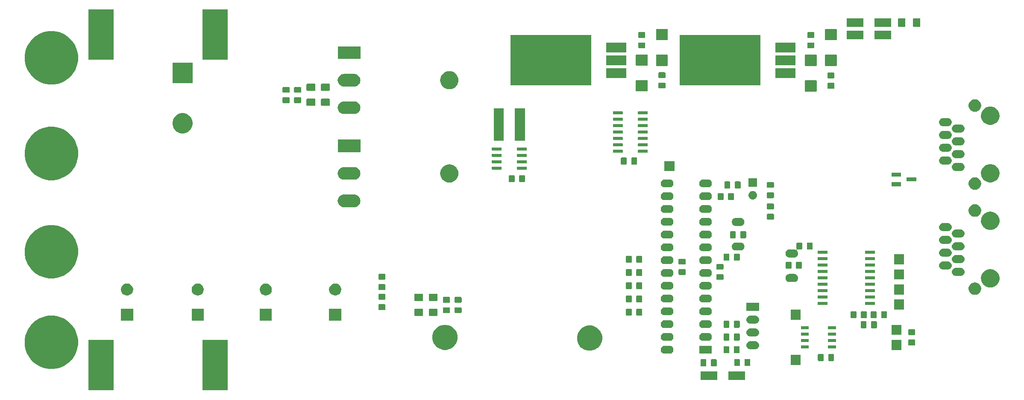
<source format=gbr>
G04 #@! TF.GenerationSoftware,KiCad,Pcbnew,5.1.4*
G04 #@! TF.CreationDate,2019-10-29T22:11:30-03:00*
G04 #@! TF.ProjectId,MCB19,4d434231-392e-46b6-9963-61645f706362,rev?*
G04 #@! TF.SameCoordinates,Original*
G04 #@! TF.FileFunction,Soldermask,Bot*
G04 #@! TF.FilePolarity,Negative*
%FSLAX46Y46*%
G04 Gerber Fmt 4.6, Leading zero omitted, Abs format (unit mm)*
G04 Created by KiCad (PCBNEW 5.1.4) date 2019-10-29 22:11:30*
%MOMM*%
%LPD*%
G04 APERTURE LIST*
%ADD10C,0.100000*%
G04 APERTURE END LIST*
D10*
G36*
X91910000Y-129000000D02*
G01*
X86910000Y-129000000D01*
X86910000Y-119000000D01*
X91910000Y-119000000D01*
X91910000Y-129000000D01*
X91910000Y-129000000D01*
G37*
G36*
X69310000Y-129000000D02*
G01*
X64310000Y-129000000D01*
X64310000Y-119000000D01*
X69310000Y-119000000D01*
X69310000Y-129000000D01*
X69310000Y-129000000D01*
G37*
G36*
X188950000Y-127000000D02*
G01*
X185650000Y-127000000D01*
X185650000Y-125300000D01*
X188950000Y-125300000D01*
X188950000Y-127000000D01*
X188950000Y-127000000D01*
G37*
G36*
X194450000Y-127000000D02*
G01*
X191150000Y-127000000D01*
X191150000Y-125300000D01*
X194450000Y-125300000D01*
X194450000Y-127000000D01*
X194450000Y-127000000D01*
G37*
G36*
X58033979Y-114301839D02*
G01*
X58545953Y-114403677D01*
X59510491Y-114803202D01*
X60378552Y-115383222D01*
X61116778Y-116121448D01*
X61696798Y-116989509D01*
X61696799Y-116989511D01*
X61719567Y-117044478D01*
X62096323Y-117954047D01*
X62155942Y-118253772D01*
X62299999Y-118977994D01*
X62299999Y-120022006D01*
X62253692Y-120254804D01*
X62096323Y-121045953D01*
X61828440Y-121692679D01*
X61717211Y-121961211D01*
X61696798Y-122010491D01*
X61116778Y-122878552D01*
X60378552Y-123616778D01*
X59510491Y-124196798D01*
X58545953Y-124596323D01*
X58033979Y-124698161D01*
X57522006Y-124799999D01*
X56477994Y-124799999D01*
X55966021Y-124698161D01*
X55454047Y-124596323D01*
X54489509Y-124196798D01*
X53621448Y-123616778D01*
X52883222Y-122878552D01*
X52303202Y-122010491D01*
X52282790Y-121961211D01*
X52171560Y-121692679D01*
X51903677Y-121045953D01*
X51746308Y-120254804D01*
X51700001Y-120022006D01*
X51700001Y-118977994D01*
X51844058Y-118253772D01*
X51903677Y-117954047D01*
X52280433Y-117044478D01*
X52303201Y-116989511D01*
X52303202Y-116989509D01*
X52883222Y-116121448D01*
X53621448Y-115383222D01*
X54489509Y-114803202D01*
X55454047Y-114403677D01*
X55966021Y-114301839D01*
X56477994Y-114200001D01*
X57522006Y-114200001D01*
X58033979Y-114301839D01*
X58033979Y-114301839D01*
G37*
G36*
X186655522Y-122854039D02*
G01*
X186689057Y-122864212D01*
X186719956Y-122880728D01*
X186747043Y-122902957D01*
X186769272Y-122930044D01*
X186785788Y-122960943D01*
X186795961Y-122994478D01*
X186800000Y-123035487D01*
X186800000Y-124064513D01*
X186795961Y-124105522D01*
X186785788Y-124139057D01*
X186769272Y-124169956D01*
X186747043Y-124197043D01*
X186719956Y-124219272D01*
X186689057Y-124235788D01*
X186655522Y-124245961D01*
X186614513Y-124250000D01*
X185835487Y-124250000D01*
X185794478Y-124245961D01*
X185760943Y-124235788D01*
X185730044Y-124219272D01*
X185702957Y-124197043D01*
X185680728Y-124169956D01*
X185664212Y-124139057D01*
X185654039Y-124105522D01*
X185650000Y-124064513D01*
X185650000Y-123035487D01*
X185654039Y-122994478D01*
X185664212Y-122960943D01*
X185680728Y-122930044D01*
X185702957Y-122902957D01*
X185730044Y-122880728D01*
X185760943Y-122864212D01*
X185794478Y-122854039D01*
X185835487Y-122850000D01*
X186614513Y-122850000D01*
X186655522Y-122854039D01*
X186655522Y-122854039D01*
G37*
G36*
X188705522Y-122854039D02*
G01*
X188739057Y-122864212D01*
X188769956Y-122880728D01*
X188797043Y-122902957D01*
X188819272Y-122930044D01*
X188835788Y-122960943D01*
X188845961Y-122994478D01*
X188850000Y-123035487D01*
X188850000Y-124064513D01*
X188845961Y-124105522D01*
X188835788Y-124139057D01*
X188819272Y-124169956D01*
X188797043Y-124197043D01*
X188769956Y-124219272D01*
X188739057Y-124235788D01*
X188705522Y-124245961D01*
X188664513Y-124250000D01*
X187885487Y-124250000D01*
X187844478Y-124245961D01*
X187810943Y-124235788D01*
X187780044Y-124219272D01*
X187752957Y-124197043D01*
X187730728Y-124169956D01*
X187714212Y-124139057D01*
X187704039Y-124105522D01*
X187700000Y-124064513D01*
X187700000Y-123035487D01*
X187704039Y-122994478D01*
X187714212Y-122960943D01*
X187730728Y-122930044D01*
X187752957Y-122902957D01*
X187780044Y-122880728D01*
X187810943Y-122864212D01*
X187844478Y-122854039D01*
X187885487Y-122850000D01*
X188664513Y-122850000D01*
X188705522Y-122854039D01*
X188705522Y-122854039D01*
G37*
G36*
X193325522Y-122804039D02*
G01*
X193359057Y-122814212D01*
X193389956Y-122830728D01*
X193417043Y-122852957D01*
X193439272Y-122880044D01*
X193455788Y-122910943D01*
X193465961Y-122944478D01*
X193470000Y-122985487D01*
X193470000Y-124014513D01*
X193465961Y-124055522D01*
X193455788Y-124089057D01*
X193439272Y-124119956D01*
X193417043Y-124147043D01*
X193389956Y-124169272D01*
X193359057Y-124185788D01*
X193325522Y-124195961D01*
X193284513Y-124200000D01*
X192505487Y-124200000D01*
X192464478Y-124195961D01*
X192430943Y-124185788D01*
X192400044Y-124169272D01*
X192372957Y-124147043D01*
X192350728Y-124119956D01*
X192334212Y-124089057D01*
X192324039Y-124055522D01*
X192320000Y-124014513D01*
X192320000Y-122985487D01*
X192324039Y-122944478D01*
X192334212Y-122910943D01*
X192350728Y-122880044D01*
X192372957Y-122852957D01*
X192400044Y-122830728D01*
X192430943Y-122814212D01*
X192464478Y-122804039D01*
X192505487Y-122800000D01*
X193284513Y-122800000D01*
X193325522Y-122804039D01*
X193325522Y-122804039D01*
G37*
G36*
X195375522Y-122804039D02*
G01*
X195409057Y-122814212D01*
X195439956Y-122830728D01*
X195467043Y-122852957D01*
X195489272Y-122880044D01*
X195505788Y-122910943D01*
X195515961Y-122944478D01*
X195520000Y-122985487D01*
X195520000Y-124014513D01*
X195515961Y-124055522D01*
X195505788Y-124089057D01*
X195489272Y-124119956D01*
X195467043Y-124147043D01*
X195439956Y-124169272D01*
X195409057Y-124185788D01*
X195375522Y-124195961D01*
X195334513Y-124200000D01*
X194555487Y-124200000D01*
X194514478Y-124195961D01*
X194480943Y-124185788D01*
X194450044Y-124169272D01*
X194422957Y-124147043D01*
X194400728Y-124119956D01*
X194384212Y-124089057D01*
X194374039Y-124055522D01*
X194370000Y-124014513D01*
X194370000Y-122985487D01*
X194374039Y-122944478D01*
X194384212Y-122910943D01*
X194400728Y-122880044D01*
X194422957Y-122852957D01*
X194450044Y-122830728D01*
X194480943Y-122814212D01*
X194514478Y-122804039D01*
X194555487Y-122800000D01*
X195334513Y-122800000D01*
X195375522Y-122804039D01*
X195375522Y-122804039D01*
G37*
G36*
X205500000Y-124000000D02*
G01*
X203500000Y-124000000D01*
X203500000Y-122000000D01*
X205500000Y-122000000D01*
X205500000Y-124000000D01*
X205500000Y-124000000D01*
G37*
G36*
X211955522Y-121804039D02*
G01*
X211989057Y-121814212D01*
X212019956Y-121830728D01*
X212047043Y-121852957D01*
X212069272Y-121880044D01*
X212085788Y-121910943D01*
X212095961Y-121944478D01*
X212100000Y-121985487D01*
X212100000Y-123014513D01*
X212095961Y-123055522D01*
X212085788Y-123089057D01*
X212069272Y-123119956D01*
X212047043Y-123147043D01*
X212019956Y-123169272D01*
X211989057Y-123185788D01*
X211955522Y-123195961D01*
X211914513Y-123200000D01*
X211135487Y-123200000D01*
X211094478Y-123195961D01*
X211060943Y-123185788D01*
X211030044Y-123169272D01*
X211002957Y-123147043D01*
X210980728Y-123119956D01*
X210964212Y-123089057D01*
X210954039Y-123055522D01*
X210950000Y-123014513D01*
X210950000Y-121985487D01*
X210954039Y-121944478D01*
X210964212Y-121910943D01*
X210980728Y-121880044D01*
X211002957Y-121852957D01*
X211030044Y-121830728D01*
X211060943Y-121814212D01*
X211094478Y-121804039D01*
X211135487Y-121800000D01*
X211914513Y-121800000D01*
X211955522Y-121804039D01*
X211955522Y-121804039D01*
G37*
G36*
X209905522Y-121804039D02*
G01*
X209939057Y-121814212D01*
X209969956Y-121830728D01*
X209997043Y-121852957D01*
X210019272Y-121880044D01*
X210035788Y-121910943D01*
X210045961Y-121944478D01*
X210050000Y-121985487D01*
X210050000Y-123014513D01*
X210045961Y-123055522D01*
X210035788Y-123089057D01*
X210019272Y-123119956D01*
X209997043Y-123147043D01*
X209969956Y-123169272D01*
X209939057Y-123185788D01*
X209905522Y-123195961D01*
X209864513Y-123200000D01*
X209085487Y-123200000D01*
X209044478Y-123195961D01*
X209010943Y-123185788D01*
X208980044Y-123169272D01*
X208952957Y-123147043D01*
X208930728Y-123119956D01*
X208914212Y-123089057D01*
X208904039Y-123055522D01*
X208900000Y-123014513D01*
X208900000Y-121985487D01*
X208904039Y-121944478D01*
X208914212Y-121910943D01*
X208930728Y-121880044D01*
X208952957Y-121852957D01*
X208980044Y-121830728D01*
X209010943Y-121814212D01*
X209044478Y-121804039D01*
X209085487Y-121800000D01*
X209864513Y-121800000D01*
X209905522Y-121804039D01*
X209905522Y-121804039D01*
G37*
G36*
X179558471Y-120153859D02*
G01*
X179636827Y-120161576D01*
X179787628Y-120207321D01*
X179787630Y-120207322D01*
X179926605Y-120281606D01*
X180048422Y-120381578D01*
X180148394Y-120503395D01*
X180198895Y-120597876D01*
X180222679Y-120642372D01*
X180268424Y-120793173D01*
X180283870Y-120950000D01*
X180268424Y-121106827D01*
X180222679Y-121257628D01*
X180222678Y-121257630D01*
X180148394Y-121396605D01*
X180048422Y-121518422D01*
X179926605Y-121618394D01*
X179787630Y-121692678D01*
X179787628Y-121692679D01*
X179636827Y-121738424D01*
X179558471Y-121746141D01*
X179519294Y-121750000D01*
X178540706Y-121750000D01*
X178501529Y-121746141D01*
X178423173Y-121738424D01*
X178272372Y-121692679D01*
X178272370Y-121692678D01*
X178133395Y-121618394D01*
X178011578Y-121518422D01*
X177911606Y-121396605D01*
X177837322Y-121257630D01*
X177837321Y-121257628D01*
X177791576Y-121106827D01*
X177776130Y-120950000D01*
X177791576Y-120793173D01*
X177837321Y-120642372D01*
X177861105Y-120597876D01*
X177911606Y-120503395D01*
X178011578Y-120381578D01*
X178133395Y-120281606D01*
X178272370Y-120207322D01*
X178272372Y-120207321D01*
X178423173Y-120161576D01*
X178501529Y-120153859D01*
X178540706Y-120150000D01*
X179519294Y-120150000D01*
X179558471Y-120153859D01*
X179558471Y-120153859D01*
G37*
G36*
X187900000Y-121750000D02*
G01*
X185400000Y-121750000D01*
X185400000Y-120150000D01*
X187900000Y-120150000D01*
X187900000Y-121750000D01*
X187900000Y-121750000D01*
G37*
G36*
X193255522Y-120254039D02*
G01*
X193289057Y-120264212D01*
X193319956Y-120280728D01*
X193347043Y-120302957D01*
X193369272Y-120330044D01*
X193385788Y-120360943D01*
X193395961Y-120394478D01*
X193400000Y-120435487D01*
X193400000Y-121464513D01*
X193395961Y-121505522D01*
X193385788Y-121539057D01*
X193369272Y-121569956D01*
X193347043Y-121597043D01*
X193319956Y-121619272D01*
X193289057Y-121635788D01*
X193255522Y-121645961D01*
X193214513Y-121650000D01*
X192435487Y-121650000D01*
X192394478Y-121645961D01*
X192360943Y-121635788D01*
X192330044Y-121619272D01*
X192302957Y-121597043D01*
X192280728Y-121569956D01*
X192264212Y-121539057D01*
X192254039Y-121505522D01*
X192250000Y-121464513D01*
X192250000Y-120435487D01*
X192254039Y-120394478D01*
X192264212Y-120360943D01*
X192280728Y-120330044D01*
X192302957Y-120302957D01*
X192330044Y-120280728D01*
X192360943Y-120264212D01*
X192394478Y-120254039D01*
X192435487Y-120250000D01*
X193214513Y-120250000D01*
X193255522Y-120254039D01*
X193255522Y-120254039D01*
G37*
G36*
X191205522Y-120254039D02*
G01*
X191239057Y-120264212D01*
X191269956Y-120280728D01*
X191297043Y-120302957D01*
X191319272Y-120330044D01*
X191335788Y-120360943D01*
X191345961Y-120394478D01*
X191350000Y-120435487D01*
X191350000Y-121464513D01*
X191345961Y-121505522D01*
X191335788Y-121539057D01*
X191319272Y-121569956D01*
X191297043Y-121597043D01*
X191269956Y-121619272D01*
X191239057Y-121635788D01*
X191205522Y-121645961D01*
X191164513Y-121650000D01*
X190385487Y-121650000D01*
X190344478Y-121645961D01*
X190310943Y-121635788D01*
X190280044Y-121619272D01*
X190252957Y-121597043D01*
X190230728Y-121569956D01*
X190214212Y-121539057D01*
X190204039Y-121505522D01*
X190200000Y-121464513D01*
X190200000Y-120435487D01*
X190204039Y-120394478D01*
X190214212Y-120360943D01*
X190230728Y-120330044D01*
X190252957Y-120302957D01*
X190280044Y-120280728D01*
X190310943Y-120264212D01*
X190344478Y-120254039D01*
X190385487Y-120250000D01*
X191164513Y-120250000D01*
X191205522Y-120254039D01*
X191205522Y-120254039D01*
G37*
G36*
X164401222Y-116252073D02*
G01*
X164856192Y-116440528D01*
X164856194Y-116440529D01*
X165028293Y-116555522D01*
X165265656Y-116714123D01*
X165613877Y-117062344D01*
X165672446Y-117149999D01*
X165828250Y-117383175D01*
X165887472Y-117471808D01*
X166075927Y-117926778D01*
X166172000Y-118409770D01*
X166172000Y-118902230D01*
X166075927Y-119385222D01*
X165887472Y-119840192D01*
X165887471Y-119840194D01*
X165832026Y-119923173D01*
X165613877Y-120249656D01*
X165265656Y-120597877D01*
X165190010Y-120648422D01*
X164856194Y-120871471D01*
X164856193Y-120871472D01*
X164856192Y-120871472D01*
X164401222Y-121059927D01*
X163918230Y-121156000D01*
X163425770Y-121156000D01*
X162942778Y-121059927D01*
X162487808Y-120871472D01*
X162487807Y-120871472D01*
X162487806Y-120871471D01*
X162153990Y-120648422D01*
X162078344Y-120597877D01*
X161730123Y-120249656D01*
X161511974Y-119923173D01*
X161456529Y-119840194D01*
X161456528Y-119840192D01*
X161268073Y-119385222D01*
X161172000Y-118902230D01*
X161172000Y-118409770D01*
X161268073Y-117926778D01*
X161456528Y-117471808D01*
X161515751Y-117383175D01*
X161671554Y-117149999D01*
X161730123Y-117062344D01*
X162078344Y-116714123D01*
X162315707Y-116555522D01*
X162487806Y-116440529D01*
X162487808Y-116440528D01*
X162942778Y-116252073D01*
X163425770Y-116156000D01*
X163918230Y-116156000D01*
X164401222Y-116252073D01*
X164401222Y-116252073D01*
G37*
G36*
X225500000Y-121000000D02*
G01*
X223500000Y-121000000D01*
X223500000Y-119000000D01*
X225500000Y-119000000D01*
X225500000Y-121000000D01*
X225500000Y-121000000D01*
G37*
G36*
X135729222Y-116096073D02*
G01*
X136105841Y-116252074D01*
X136184194Y-116284529D01*
X136288166Y-116354001D01*
X136593656Y-116558123D01*
X136941877Y-116906344D01*
X137215472Y-117315808D01*
X137403927Y-117770778D01*
X137500000Y-118253770D01*
X137500000Y-118746230D01*
X137403927Y-119229222D01*
X137237397Y-119631260D01*
X137215471Y-119684194D01*
X137156552Y-119772372D01*
X136941877Y-120093656D01*
X136593656Y-120441877D01*
X136466850Y-120526606D01*
X136184194Y-120715471D01*
X136184193Y-120715472D01*
X136184192Y-120715472D01*
X135729222Y-120903927D01*
X135246230Y-121000000D01*
X134753770Y-121000000D01*
X134270778Y-120903927D01*
X133815808Y-120715472D01*
X133815807Y-120715472D01*
X133815806Y-120715471D01*
X133533150Y-120526606D01*
X133406344Y-120441877D01*
X133058123Y-120093656D01*
X132843448Y-119772372D01*
X132784529Y-119684194D01*
X132762603Y-119631260D01*
X132596073Y-119229222D01*
X132500000Y-118746230D01*
X132500000Y-118253770D01*
X132596073Y-117770778D01*
X132784528Y-117315808D01*
X133058123Y-116906344D01*
X133406344Y-116558123D01*
X133711834Y-116354001D01*
X133815806Y-116284529D01*
X133894159Y-116252074D01*
X134270778Y-116096073D01*
X134753770Y-116000000D01*
X135246230Y-116000000D01*
X135729222Y-116096073D01*
X135729222Y-116096073D01*
G37*
G36*
X196528471Y-119283859D02*
G01*
X196606827Y-119291576D01*
X196757628Y-119337321D01*
X196757630Y-119337322D01*
X196896605Y-119411606D01*
X197018422Y-119511578D01*
X197118394Y-119633395D01*
X197161027Y-119713155D01*
X197192679Y-119772372D01*
X197238424Y-119923173D01*
X197253870Y-120080000D01*
X197238424Y-120236827D01*
X197200724Y-120361107D01*
X197192678Y-120387630D01*
X197118394Y-120526605D01*
X197018422Y-120648422D01*
X196896605Y-120748394D01*
X196812826Y-120793175D01*
X196757628Y-120822679D01*
X196606827Y-120868424D01*
X196528471Y-120876141D01*
X196489294Y-120880000D01*
X195510706Y-120880000D01*
X195471529Y-120876141D01*
X195393173Y-120868424D01*
X195242372Y-120822679D01*
X195187174Y-120793175D01*
X195103395Y-120748394D01*
X194981578Y-120648422D01*
X194881606Y-120526605D01*
X194807322Y-120387630D01*
X194799276Y-120361107D01*
X194761576Y-120236827D01*
X194746130Y-120080000D01*
X194761576Y-119923173D01*
X194807321Y-119772372D01*
X194838973Y-119713155D01*
X194881606Y-119633395D01*
X194981578Y-119511578D01*
X195103395Y-119411606D01*
X195242370Y-119337322D01*
X195242372Y-119337321D01*
X195393173Y-119291576D01*
X195471529Y-119283859D01*
X195510706Y-119280000D01*
X196489294Y-119280000D01*
X196528471Y-119283859D01*
X196528471Y-119283859D01*
G37*
G36*
X207075000Y-120705000D02*
G01*
X205525000Y-120705000D01*
X205525000Y-120105000D01*
X207075000Y-120105000D01*
X207075000Y-120705000D01*
X207075000Y-120705000D01*
G37*
G36*
X212475000Y-120705000D02*
G01*
X210925000Y-120705000D01*
X210925000Y-120105000D01*
X212475000Y-120105000D01*
X212475000Y-120705000D01*
X212475000Y-120705000D01*
G37*
G36*
X228055522Y-118954039D02*
G01*
X228089057Y-118964212D01*
X228119956Y-118980728D01*
X228147043Y-119002957D01*
X228169272Y-119030044D01*
X228185788Y-119060943D01*
X228195961Y-119094478D01*
X228200000Y-119135487D01*
X228200000Y-119914513D01*
X228195961Y-119955522D01*
X228185788Y-119989057D01*
X228169272Y-120019956D01*
X228147043Y-120047043D01*
X228119956Y-120069272D01*
X228089057Y-120085788D01*
X228055522Y-120095961D01*
X228014513Y-120100000D01*
X226985487Y-120100000D01*
X226944478Y-120095961D01*
X226910943Y-120085788D01*
X226880044Y-120069272D01*
X226852957Y-120047043D01*
X226830728Y-120019956D01*
X226814212Y-119989057D01*
X226804039Y-119955522D01*
X226800000Y-119914513D01*
X226800000Y-119135487D01*
X226804039Y-119094478D01*
X226814212Y-119060943D01*
X226830728Y-119030044D01*
X226852957Y-119002957D01*
X226880044Y-118980728D01*
X226910943Y-118964212D01*
X226944478Y-118954039D01*
X226985487Y-118950000D01*
X228014513Y-118950000D01*
X228055522Y-118954039D01*
X228055522Y-118954039D01*
G37*
G36*
X207075000Y-119435000D02*
G01*
X205525000Y-119435000D01*
X205525000Y-118835000D01*
X207075000Y-118835000D01*
X207075000Y-119435000D01*
X207075000Y-119435000D01*
G37*
G36*
X212475000Y-119435000D02*
G01*
X210925000Y-119435000D01*
X210925000Y-118835000D01*
X212475000Y-118835000D01*
X212475000Y-119435000D01*
X212475000Y-119435000D01*
G37*
G36*
X179558471Y-117613859D02*
G01*
X179636827Y-117621576D01*
X179787628Y-117667321D01*
X179787630Y-117667322D01*
X179926605Y-117741606D01*
X180048422Y-117841578D01*
X180148394Y-117963395D01*
X180222678Y-118102370D01*
X180222679Y-118102372D01*
X180268424Y-118253173D01*
X180283870Y-118410000D01*
X180268424Y-118566827D01*
X180222679Y-118717628D01*
X180222678Y-118717630D01*
X180148394Y-118856605D01*
X180048422Y-118978422D01*
X179926605Y-119078394D01*
X179787630Y-119152678D01*
X179787628Y-119152679D01*
X179636827Y-119198424D01*
X179558471Y-119206141D01*
X179519294Y-119210000D01*
X178540706Y-119210000D01*
X178501529Y-119206141D01*
X178423173Y-119198424D01*
X178272372Y-119152679D01*
X178272370Y-119152678D01*
X178133395Y-119078394D01*
X178011578Y-118978422D01*
X177911606Y-118856605D01*
X177837322Y-118717630D01*
X177837321Y-118717628D01*
X177791576Y-118566827D01*
X177776130Y-118410000D01*
X177791576Y-118253173D01*
X177837321Y-118102372D01*
X177837322Y-118102370D01*
X177911606Y-117963395D01*
X178011578Y-117841578D01*
X178133395Y-117741606D01*
X178272370Y-117667322D01*
X178272372Y-117667321D01*
X178423173Y-117621576D01*
X178501529Y-117613859D01*
X178540706Y-117610000D01*
X179519294Y-117610000D01*
X179558471Y-117613859D01*
X179558471Y-117613859D01*
G37*
G36*
X187178471Y-117613859D02*
G01*
X187256827Y-117621576D01*
X187407628Y-117667321D01*
X187407630Y-117667322D01*
X187546605Y-117741606D01*
X187668422Y-117841578D01*
X187768394Y-117963395D01*
X187842678Y-118102370D01*
X187842679Y-118102372D01*
X187888424Y-118253173D01*
X187903870Y-118410000D01*
X187888424Y-118566827D01*
X187842679Y-118717628D01*
X187842678Y-118717630D01*
X187768394Y-118856605D01*
X187668422Y-118978422D01*
X187546605Y-119078394D01*
X187407630Y-119152678D01*
X187407628Y-119152679D01*
X187256827Y-119198424D01*
X187178471Y-119206141D01*
X187139294Y-119210000D01*
X186160706Y-119210000D01*
X186121529Y-119206141D01*
X186043173Y-119198424D01*
X185892372Y-119152679D01*
X185892370Y-119152678D01*
X185753395Y-119078394D01*
X185631578Y-118978422D01*
X185531606Y-118856605D01*
X185457322Y-118717630D01*
X185457321Y-118717628D01*
X185411576Y-118566827D01*
X185396130Y-118410000D01*
X185411576Y-118253173D01*
X185457321Y-118102372D01*
X185457322Y-118102370D01*
X185531606Y-117963395D01*
X185631578Y-117841578D01*
X185753395Y-117741606D01*
X185892370Y-117667322D01*
X185892372Y-117667321D01*
X186043173Y-117621576D01*
X186121529Y-117613859D01*
X186160706Y-117610000D01*
X187139294Y-117610000D01*
X187178471Y-117613859D01*
X187178471Y-117613859D01*
G37*
G36*
X193281522Y-117748039D02*
G01*
X193315057Y-117758212D01*
X193345956Y-117774728D01*
X193373043Y-117796957D01*
X193395272Y-117824044D01*
X193411788Y-117854943D01*
X193421961Y-117888478D01*
X193426000Y-117929487D01*
X193426000Y-118958513D01*
X193421961Y-118999522D01*
X193411788Y-119033057D01*
X193395272Y-119063956D01*
X193373043Y-119091043D01*
X193345956Y-119113272D01*
X193315057Y-119129788D01*
X193281522Y-119139961D01*
X193240513Y-119144000D01*
X192461487Y-119144000D01*
X192420478Y-119139961D01*
X192386943Y-119129788D01*
X192356044Y-119113272D01*
X192328957Y-119091043D01*
X192306728Y-119063956D01*
X192290212Y-119033057D01*
X192280039Y-118999522D01*
X192276000Y-118958513D01*
X192276000Y-117929487D01*
X192280039Y-117888478D01*
X192290212Y-117854943D01*
X192306728Y-117824044D01*
X192328957Y-117796957D01*
X192356044Y-117774728D01*
X192386943Y-117758212D01*
X192420478Y-117748039D01*
X192461487Y-117744000D01*
X193240513Y-117744000D01*
X193281522Y-117748039D01*
X193281522Y-117748039D01*
G37*
G36*
X191231522Y-117748039D02*
G01*
X191265057Y-117758212D01*
X191295956Y-117774728D01*
X191323043Y-117796957D01*
X191345272Y-117824044D01*
X191361788Y-117854943D01*
X191371961Y-117888478D01*
X191376000Y-117929487D01*
X191376000Y-118958513D01*
X191371961Y-118999522D01*
X191361788Y-119033057D01*
X191345272Y-119063956D01*
X191323043Y-119091043D01*
X191295956Y-119113272D01*
X191265057Y-119129788D01*
X191231522Y-119139961D01*
X191190513Y-119144000D01*
X190411487Y-119144000D01*
X190370478Y-119139961D01*
X190336943Y-119129788D01*
X190306044Y-119113272D01*
X190278957Y-119091043D01*
X190256728Y-119063956D01*
X190240212Y-119033057D01*
X190230039Y-118999522D01*
X190226000Y-118958513D01*
X190226000Y-117929487D01*
X190230039Y-117888478D01*
X190240212Y-117854943D01*
X190256728Y-117824044D01*
X190278957Y-117796957D01*
X190306044Y-117774728D01*
X190336943Y-117758212D01*
X190370478Y-117748039D01*
X190411487Y-117744000D01*
X191190513Y-117744000D01*
X191231522Y-117748039D01*
X191231522Y-117748039D01*
G37*
G36*
X196528471Y-116743859D02*
G01*
X196606827Y-116751576D01*
X196757628Y-116797321D01*
X196757630Y-116797322D01*
X196896605Y-116871606D01*
X197018422Y-116971578D01*
X197118394Y-117093395D01*
X197192678Y-117232370D01*
X197192679Y-117232372D01*
X197238424Y-117383173D01*
X197253870Y-117540000D01*
X197238424Y-117696827D01*
X197207126Y-117800001D01*
X197192678Y-117847630D01*
X197118394Y-117986605D01*
X197018422Y-118108422D01*
X196896605Y-118208394D01*
X196811709Y-118253772D01*
X196757628Y-118282679D01*
X196606827Y-118328424D01*
X196528471Y-118336141D01*
X196489294Y-118340000D01*
X195510706Y-118340000D01*
X195471529Y-118336141D01*
X195393173Y-118328424D01*
X195242372Y-118282679D01*
X195188291Y-118253772D01*
X195103395Y-118208394D01*
X194981578Y-118108422D01*
X194881606Y-117986605D01*
X194807322Y-117847630D01*
X194792874Y-117800001D01*
X194761576Y-117696827D01*
X194746130Y-117540000D01*
X194761576Y-117383173D01*
X194807321Y-117232372D01*
X194807322Y-117232370D01*
X194881606Y-117093395D01*
X194981578Y-116971578D01*
X195103395Y-116871606D01*
X195242370Y-116797322D01*
X195242372Y-116797321D01*
X195393173Y-116751576D01*
X195471529Y-116743859D01*
X195510706Y-116740000D01*
X196489294Y-116740000D01*
X196528471Y-116743859D01*
X196528471Y-116743859D01*
G37*
G36*
X207075000Y-118165000D02*
G01*
X205525000Y-118165000D01*
X205525000Y-117565000D01*
X207075000Y-117565000D01*
X207075000Y-118165000D01*
X207075000Y-118165000D01*
G37*
G36*
X212475000Y-118165000D02*
G01*
X210925000Y-118165000D01*
X210925000Y-117565000D01*
X212475000Y-117565000D01*
X212475000Y-118165000D01*
X212475000Y-118165000D01*
G37*
G36*
X228055522Y-116904039D02*
G01*
X228089057Y-116914212D01*
X228119956Y-116930728D01*
X228147043Y-116952957D01*
X228169272Y-116980044D01*
X228185788Y-117010943D01*
X228195961Y-117044478D01*
X228200000Y-117085487D01*
X228200000Y-117864513D01*
X228195961Y-117905522D01*
X228185788Y-117939057D01*
X228169272Y-117969956D01*
X228147043Y-117997043D01*
X228119956Y-118019272D01*
X228089057Y-118035788D01*
X228055522Y-118045961D01*
X228014513Y-118050000D01*
X226985487Y-118050000D01*
X226944478Y-118045961D01*
X226910943Y-118035788D01*
X226880044Y-118019272D01*
X226852957Y-117997043D01*
X226830728Y-117969956D01*
X226814212Y-117939057D01*
X226804039Y-117905522D01*
X226800000Y-117864513D01*
X226800000Y-117085487D01*
X226804039Y-117044478D01*
X226814212Y-117010943D01*
X226830728Y-116980044D01*
X226852957Y-116952957D01*
X226880044Y-116930728D01*
X226910943Y-116914212D01*
X226944478Y-116904039D01*
X226985487Y-116900000D01*
X228014513Y-116900000D01*
X228055522Y-116904039D01*
X228055522Y-116904039D01*
G37*
G36*
X225500000Y-118000000D02*
G01*
X223500000Y-118000000D01*
X223500000Y-116000000D01*
X225500000Y-116000000D01*
X225500000Y-118000000D01*
X225500000Y-118000000D01*
G37*
G36*
X212475000Y-116895000D02*
G01*
X210925000Y-116895000D01*
X210925000Y-116295000D01*
X212475000Y-116295000D01*
X212475000Y-116895000D01*
X212475000Y-116895000D01*
G37*
G36*
X207075000Y-116895000D02*
G01*
X205525000Y-116895000D01*
X205525000Y-116295000D01*
X207075000Y-116295000D01*
X207075000Y-116895000D01*
X207075000Y-116895000D01*
G37*
G36*
X218405522Y-115304039D02*
G01*
X218439057Y-115314212D01*
X218469956Y-115330728D01*
X218497043Y-115352957D01*
X218519272Y-115380044D01*
X218535788Y-115410943D01*
X218545961Y-115444478D01*
X218550000Y-115485487D01*
X218550000Y-116514513D01*
X218545961Y-116555522D01*
X218535788Y-116589057D01*
X218519272Y-116619956D01*
X218497043Y-116647043D01*
X218469956Y-116669272D01*
X218439057Y-116685788D01*
X218405522Y-116695961D01*
X218364513Y-116700000D01*
X217585487Y-116700000D01*
X217544478Y-116695961D01*
X217510943Y-116685788D01*
X217480044Y-116669272D01*
X217452957Y-116647043D01*
X217430728Y-116619956D01*
X217414212Y-116589057D01*
X217404039Y-116555522D01*
X217400000Y-116514513D01*
X217400000Y-115485487D01*
X217404039Y-115444478D01*
X217414212Y-115410943D01*
X217430728Y-115380044D01*
X217452957Y-115352957D01*
X217480044Y-115330728D01*
X217510943Y-115314212D01*
X217544478Y-115304039D01*
X217585487Y-115300000D01*
X218364513Y-115300000D01*
X218405522Y-115304039D01*
X218405522Y-115304039D01*
G37*
G36*
X220455522Y-115304039D02*
G01*
X220489057Y-115314212D01*
X220519956Y-115330728D01*
X220547043Y-115352957D01*
X220569272Y-115380044D01*
X220585788Y-115410943D01*
X220595961Y-115444478D01*
X220600000Y-115485487D01*
X220600000Y-116514513D01*
X220595961Y-116555522D01*
X220585788Y-116589057D01*
X220569272Y-116619956D01*
X220547043Y-116647043D01*
X220519956Y-116669272D01*
X220489057Y-116685788D01*
X220455522Y-116695961D01*
X220414513Y-116700000D01*
X219635487Y-116700000D01*
X219594478Y-116695961D01*
X219560943Y-116685788D01*
X219530044Y-116669272D01*
X219502957Y-116647043D01*
X219480728Y-116619956D01*
X219464212Y-116589057D01*
X219454039Y-116555522D01*
X219450000Y-116514513D01*
X219450000Y-115485487D01*
X219454039Y-115444478D01*
X219464212Y-115410943D01*
X219480728Y-115380044D01*
X219502957Y-115352957D01*
X219530044Y-115330728D01*
X219560943Y-115314212D01*
X219594478Y-115304039D01*
X219635487Y-115300000D01*
X220414513Y-115300000D01*
X220455522Y-115304039D01*
X220455522Y-115304039D01*
G37*
G36*
X187178471Y-115073859D02*
G01*
X187256827Y-115081576D01*
X187407628Y-115127321D01*
X187407630Y-115127322D01*
X187546605Y-115201606D01*
X187668422Y-115301578D01*
X187768394Y-115423395D01*
X187842678Y-115562370D01*
X187842679Y-115562372D01*
X187888424Y-115713173D01*
X187903870Y-115870000D01*
X187888424Y-116026827D01*
X187842679Y-116177628D01*
X187842678Y-116177630D01*
X187768394Y-116316605D01*
X187668422Y-116438422D01*
X187546605Y-116538394D01*
X187423865Y-116604000D01*
X187407628Y-116612679D01*
X187256827Y-116658424D01*
X187178471Y-116666141D01*
X187139294Y-116670000D01*
X186160706Y-116670000D01*
X186121529Y-116666141D01*
X186043173Y-116658424D01*
X185892372Y-116612679D01*
X185876135Y-116604000D01*
X185753395Y-116538394D01*
X185631578Y-116438422D01*
X185531606Y-116316605D01*
X185457322Y-116177630D01*
X185457321Y-116177628D01*
X185411576Y-116026827D01*
X185396130Y-115870000D01*
X185411576Y-115713173D01*
X185457321Y-115562372D01*
X185457322Y-115562370D01*
X185531606Y-115423395D01*
X185631578Y-115301578D01*
X185753395Y-115201606D01*
X185892370Y-115127322D01*
X185892372Y-115127321D01*
X186043173Y-115081576D01*
X186121529Y-115073859D01*
X186160706Y-115070000D01*
X187139294Y-115070000D01*
X187178471Y-115073859D01*
X187178471Y-115073859D01*
G37*
G36*
X179558471Y-115073859D02*
G01*
X179636827Y-115081576D01*
X179787628Y-115127321D01*
X179787630Y-115127322D01*
X179926605Y-115201606D01*
X180048422Y-115301578D01*
X180148394Y-115423395D01*
X180222678Y-115562370D01*
X180222679Y-115562372D01*
X180268424Y-115713173D01*
X180283870Y-115870000D01*
X180268424Y-116026827D01*
X180222679Y-116177628D01*
X180222678Y-116177630D01*
X180148394Y-116316605D01*
X180048422Y-116438422D01*
X179926605Y-116538394D01*
X179803865Y-116604000D01*
X179787628Y-116612679D01*
X179636827Y-116658424D01*
X179558471Y-116666141D01*
X179519294Y-116670000D01*
X178540706Y-116670000D01*
X178501529Y-116666141D01*
X178423173Y-116658424D01*
X178272372Y-116612679D01*
X178256135Y-116604000D01*
X178133395Y-116538394D01*
X178011578Y-116438422D01*
X177911606Y-116316605D01*
X177837322Y-116177630D01*
X177837321Y-116177628D01*
X177791576Y-116026827D01*
X177776130Y-115870000D01*
X177791576Y-115713173D01*
X177837321Y-115562372D01*
X177837322Y-115562370D01*
X177911606Y-115423395D01*
X178011578Y-115301578D01*
X178133395Y-115201606D01*
X178272370Y-115127322D01*
X178272372Y-115127321D01*
X178423173Y-115081576D01*
X178501529Y-115073859D01*
X178540706Y-115070000D01*
X179519294Y-115070000D01*
X179558471Y-115073859D01*
X179558471Y-115073859D01*
G37*
G36*
X191231522Y-115208039D02*
G01*
X191265057Y-115218212D01*
X191295956Y-115234728D01*
X191323043Y-115256957D01*
X191345272Y-115284044D01*
X191361788Y-115314943D01*
X191371961Y-115348478D01*
X191376000Y-115389487D01*
X191376000Y-116418513D01*
X191371961Y-116459522D01*
X191361788Y-116493057D01*
X191345272Y-116523956D01*
X191323043Y-116551043D01*
X191295956Y-116573272D01*
X191265057Y-116589788D01*
X191231522Y-116599961D01*
X191190513Y-116604000D01*
X190411487Y-116604000D01*
X190370478Y-116599961D01*
X190336943Y-116589788D01*
X190306044Y-116573272D01*
X190278957Y-116551043D01*
X190256728Y-116523956D01*
X190240212Y-116493057D01*
X190230039Y-116459522D01*
X190226000Y-116418513D01*
X190226000Y-115389487D01*
X190230039Y-115348478D01*
X190240212Y-115314943D01*
X190256728Y-115284044D01*
X190278957Y-115256957D01*
X190306044Y-115234728D01*
X190336943Y-115218212D01*
X190370478Y-115208039D01*
X190411487Y-115204000D01*
X191190513Y-115204000D01*
X191231522Y-115208039D01*
X191231522Y-115208039D01*
G37*
G36*
X193281522Y-115208039D02*
G01*
X193315057Y-115218212D01*
X193345956Y-115234728D01*
X193373043Y-115256957D01*
X193395272Y-115284044D01*
X193411788Y-115314943D01*
X193421961Y-115348478D01*
X193426000Y-115389487D01*
X193426000Y-116418513D01*
X193421961Y-116459522D01*
X193411788Y-116493057D01*
X193395272Y-116523956D01*
X193373043Y-116551043D01*
X193345956Y-116573272D01*
X193315057Y-116589788D01*
X193281522Y-116599961D01*
X193240513Y-116604000D01*
X192461487Y-116604000D01*
X192420478Y-116599961D01*
X192386943Y-116589788D01*
X192356044Y-116573272D01*
X192328957Y-116551043D01*
X192306728Y-116523956D01*
X192290212Y-116493057D01*
X192280039Y-116459522D01*
X192276000Y-116418513D01*
X192276000Y-115389487D01*
X192280039Y-115348478D01*
X192290212Y-115314943D01*
X192306728Y-115284044D01*
X192328957Y-115256957D01*
X192356044Y-115234728D01*
X192386943Y-115218212D01*
X192420478Y-115208039D01*
X192461487Y-115204000D01*
X193240513Y-115204000D01*
X193281522Y-115208039D01*
X193281522Y-115208039D01*
G37*
G36*
X196528471Y-114203859D02*
G01*
X196606827Y-114211576D01*
X196757628Y-114257321D01*
X196757630Y-114257322D01*
X196896605Y-114331606D01*
X197018422Y-114431578D01*
X197118394Y-114553395D01*
X197189160Y-114685788D01*
X197192679Y-114692372D01*
X197238424Y-114843173D01*
X197253870Y-115000000D01*
X197238424Y-115156827D01*
X197192679Y-115307628D01*
X197192678Y-115307630D01*
X197118394Y-115446605D01*
X197018422Y-115568422D01*
X196896605Y-115668394D01*
X196812826Y-115713175D01*
X196757628Y-115742679D01*
X196606827Y-115788424D01*
X196528471Y-115796141D01*
X196489294Y-115800000D01*
X195510706Y-115800000D01*
X195471529Y-115796141D01*
X195393173Y-115788424D01*
X195242372Y-115742679D01*
X195187174Y-115713175D01*
X195103395Y-115668394D01*
X194981578Y-115568422D01*
X194881606Y-115446605D01*
X194807322Y-115307630D01*
X194807321Y-115307628D01*
X194761576Y-115156827D01*
X194746130Y-115000000D01*
X194761576Y-114843173D01*
X194807321Y-114692372D01*
X194810840Y-114685788D01*
X194881606Y-114553395D01*
X194981578Y-114431578D01*
X195103395Y-114331606D01*
X195242370Y-114257322D01*
X195242372Y-114257321D01*
X195393173Y-114211576D01*
X195471529Y-114203859D01*
X195510706Y-114200000D01*
X196489294Y-114200000D01*
X196528471Y-114203859D01*
X196528471Y-114203859D01*
G37*
G36*
X114450000Y-115200000D02*
G01*
X112050000Y-115200000D01*
X112050000Y-112800000D01*
X114450000Y-112800000D01*
X114450000Y-115200000D01*
X114450000Y-115200000D01*
G37*
G36*
X73200000Y-115200000D02*
G01*
X70800000Y-115200000D01*
X70800000Y-112800000D01*
X73200000Y-112800000D01*
X73200000Y-115200000D01*
X73200000Y-115200000D01*
G37*
G36*
X87200000Y-115200000D02*
G01*
X84800000Y-115200000D01*
X84800000Y-112800000D01*
X87200000Y-112800000D01*
X87200000Y-115200000D01*
X87200000Y-115200000D01*
G37*
G36*
X100700000Y-115200000D02*
G01*
X98300000Y-115200000D01*
X98300000Y-112800000D01*
X100700000Y-112800000D01*
X100700000Y-115200000D01*
X100700000Y-115200000D01*
G37*
G36*
X205500000Y-115000000D02*
G01*
X203500000Y-115000000D01*
X203500000Y-113000000D01*
X205500000Y-113000000D01*
X205500000Y-115000000D01*
X205500000Y-115000000D01*
G37*
G36*
X218455522Y-113304039D02*
G01*
X218489057Y-113314212D01*
X218519956Y-113330728D01*
X218547043Y-113352957D01*
X218569272Y-113380044D01*
X218585788Y-113410943D01*
X218595961Y-113444478D01*
X218600000Y-113485487D01*
X218600000Y-114514513D01*
X218595961Y-114555522D01*
X218585788Y-114589057D01*
X218569272Y-114619956D01*
X218547043Y-114647043D01*
X218519956Y-114669272D01*
X218489057Y-114685788D01*
X218455522Y-114695961D01*
X218414513Y-114700000D01*
X217635487Y-114700000D01*
X217594478Y-114695961D01*
X217560943Y-114685788D01*
X217530044Y-114669272D01*
X217502957Y-114647043D01*
X217480728Y-114619956D01*
X217464212Y-114589057D01*
X217454039Y-114555522D01*
X217450000Y-114514513D01*
X217450000Y-113485487D01*
X217454039Y-113444478D01*
X217464212Y-113410943D01*
X217480728Y-113380044D01*
X217502957Y-113352957D01*
X217530044Y-113330728D01*
X217560943Y-113314212D01*
X217594478Y-113304039D01*
X217635487Y-113300000D01*
X218414513Y-113300000D01*
X218455522Y-113304039D01*
X218455522Y-113304039D01*
G37*
G36*
X222455522Y-113304039D02*
G01*
X222489057Y-113314212D01*
X222519956Y-113330728D01*
X222547043Y-113352957D01*
X222569272Y-113380044D01*
X222585788Y-113410943D01*
X222595961Y-113444478D01*
X222600000Y-113485487D01*
X222600000Y-114514513D01*
X222595961Y-114555522D01*
X222585788Y-114589057D01*
X222569272Y-114619956D01*
X222547043Y-114647043D01*
X222519956Y-114669272D01*
X222489057Y-114685788D01*
X222455522Y-114695961D01*
X222414513Y-114700000D01*
X221635487Y-114700000D01*
X221594478Y-114695961D01*
X221560943Y-114685788D01*
X221530044Y-114669272D01*
X221502957Y-114647043D01*
X221480728Y-114619956D01*
X221464212Y-114589057D01*
X221454039Y-114555522D01*
X221450000Y-114514513D01*
X221450000Y-113485487D01*
X221454039Y-113444478D01*
X221464212Y-113410943D01*
X221480728Y-113380044D01*
X221502957Y-113352957D01*
X221530044Y-113330728D01*
X221560943Y-113314212D01*
X221594478Y-113304039D01*
X221635487Y-113300000D01*
X222414513Y-113300000D01*
X222455522Y-113304039D01*
X222455522Y-113304039D01*
G37*
G36*
X220405522Y-113304039D02*
G01*
X220439057Y-113314212D01*
X220469956Y-113330728D01*
X220497043Y-113352957D01*
X220519272Y-113380044D01*
X220535788Y-113410943D01*
X220545961Y-113444478D01*
X220550000Y-113485487D01*
X220550000Y-114514513D01*
X220545961Y-114555522D01*
X220535788Y-114589057D01*
X220519272Y-114619956D01*
X220497043Y-114647043D01*
X220469956Y-114669272D01*
X220439057Y-114685788D01*
X220405522Y-114695961D01*
X220364513Y-114700000D01*
X219585487Y-114700000D01*
X219544478Y-114695961D01*
X219510943Y-114685788D01*
X219480044Y-114669272D01*
X219452957Y-114647043D01*
X219430728Y-114619956D01*
X219414212Y-114589057D01*
X219404039Y-114555522D01*
X219400000Y-114514513D01*
X219400000Y-113485487D01*
X219404039Y-113444478D01*
X219414212Y-113410943D01*
X219430728Y-113380044D01*
X219452957Y-113352957D01*
X219480044Y-113330728D01*
X219510943Y-113314212D01*
X219544478Y-113304039D01*
X219585487Y-113300000D01*
X220364513Y-113300000D01*
X220405522Y-113304039D01*
X220405522Y-113304039D01*
G37*
G36*
X216405522Y-113304039D02*
G01*
X216439057Y-113314212D01*
X216469956Y-113330728D01*
X216497043Y-113352957D01*
X216519272Y-113380044D01*
X216535788Y-113410943D01*
X216545961Y-113444478D01*
X216550000Y-113485487D01*
X216550000Y-114514513D01*
X216545961Y-114555522D01*
X216535788Y-114589057D01*
X216519272Y-114619956D01*
X216497043Y-114647043D01*
X216469956Y-114669272D01*
X216439057Y-114685788D01*
X216405522Y-114695961D01*
X216364513Y-114700000D01*
X215585487Y-114700000D01*
X215544478Y-114695961D01*
X215510943Y-114685788D01*
X215480044Y-114669272D01*
X215452957Y-114647043D01*
X215430728Y-114619956D01*
X215414212Y-114589057D01*
X215404039Y-114555522D01*
X215400000Y-114514513D01*
X215400000Y-113485487D01*
X215404039Y-113444478D01*
X215414212Y-113410943D01*
X215430728Y-113380044D01*
X215452957Y-113352957D01*
X215480044Y-113330728D01*
X215510943Y-113314212D01*
X215544478Y-113304039D01*
X215585487Y-113300000D01*
X216364513Y-113300000D01*
X216405522Y-113304039D01*
X216405522Y-113304039D01*
G37*
G36*
X130538964Y-112828837D02*
G01*
X130570525Y-112838412D01*
X130599620Y-112853963D01*
X130625115Y-112874885D01*
X130646037Y-112900380D01*
X130661588Y-112929475D01*
X130671163Y-112961036D01*
X130675000Y-112999998D01*
X130675000Y-114075001D01*
X130671163Y-114113964D01*
X130661588Y-114145525D01*
X130646037Y-114174620D01*
X130625115Y-114200115D01*
X130599620Y-114221037D01*
X130570525Y-114236588D01*
X130538964Y-114246163D01*
X130500002Y-114250000D01*
X129099998Y-114250000D01*
X129061036Y-114246163D01*
X129029475Y-114236588D01*
X129000380Y-114221037D01*
X128974885Y-114200115D01*
X128953963Y-114174620D01*
X128938412Y-114145525D01*
X128928837Y-114113964D01*
X128925000Y-114075001D01*
X128925000Y-112999998D01*
X128928837Y-112961036D01*
X128938412Y-112929475D01*
X128953963Y-112900380D01*
X128974885Y-112874885D01*
X129000380Y-112853963D01*
X129029475Y-112838412D01*
X129061036Y-112828837D01*
X129099998Y-112825000D01*
X130500002Y-112825000D01*
X130538964Y-112828837D01*
X130538964Y-112828837D01*
G37*
G36*
X133408964Y-112828837D02*
G01*
X133440525Y-112838412D01*
X133469620Y-112853963D01*
X133495115Y-112874885D01*
X133516037Y-112900380D01*
X133531588Y-112929475D01*
X133541163Y-112961036D01*
X133545000Y-112999998D01*
X133545000Y-114075001D01*
X133541163Y-114113964D01*
X133531588Y-114145525D01*
X133516037Y-114174620D01*
X133495115Y-114200115D01*
X133469620Y-114221037D01*
X133440525Y-114236588D01*
X133408964Y-114246163D01*
X133370002Y-114250000D01*
X131969998Y-114250000D01*
X131931036Y-114246163D01*
X131899475Y-114236588D01*
X131870380Y-114221037D01*
X131844885Y-114200115D01*
X131823963Y-114174620D01*
X131808412Y-114145525D01*
X131798837Y-114113964D01*
X131795000Y-114075001D01*
X131795000Y-112999998D01*
X131798837Y-112961036D01*
X131808412Y-112929475D01*
X131823963Y-112900380D01*
X131844885Y-112874885D01*
X131870380Y-112853963D01*
X131899475Y-112838412D01*
X131931036Y-112828837D01*
X131969998Y-112825000D01*
X133370002Y-112825000D01*
X133408964Y-112828837D01*
X133408964Y-112828837D01*
G37*
G36*
X171880522Y-112804039D02*
G01*
X171914057Y-112814212D01*
X171944956Y-112830728D01*
X171972043Y-112852957D01*
X171994272Y-112880044D01*
X172010788Y-112910943D01*
X172020961Y-112944478D01*
X172025000Y-112985487D01*
X172025000Y-114014513D01*
X172020961Y-114055522D01*
X172010788Y-114089057D01*
X171994272Y-114119956D01*
X171972043Y-114147043D01*
X171944956Y-114169272D01*
X171914057Y-114185788D01*
X171880522Y-114195961D01*
X171839513Y-114200000D01*
X171060487Y-114200000D01*
X171019478Y-114195961D01*
X170985943Y-114185788D01*
X170955044Y-114169272D01*
X170927957Y-114147043D01*
X170905728Y-114119956D01*
X170889212Y-114089057D01*
X170879039Y-114055522D01*
X170875000Y-114014513D01*
X170875000Y-112985487D01*
X170879039Y-112944478D01*
X170889212Y-112910943D01*
X170905728Y-112880044D01*
X170927957Y-112852957D01*
X170955044Y-112830728D01*
X170985943Y-112814212D01*
X171019478Y-112804039D01*
X171060487Y-112800000D01*
X171839513Y-112800000D01*
X171880522Y-112804039D01*
X171880522Y-112804039D01*
G37*
G36*
X173930522Y-112804039D02*
G01*
X173964057Y-112814212D01*
X173994956Y-112830728D01*
X174022043Y-112852957D01*
X174044272Y-112880044D01*
X174060788Y-112910943D01*
X174070961Y-112944478D01*
X174075000Y-112985487D01*
X174075000Y-114014513D01*
X174070961Y-114055522D01*
X174060788Y-114089057D01*
X174044272Y-114119956D01*
X174022043Y-114147043D01*
X173994956Y-114169272D01*
X173964057Y-114185788D01*
X173930522Y-114195961D01*
X173889513Y-114200000D01*
X173110487Y-114200000D01*
X173069478Y-114195961D01*
X173035943Y-114185788D01*
X173005044Y-114169272D01*
X172977957Y-114147043D01*
X172955728Y-114119956D01*
X172939212Y-114089057D01*
X172929039Y-114055522D01*
X172925000Y-114014513D01*
X172925000Y-112985487D01*
X172929039Y-112944478D01*
X172939212Y-112910943D01*
X172955728Y-112880044D01*
X172977957Y-112852957D01*
X173005044Y-112830728D01*
X173035943Y-112814212D01*
X173069478Y-112804039D01*
X173110487Y-112800000D01*
X173889513Y-112800000D01*
X173930522Y-112804039D01*
X173930522Y-112804039D01*
G37*
G36*
X187178471Y-112533859D02*
G01*
X187256827Y-112541576D01*
X187407628Y-112587321D01*
X187407630Y-112587322D01*
X187546605Y-112661606D01*
X187668422Y-112761578D01*
X187768394Y-112883395D01*
X187828025Y-112994956D01*
X187842679Y-113022372D01*
X187888424Y-113173173D01*
X187903870Y-113330000D01*
X187888424Y-113486827D01*
X187845890Y-113627043D01*
X187842678Y-113637630D01*
X187768394Y-113776605D01*
X187668422Y-113898422D01*
X187546605Y-113998394D01*
X187458156Y-114045671D01*
X187407628Y-114072679D01*
X187256827Y-114118424D01*
X187178471Y-114126141D01*
X187139294Y-114130000D01*
X186160706Y-114130000D01*
X186121529Y-114126141D01*
X186043173Y-114118424D01*
X185892372Y-114072679D01*
X185841844Y-114045671D01*
X185753395Y-113998394D01*
X185631578Y-113898422D01*
X185531606Y-113776605D01*
X185457322Y-113637630D01*
X185454110Y-113627043D01*
X185411576Y-113486827D01*
X185396130Y-113330000D01*
X185411576Y-113173173D01*
X185457321Y-113022372D01*
X185471975Y-112994956D01*
X185531606Y-112883395D01*
X185631578Y-112761578D01*
X185753395Y-112661606D01*
X185892370Y-112587322D01*
X185892372Y-112587321D01*
X186043173Y-112541576D01*
X186121529Y-112533859D01*
X186160706Y-112530000D01*
X187139294Y-112530000D01*
X187178471Y-112533859D01*
X187178471Y-112533859D01*
G37*
G36*
X179558471Y-112533859D02*
G01*
X179636827Y-112541576D01*
X179787628Y-112587321D01*
X179787630Y-112587322D01*
X179926605Y-112661606D01*
X180048422Y-112761578D01*
X180148394Y-112883395D01*
X180208025Y-112994956D01*
X180222679Y-113022372D01*
X180268424Y-113173173D01*
X180283870Y-113330000D01*
X180268424Y-113486827D01*
X180225890Y-113627043D01*
X180222678Y-113637630D01*
X180148394Y-113776605D01*
X180048422Y-113898422D01*
X179926605Y-113998394D01*
X179838156Y-114045671D01*
X179787628Y-114072679D01*
X179636827Y-114118424D01*
X179558471Y-114126141D01*
X179519294Y-114130000D01*
X178540706Y-114130000D01*
X178501529Y-114126141D01*
X178423173Y-114118424D01*
X178272372Y-114072679D01*
X178221844Y-114045671D01*
X178133395Y-113998394D01*
X178011578Y-113898422D01*
X177911606Y-113776605D01*
X177837322Y-113637630D01*
X177834110Y-113627043D01*
X177791576Y-113486827D01*
X177776130Y-113330000D01*
X177791576Y-113173173D01*
X177837321Y-113022372D01*
X177851975Y-112994956D01*
X177911606Y-112883395D01*
X178011578Y-112761578D01*
X178133395Y-112661606D01*
X178272370Y-112587322D01*
X178272372Y-112587321D01*
X178423173Y-112541576D01*
X178501529Y-112533859D01*
X178540706Y-112530000D01*
X179519294Y-112530000D01*
X179558471Y-112533859D01*
X179558471Y-112533859D01*
G37*
G36*
X138155522Y-112534039D02*
G01*
X138189057Y-112544212D01*
X138219956Y-112560728D01*
X138247043Y-112582957D01*
X138269272Y-112610044D01*
X138285788Y-112640943D01*
X138295961Y-112674478D01*
X138300000Y-112715487D01*
X138300000Y-113494513D01*
X138295961Y-113535522D01*
X138285788Y-113569057D01*
X138269272Y-113599956D01*
X138247043Y-113627043D01*
X138219956Y-113649272D01*
X138189057Y-113665788D01*
X138155522Y-113675961D01*
X138114513Y-113680000D01*
X137085487Y-113680000D01*
X137044478Y-113675961D01*
X137010943Y-113665788D01*
X136980044Y-113649272D01*
X136952957Y-113627043D01*
X136930728Y-113599956D01*
X136914212Y-113569057D01*
X136904039Y-113535522D01*
X136900000Y-113494513D01*
X136900000Y-112715487D01*
X136904039Y-112674478D01*
X136914212Y-112640943D01*
X136930728Y-112610044D01*
X136952957Y-112582957D01*
X136980044Y-112560728D01*
X137010943Y-112544212D01*
X137044478Y-112534039D01*
X137085487Y-112530000D01*
X138114513Y-112530000D01*
X138155522Y-112534039D01*
X138155522Y-112534039D01*
G37*
G36*
X135860521Y-112534039D02*
G01*
X135894056Y-112544212D01*
X135924955Y-112560728D01*
X135952042Y-112582957D01*
X135974271Y-112610044D01*
X135990787Y-112640943D01*
X136000960Y-112674478D01*
X136004999Y-112715487D01*
X136004999Y-113494513D01*
X136000960Y-113535522D01*
X135990787Y-113569057D01*
X135974271Y-113599956D01*
X135952042Y-113627043D01*
X135924955Y-113649272D01*
X135894056Y-113665788D01*
X135860521Y-113675961D01*
X135819512Y-113680000D01*
X134790486Y-113680000D01*
X134749477Y-113675961D01*
X134715942Y-113665788D01*
X134685043Y-113649272D01*
X134657956Y-113627043D01*
X134635727Y-113599956D01*
X134619211Y-113569057D01*
X134609038Y-113535522D01*
X134604999Y-113494513D01*
X134604999Y-112715487D01*
X134609038Y-112674478D01*
X134619211Y-112640943D01*
X134635727Y-112610044D01*
X134657956Y-112582957D01*
X134685043Y-112560728D01*
X134715942Y-112544212D01*
X134749477Y-112534039D01*
X134790486Y-112530000D01*
X135819512Y-112530000D01*
X135860521Y-112534039D01*
X135860521Y-112534039D01*
G37*
G36*
X197250000Y-113260000D02*
G01*
X194750000Y-113260000D01*
X194750000Y-111660000D01*
X197250000Y-111660000D01*
X197250000Y-113260000D01*
X197250000Y-113260000D01*
G37*
G36*
X123055522Y-111929039D02*
G01*
X123089057Y-111939212D01*
X123119956Y-111955728D01*
X123147043Y-111977957D01*
X123169272Y-112005044D01*
X123185788Y-112035943D01*
X123195961Y-112069478D01*
X123200000Y-112110487D01*
X123200000Y-112889513D01*
X123195961Y-112930522D01*
X123185788Y-112964057D01*
X123169272Y-112994956D01*
X123147043Y-113022043D01*
X123119956Y-113044272D01*
X123089057Y-113060788D01*
X123055522Y-113070961D01*
X123014513Y-113075000D01*
X121985487Y-113075000D01*
X121944478Y-113070961D01*
X121910943Y-113060788D01*
X121880044Y-113044272D01*
X121852957Y-113022043D01*
X121830728Y-112994956D01*
X121814212Y-112964057D01*
X121804039Y-112930522D01*
X121800000Y-112889513D01*
X121800000Y-112110487D01*
X121804039Y-112069478D01*
X121814212Y-112035943D01*
X121830728Y-112005044D01*
X121852957Y-111977957D01*
X121880044Y-111955728D01*
X121910943Y-111939212D01*
X121944478Y-111929039D01*
X121985487Y-111925000D01*
X123014513Y-111925000D01*
X123055522Y-111929039D01*
X123055522Y-111929039D01*
G37*
G36*
X226000000Y-113000000D02*
G01*
X224000000Y-113000000D01*
X224000000Y-111000000D01*
X226000000Y-111000000D01*
X226000000Y-113000000D01*
X226000000Y-113000000D01*
G37*
G36*
X220229000Y-112096000D02*
G01*
X218229000Y-112096000D01*
X218229000Y-111496000D01*
X220229000Y-111496000D01*
X220229000Y-112096000D01*
X220229000Y-112096000D01*
G37*
G36*
X210829000Y-112096000D02*
G01*
X208829000Y-112096000D01*
X208829000Y-111496000D01*
X210829000Y-111496000D01*
X210829000Y-112096000D01*
X210829000Y-112096000D01*
G37*
G36*
X138155522Y-110484039D02*
G01*
X138189057Y-110494212D01*
X138219956Y-110510728D01*
X138247043Y-110532957D01*
X138269272Y-110560044D01*
X138285788Y-110590943D01*
X138295961Y-110624478D01*
X138300000Y-110665487D01*
X138300000Y-111444513D01*
X138295961Y-111485522D01*
X138285788Y-111519057D01*
X138269272Y-111549956D01*
X138247043Y-111577043D01*
X138219956Y-111599272D01*
X138189057Y-111615788D01*
X138155522Y-111625961D01*
X138114513Y-111630000D01*
X137085487Y-111630000D01*
X137044478Y-111625961D01*
X137010943Y-111615788D01*
X136980044Y-111599272D01*
X136952957Y-111577043D01*
X136930728Y-111549956D01*
X136914212Y-111519057D01*
X136904039Y-111485522D01*
X136900000Y-111444513D01*
X136900000Y-110665487D01*
X136904039Y-110624478D01*
X136914212Y-110590943D01*
X136930728Y-110560044D01*
X136952957Y-110532957D01*
X136980044Y-110510728D01*
X137010943Y-110494212D01*
X137044478Y-110484039D01*
X137085487Y-110480000D01*
X138114513Y-110480000D01*
X138155522Y-110484039D01*
X138155522Y-110484039D01*
G37*
G36*
X135860521Y-110484039D02*
G01*
X135894056Y-110494212D01*
X135924955Y-110510728D01*
X135952042Y-110532957D01*
X135974271Y-110560044D01*
X135990787Y-110590943D01*
X136000960Y-110624478D01*
X136004999Y-110665487D01*
X136004999Y-111444513D01*
X136000960Y-111485522D01*
X135990787Y-111519057D01*
X135974271Y-111549956D01*
X135952042Y-111577043D01*
X135924955Y-111599272D01*
X135894056Y-111615788D01*
X135860521Y-111625961D01*
X135819512Y-111630000D01*
X134790486Y-111630000D01*
X134749477Y-111625961D01*
X134715942Y-111615788D01*
X134685043Y-111599272D01*
X134657956Y-111577043D01*
X134635727Y-111549956D01*
X134619211Y-111519057D01*
X134609038Y-111485522D01*
X134604999Y-111444513D01*
X134604999Y-110665487D01*
X134609038Y-110624478D01*
X134619211Y-110590943D01*
X134635727Y-110560044D01*
X134657956Y-110532957D01*
X134685043Y-110510728D01*
X134715942Y-110494212D01*
X134749477Y-110484039D01*
X134790486Y-110480000D01*
X135819512Y-110480000D01*
X135860521Y-110484039D01*
X135860521Y-110484039D01*
G37*
G36*
X179558471Y-109993859D02*
G01*
X179636827Y-110001576D01*
X179787628Y-110047321D01*
X179787630Y-110047322D01*
X179926605Y-110121606D01*
X180048422Y-110221578D01*
X180148394Y-110343395D01*
X180165943Y-110376227D01*
X180222679Y-110482372D01*
X180268424Y-110633173D01*
X180283870Y-110790000D01*
X180268424Y-110946827D01*
X180244710Y-111025000D01*
X180222678Y-111097630D01*
X180148394Y-111236605D01*
X180048422Y-111358422D01*
X179926605Y-111458394D01*
X179787630Y-111532678D01*
X179787628Y-111532679D01*
X179636827Y-111578424D01*
X179558471Y-111586141D01*
X179519294Y-111590000D01*
X178540706Y-111590000D01*
X178501529Y-111586141D01*
X178423173Y-111578424D01*
X178272372Y-111532679D01*
X178272370Y-111532678D01*
X178133395Y-111458394D01*
X178011578Y-111358422D01*
X177911606Y-111236605D01*
X177837322Y-111097630D01*
X177815290Y-111025000D01*
X177791576Y-110946827D01*
X177776130Y-110790000D01*
X177791576Y-110633173D01*
X177837321Y-110482372D01*
X177894057Y-110376227D01*
X177911606Y-110343395D01*
X178011578Y-110221578D01*
X178133395Y-110121606D01*
X178272370Y-110047322D01*
X178272372Y-110047321D01*
X178423173Y-110001576D01*
X178501529Y-109993859D01*
X178540706Y-109990000D01*
X179519294Y-109990000D01*
X179558471Y-109993859D01*
X179558471Y-109993859D01*
G37*
G36*
X187178471Y-109993859D02*
G01*
X187256827Y-110001576D01*
X187407628Y-110047321D01*
X187407630Y-110047322D01*
X187546605Y-110121606D01*
X187668422Y-110221578D01*
X187768394Y-110343395D01*
X187785943Y-110376227D01*
X187842679Y-110482372D01*
X187888424Y-110633173D01*
X187903870Y-110790000D01*
X187888424Y-110946827D01*
X187864710Y-111025000D01*
X187842678Y-111097630D01*
X187768394Y-111236605D01*
X187668422Y-111358422D01*
X187546605Y-111458394D01*
X187407630Y-111532678D01*
X187407628Y-111532679D01*
X187256827Y-111578424D01*
X187178471Y-111586141D01*
X187139294Y-111590000D01*
X186160706Y-111590000D01*
X186121529Y-111586141D01*
X186043173Y-111578424D01*
X185892372Y-111532679D01*
X185892370Y-111532678D01*
X185753395Y-111458394D01*
X185631578Y-111358422D01*
X185531606Y-111236605D01*
X185457322Y-111097630D01*
X185435290Y-111025000D01*
X185411576Y-110946827D01*
X185396130Y-110790000D01*
X185411576Y-110633173D01*
X185457321Y-110482372D01*
X185514057Y-110376227D01*
X185531606Y-110343395D01*
X185631578Y-110221578D01*
X185753395Y-110121606D01*
X185892370Y-110047322D01*
X185892372Y-110047321D01*
X186043173Y-110001576D01*
X186121529Y-109993859D01*
X186160706Y-109990000D01*
X187139294Y-109990000D01*
X187178471Y-109993859D01*
X187178471Y-109993859D01*
G37*
G36*
X173930522Y-110179039D02*
G01*
X173964057Y-110189212D01*
X173994956Y-110205728D01*
X174022043Y-110227957D01*
X174044272Y-110255044D01*
X174060788Y-110285943D01*
X174070961Y-110319478D01*
X174075000Y-110360487D01*
X174075000Y-111389513D01*
X174070961Y-111430522D01*
X174060788Y-111464057D01*
X174044272Y-111494956D01*
X174022043Y-111522043D01*
X173994956Y-111544272D01*
X173964057Y-111560788D01*
X173930522Y-111570961D01*
X173889513Y-111575000D01*
X173110487Y-111575000D01*
X173069478Y-111570961D01*
X173035943Y-111560788D01*
X173005044Y-111544272D01*
X172977957Y-111522043D01*
X172955728Y-111494956D01*
X172939212Y-111464057D01*
X172929039Y-111430522D01*
X172925000Y-111389513D01*
X172925000Y-110360487D01*
X172929039Y-110319478D01*
X172939212Y-110285943D01*
X172955728Y-110255044D01*
X172977957Y-110227957D01*
X173005044Y-110205728D01*
X173035943Y-110189212D01*
X173069478Y-110179039D01*
X173110487Y-110175000D01*
X173889513Y-110175000D01*
X173930522Y-110179039D01*
X173930522Y-110179039D01*
G37*
G36*
X171880522Y-110179039D02*
G01*
X171914057Y-110189212D01*
X171944956Y-110205728D01*
X171972043Y-110227957D01*
X171994272Y-110255044D01*
X172010788Y-110285943D01*
X172020961Y-110319478D01*
X172025000Y-110360487D01*
X172025000Y-111389513D01*
X172020961Y-111430522D01*
X172010788Y-111464057D01*
X171994272Y-111494956D01*
X171972043Y-111522043D01*
X171944956Y-111544272D01*
X171914057Y-111560788D01*
X171880522Y-111570961D01*
X171839513Y-111575000D01*
X171060487Y-111575000D01*
X171019478Y-111570961D01*
X170985943Y-111560788D01*
X170955044Y-111544272D01*
X170927957Y-111522043D01*
X170905728Y-111494956D01*
X170889212Y-111464057D01*
X170879039Y-111430522D01*
X170875000Y-111389513D01*
X170875000Y-110360487D01*
X170879039Y-110319478D01*
X170889212Y-110285943D01*
X170905728Y-110255044D01*
X170927957Y-110227957D01*
X170955044Y-110205728D01*
X170985943Y-110189212D01*
X171019478Y-110179039D01*
X171060487Y-110175000D01*
X171839513Y-110175000D01*
X171880522Y-110179039D01*
X171880522Y-110179039D01*
G37*
G36*
X133408964Y-109853837D02*
G01*
X133440525Y-109863412D01*
X133469620Y-109878963D01*
X133495115Y-109899885D01*
X133516037Y-109925380D01*
X133531588Y-109954475D01*
X133541163Y-109986036D01*
X133545000Y-110024998D01*
X133545000Y-111100002D01*
X133541163Y-111138964D01*
X133531588Y-111170525D01*
X133516037Y-111199620D01*
X133495115Y-111225115D01*
X133469620Y-111246037D01*
X133440525Y-111261588D01*
X133408964Y-111271163D01*
X133370002Y-111275000D01*
X131969998Y-111275000D01*
X131931036Y-111271163D01*
X131899475Y-111261588D01*
X131870380Y-111246037D01*
X131844885Y-111225115D01*
X131823963Y-111199620D01*
X131808412Y-111170525D01*
X131798837Y-111138964D01*
X131795000Y-111100002D01*
X131795000Y-110024998D01*
X131798837Y-109986036D01*
X131808412Y-109954475D01*
X131823963Y-109925380D01*
X131844885Y-109899885D01*
X131870380Y-109878963D01*
X131899475Y-109863412D01*
X131931036Y-109853837D01*
X131969998Y-109850000D01*
X133370002Y-109850000D01*
X133408964Y-109853837D01*
X133408964Y-109853837D01*
G37*
G36*
X130538964Y-109853837D02*
G01*
X130570525Y-109863412D01*
X130599620Y-109878963D01*
X130625115Y-109899885D01*
X130646037Y-109925380D01*
X130661588Y-109954475D01*
X130671163Y-109986036D01*
X130675000Y-110024998D01*
X130675000Y-111100002D01*
X130671163Y-111138964D01*
X130661588Y-111170525D01*
X130646037Y-111199620D01*
X130625115Y-111225115D01*
X130599620Y-111246037D01*
X130570525Y-111261588D01*
X130538964Y-111271163D01*
X130500002Y-111275000D01*
X129099998Y-111275000D01*
X129061036Y-111271163D01*
X129029475Y-111261588D01*
X129000380Y-111246037D01*
X128974885Y-111225115D01*
X128953963Y-111199620D01*
X128938412Y-111170525D01*
X128928837Y-111138964D01*
X128925000Y-111100002D01*
X128925000Y-110024998D01*
X128928837Y-109986036D01*
X128938412Y-109954475D01*
X128953963Y-109925380D01*
X128974885Y-109899885D01*
X129000380Y-109878963D01*
X129029475Y-109863412D01*
X129061036Y-109853837D01*
X129099998Y-109850000D01*
X130500002Y-109850000D01*
X130538964Y-109853837D01*
X130538964Y-109853837D01*
G37*
G36*
X123055522Y-109879039D02*
G01*
X123089057Y-109889212D01*
X123119956Y-109905728D01*
X123147043Y-109927957D01*
X123169272Y-109955044D01*
X123185788Y-109985943D01*
X123195961Y-110019478D01*
X123200000Y-110060487D01*
X123200000Y-110839513D01*
X123195961Y-110880522D01*
X123185788Y-110914057D01*
X123169272Y-110944956D01*
X123147043Y-110972043D01*
X123119956Y-110994272D01*
X123089057Y-111010788D01*
X123055522Y-111020961D01*
X123014513Y-111025000D01*
X121985487Y-111025000D01*
X121944478Y-111020961D01*
X121910943Y-111010788D01*
X121880044Y-110994272D01*
X121852957Y-110972043D01*
X121830728Y-110944956D01*
X121814212Y-110914057D01*
X121804039Y-110880522D01*
X121800000Y-110839513D01*
X121800000Y-110060487D01*
X121804039Y-110019478D01*
X121814212Y-109985943D01*
X121830728Y-109955044D01*
X121852957Y-109927957D01*
X121880044Y-109905728D01*
X121910943Y-109889212D01*
X121944478Y-109879039D01*
X121985487Y-109875000D01*
X123014513Y-109875000D01*
X123055522Y-109879039D01*
X123055522Y-109879039D01*
G37*
G36*
X220229000Y-110826000D02*
G01*
X218229000Y-110826000D01*
X218229000Y-110226000D01*
X220229000Y-110226000D01*
X220229000Y-110826000D01*
X220229000Y-110826000D01*
G37*
G36*
X210829000Y-110826000D02*
G01*
X208829000Y-110826000D01*
X208829000Y-110226000D01*
X210829000Y-110226000D01*
X210829000Y-110826000D01*
X210829000Y-110826000D01*
G37*
G36*
X113600026Y-107846115D02*
G01*
X113818411Y-107936573D01*
X113818413Y-107936574D01*
X114014955Y-108067899D01*
X114182101Y-108235045D01*
X114296881Y-108406825D01*
X114313427Y-108431589D01*
X114403885Y-108649974D01*
X114450000Y-108881809D01*
X114450000Y-109118191D01*
X114403885Y-109350026D01*
X114377761Y-109413095D01*
X114313426Y-109568413D01*
X114182101Y-109764955D01*
X114014955Y-109932101D01*
X113818413Y-110063426D01*
X113818412Y-110063427D01*
X113818411Y-110063427D01*
X113600026Y-110153885D01*
X113368191Y-110200000D01*
X113131809Y-110200000D01*
X112899974Y-110153885D01*
X112681589Y-110063427D01*
X112681588Y-110063427D01*
X112681587Y-110063426D01*
X112485045Y-109932101D01*
X112317899Y-109764955D01*
X112186574Y-109568413D01*
X112122239Y-109413095D01*
X112096115Y-109350026D01*
X112050000Y-109118191D01*
X112050000Y-108881809D01*
X112096115Y-108649974D01*
X112186573Y-108431589D01*
X112203120Y-108406825D01*
X112317899Y-108235045D01*
X112485045Y-108067899D01*
X112681587Y-107936574D01*
X112681589Y-107936573D01*
X112899974Y-107846115D01*
X113131809Y-107800000D01*
X113368191Y-107800000D01*
X113600026Y-107846115D01*
X113600026Y-107846115D01*
G37*
G36*
X99850026Y-107846115D02*
G01*
X100068411Y-107936573D01*
X100068413Y-107936574D01*
X100264955Y-108067899D01*
X100432101Y-108235045D01*
X100546881Y-108406825D01*
X100563427Y-108431589D01*
X100653885Y-108649974D01*
X100700000Y-108881809D01*
X100700000Y-109118191D01*
X100653885Y-109350026D01*
X100627761Y-109413095D01*
X100563426Y-109568413D01*
X100432101Y-109764955D01*
X100264955Y-109932101D01*
X100068413Y-110063426D01*
X100068412Y-110063427D01*
X100068411Y-110063427D01*
X99850026Y-110153885D01*
X99618191Y-110200000D01*
X99381809Y-110200000D01*
X99149974Y-110153885D01*
X98931589Y-110063427D01*
X98931588Y-110063427D01*
X98931587Y-110063426D01*
X98735045Y-109932101D01*
X98567899Y-109764955D01*
X98436574Y-109568413D01*
X98372239Y-109413095D01*
X98346115Y-109350026D01*
X98300000Y-109118191D01*
X98300000Y-108881809D01*
X98346115Y-108649974D01*
X98436573Y-108431589D01*
X98453120Y-108406825D01*
X98567899Y-108235045D01*
X98735045Y-108067899D01*
X98931587Y-107936574D01*
X98931589Y-107936573D01*
X99149974Y-107846115D01*
X99381809Y-107800000D01*
X99618191Y-107800000D01*
X99850026Y-107846115D01*
X99850026Y-107846115D01*
G37*
G36*
X72350026Y-107846115D02*
G01*
X72568411Y-107936573D01*
X72568413Y-107936574D01*
X72764955Y-108067899D01*
X72932101Y-108235045D01*
X73046881Y-108406825D01*
X73063427Y-108431589D01*
X73153885Y-108649974D01*
X73200000Y-108881809D01*
X73200000Y-109118191D01*
X73153885Y-109350026D01*
X73127761Y-109413095D01*
X73063426Y-109568413D01*
X72932101Y-109764955D01*
X72764955Y-109932101D01*
X72568413Y-110063426D01*
X72568412Y-110063427D01*
X72568411Y-110063427D01*
X72350026Y-110153885D01*
X72118191Y-110200000D01*
X71881809Y-110200000D01*
X71649974Y-110153885D01*
X71431589Y-110063427D01*
X71431588Y-110063427D01*
X71431587Y-110063426D01*
X71235045Y-109932101D01*
X71067899Y-109764955D01*
X70936574Y-109568413D01*
X70872239Y-109413095D01*
X70846115Y-109350026D01*
X70800000Y-109118191D01*
X70800000Y-108881809D01*
X70846115Y-108649974D01*
X70936573Y-108431589D01*
X70953120Y-108406825D01*
X71067899Y-108235045D01*
X71235045Y-108067899D01*
X71431587Y-107936574D01*
X71431589Y-107936573D01*
X71649974Y-107846115D01*
X71881809Y-107800000D01*
X72118191Y-107800000D01*
X72350026Y-107846115D01*
X72350026Y-107846115D01*
G37*
G36*
X86350026Y-107846115D02*
G01*
X86568411Y-107936573D01*
X86568413Y-107936574D01*
X86764955Y-108067899D01*
X86932101Y-108235045D01*
X87046881Y-108406825D01*
X87063427Y-108431589D01*
X87153885Y-108649974D01*
X87200000Y-108881809D01*
X87200000Y-109118191D01*
X87153885Y-109350026D01*
X87127761Y-109413095D01*
X87063426Y-109568413D01*
X86932101Y-109764955D01*
X86764955Y-109932101D01*
X86568413Y-110063426D01*
X86568412Y-110063427D01*
X86568411Y-110063427D01*
X86350026Y-110153885D01*
X86118191Y-110200000D01*
X85881809Y-110200000D01*
X85649974Y-110153885D01*
X85431589Y-110063427D01*
X85431588Y-110063427D01*
X85431587Y-110063426D01*
X85235045Y-109932101D01*
X85067899Y-109764955D01*
X84936574Y-109568413D01*
X84872239Y-109413095D01*
X84846115Y-109350026D01*
X84800000Y-109118191D01*
X84800000Y-108881809D01*
X84846115Y-108649974D01*
X84936573Y-108431589D01*
X84953120Y-108406825D01*
X85067899Y-108235045D01*
X85235045Y-108067899D01*
X85431587Y-107936574D01*
X85431589Y-107936573D01*
X85649974Y-107846115D01*
X85881809Y-107800000D01*
X86118191Y-107800000D01*
X86350026Y-107846115D01*
X86350026Y-107846115D01*
G37*
G36*
X240392610Y-107619036D02*
G01*
X240598524Y-107704329D01*
X240620097Y-107713265D01*
X240824828Y-107850062D01*
X240998938Y-108024172D01*
X241083834Y-108151227D01*
X241135736Y-108228905D01*
X241229964Y-108456390D01*
X241278000Y-108697884D01*
X241278000Y-108944116D01*
X241229964Y-109185610D01*
X241161860Y-109350026D01*
X241135735Y-109413097D01*
X240998938Y-109617828D01*
X240824828Y-109791938D01*
X240620097Y-109928735D01*
X240620096Y-109928736D01*
X240620095Y-109928736D01*
X240392610Y-110022964D01*
X240151116Y-110071000D01*
X239904884Y-110071000D01*
X239663390Y-110022964D01*
X239435905Y-109928736D01*
X239435904Y-109928736D01*
X239435903Y-109928735D01*
X239231172Y-109791938D01*
X239057062Y-109617828D01*
X238920265Y-109413097D01*
X238894140Y-109350026D01*
X238826036Y-109185610D01*
X238778000Y-108944116D01*
X238778000Y-108697884D01*
X238826036Y-108456390D01*
X238920264Y-108228905D01*
X238972167Y-108151227D01*
X239057062Y-108024172D01*
X239231172Y-107850062D01*
X239435903Y-107713265D01*
X239457476Y-107704329D01*
X239663390Y-107619036D01*
X239904884Y-107571000D01*
X240151116Y-107571000D01*
X240392610Y-107619036D01*
X240392610Y-107619036D01*
G37*
G36*
X226000000Y-110000000D02*
G01*
X224000000Y-110000000D01*
X224000000Y-108000000D01*
X226000000Y-108000000D01*
X226000000Y-110000000D01*
X226000000Y-110000000D01*
G37*
G36*
X210829000Y-109556000D02*
G01*
X208829000Y-109556000D01*
X208829000Y-108956000D01*
X210829000Y-108956000D01*
X210829000Y-109556000D01*
X210829000Y-109556000D01*
G37*
G36*
X220229000Y-109556000D02*
G01*
X218229000Y-109556000D01*
X218229000Y-108956000D01*
X220229000Y-108956000D01*
X220229000Y-109556000D01*
X220229000Y-109556000D01*
G37*
G36*
X123055522Y-107954039D02*
G01*
X123089057Y-107964212D01*
X123119956Y-107980728D01*
X123147043Y-108002957D01*
X123169272Y-108030044D01*
X123185788Y-108060943D01*
X123195961Y-108094478D01*
X123200000Y-108135487D01*
X123200000Y-108914513D01*
X123195961Y-108955522D01*
X123185788Y-108989057D01*
X123169272Y-109019956D01*
X123147043Y-109047043D01*
X123119956Y-109069272D01*
X123089057Y-109085788D01*
X123055522Y-109095961D01*
X123014513Y-109100000D01*
X121985487Y-109100000D01*
X121944478Y-109095961D01*
X121910943Y-109085788D01*
X121880044Y-109069272D01*
X121852957Y-109047043D01*
X121830728Y-109019956D01*
X121814212Y-108989057D01*
X121804039Y-108955522D01*
X121800000Y-108914513D01*
X121800000Y-108135487D01*
X121804039Y-108094478D01*
X121814212Y-108060943D01*
X121830728Y-108030044D01*
X121852957Y-108002957D01*
X121880044Y-107980728D01*
X121910943Y-107964212D01*
X121944478Y-107954039D01*
X121985487Y-107950000D01*
X123014513Y-107950000D01*
X123055522Y-107954039D01*
X123055522Y-107954039D01*
G37*
G36*
X187178471Y-107453859D02*
G01*
X187256827Y-107461576D01*
X187407628Y-107507321D01*
X187407630Y-107507322D01*
X187546605Y-107581606D01*
X187546607Y-107581607D01*
X187546606Y-107581607D01*
X187668422Y-107681578D01*
X187768393Y-107803394D01*
X187842679Y-107942372D01*
X187888424Y-108093173D01*
X187903870Y-108250000D01*
X187888424Y-108406827D01*
X187842679Y-108557628D01*
X187842678Y-108557630D01*
X187768394Y-108696605D01*
X187668422Y-108818422D01*
X187546605Y-108918394D01*
X187476249Y-108956000D01*
X187407628Y-108992679D01*
X187256827Y-109038424D01*
X187178471Y-109046141D01*
X187139294Y-109050000D01*
X186160706Y-109050000D01*
X186121529Y-109046141D01*
X186043173Y-109038424D01*
X185892372Y-108992679D01*
X185823751Y-108956000D01*
X185753395Y-108918394D01*
X185631578Y-108818422D01*
X185531606Y-108696605D01*
X185457322Y-108557630D01*
X185457321Y-108557628D01*
X185411576Y-108406827D01*
X185396130Y-108250000D01*
X185411576Y-108093173D01*
X185457321Y-107942372D01*
X185531607Y-107803394D01*
X185631578Y-107681578D01*
X185753394Y-107581607D01*
X185753393Y-107581607D01*
X185753395Y-107581606D01*
X185892370Y-107507322D01*
X185892372Y-107507321D01*
X186043173Y-107461576D01*
X186121529Y-107453859D01*
X186160706Y-107450000D01*
X187139294Y-107450000D01*
X187178471Y-107453859D01*
X187178471Y-107453859D01*
G37*
G36*
X179558471Y-107453859D02*
G01*
X179636827Y-107461576D01*
X179787628Y-107507321D01*
X179787630Y-107507322D01*
X179926605Y-107581606D01*
X179926607Y-107581607D01*
X179926606Y-107581607D01*
X180048422Y-107681578D01*
X180148393Y-107803394D01*
X180222679Y-107942372D01*
X180268424Y-108093173D01*
X180283870Y-108250000D01*
X180268424Y-108406827D01*
X180222679Y-108557628D01*
X180222678Y-108557630D01*
X180148394Y-108696605D01*
X180048422Y-108818422D01*
X179926605Y-108918394D01*
X179856249Y-108956000D01*
X179787628Y-108992679D01*
X179636827Y-109038424D01*
X179558471Y-109046141D01*
X179519294Y-109050000D01*
X178540706Y-109050000D01*
X178501529Y-109046141D01*
X178423173Y-109038424D01*
X178272372Y-108992679D01*
X178203751Y-108956000D01*
X178133395Y-108918394D01*
X178011578Y-108818422D01*
X177911606Y-108696605D01*
X177837322Y-108557630D01*
X177837321Y-108557628D01*
X177791576Y-108406827D01*
X177776130Y-108250000D01*
X177791576Y-108093173D01*
X177837321Y-107942372D01*
X177911607Y-107803394D01*
X178011578Y-107681578D01*
X178133394Y-107581607D01*
X178133393Y-107581607D01*
X178133395Y-107581606D01*
X178272370Y-107507322D01*
X178272372Y-107507321D01*
X178423173Y-107461576D01*
X178501529Y-107453859D01*
X178540706Y-107450000D01*
X179519294Y-107450000D01*
X179558471Y-107453859D01*
X179558471Y-107453859D01*
G37*
G36*
X173930522Y-107554039D02*
G01*
X173964057Y-107564212D01*
X173994956Y-107580728D01*
X174022043Y-107602957D01*
X174044272Y-107630044D01*
X174060788Y-107660943D01*
X174070961Y-107694478D01*
X174075000Y-107735487D01*
X174075000Y-108764513D01*
X174070961Y-108805522D01*
X174060788Y-108839057D01*
X174044272Y-108869956D01*
X174022043Y-108897043D01*
X173994956Y-108919272D01*
X173964057Y-108935788D01*
X173930522Y-108945961D01*
X173889513Y-108950000D01*
X173110487Y-108950000D01*
X173069478Y-108945961D01*
X173035943Y-108935788D01*
X173005044Y-108919272D01*
X172977957Y-108897043D01*
X172955728Y-108869956D01*
X172939212Y-108839057D01*
X172929039Y-108805522D01*
X172925000Y-108764513D01*
X172925000Y-107735487D01*
X172929039Y-107694478D01*
X172939212Y-107660943D01*
X172955728Y-107630044D01*
X172977957Y-107602957D01*
X173005044Y-107580728D01*
X173035943Y-107564212D01*
X173069478Y-107554039D01*
X173110487Y-107550000D01*
X173889513Y-107550000D01*
X173930522Y-107554039D01*
X173930522Y-107554039D01*
G37*
G36*
X171880522Y-107554039D02*
G01*
X171914057Y-107564212D01*
X171944956Y-107580728D01*
X171972043Y-107602957D01*
X171994272Y-107630044D01*
X172010788Y-107660943D01*
X172020961Y-107694478D01*
X172025000Y-107735487D01*
X172025000Y-108764513D01*
X172020961Y-108805522D01*
X172010788Y-108839057D01*
X171994272Y-108869956D01*
X171972043Y-108897043D01*
X171944956Y-108919272D01*
X171914057Y-108935788D01*
X171880522Y-108945961D01*
X171839513Y-108950000D01*
X171060487Y-108950000D01*
X171019478Y-108945961D01*
X170985943Y-108935788D01*
X170955044Y-108919272D01*
X170927957Y-108897043D01*
X170905728Y-108869956D01*
X170889212Y-108839057D01*
X170879039Y-108805522D01*
X170875000Y-108764513D01*
X170875000Y-107735487D01*
X170879039Y-107694478D01*
X170889212Y-107660943D01*
X170905728Y-107630044D01*
X170927957Y-107602957D01*
X170955044Y-107580728D01*
X170985943Y-107564212D01*
X171019478Y-107554039D01*
X171060487Y-107550000D01*
X171839513Y-107550000D01*
X171880522Y-107554039D01*
X171880522Y-107554039D01*
G37*
G36*
X243434040Y-104996067D02*
G01*
X243610333Y-105031134D01*
X243719168Y-105076215D01*
X243942460Y-105168705D01*
X244241369Y-105368430D01*
X244495570Y-105622631D01*
X244695295Y-105921540D01*
X244753037Y-106060943D01*
X244832866Y-106253667D01*
X244836521Y-106272043D01*
X244903000Y-106606252D01*
X244903000Y-106965748D01*
X244896775Y-106997043D01*
X244832866Y-107318333D01*
X244778328Y-107450000D01*
X244695295Y-107650460D01*
X244495570Y-107949369D01*
X244241369Y-108203570D01*
X243942460Y-108403295D01*
X243814276Y-108456390D01*
X243610333Y-108540866D01*
X243526065Y-108557628D01*
X243257748Y-108611000D01*
X242898252Y-108611000D01*
X242629935Y-108557628D01*
X242545667Y-108540866D01*
X242341724Y-108456390D01*
X242213540Y-108403295D01*
X241914631Y-108203570D01*
X241660430Y-107949369D01*
X241460705Y-107650460D01*
X241377672Y-107450000D01*
X241323134Y-107318333D01*
X241259225Y-106997043D01*
X241253000Y-106965748D01*
X241253000Y-106606252D01*
X241319479Y-106272043D01*
X241323134Y-106253667D01*
X241402963Y-106060943D01*
X241460705Y-105921540D01*
X241660430Y-105622631D01*
X241914631Y-105368430D01*
X242213540Y-105168705D01*
X242436832Y-105076215D01*
X242545667Y-105031134D01*
X242721960Y-104996067D01*
X242898252Y-104961000D01*
X243257748Y-104961000D01*
X243434040Y-104996067D01*
X243434040Y-104996067D01*
G37*
G36*
X210829000Y-108286000D02*
G01*
X208829000Y-108286000D01*
X208829000Y-107686000D01*
X210829000Y-107686000D01*
X210829000Y-108286000D01*
X210829000Y-108286000D01*
G37*
G36*
X220229000Y-108286000D02*
G01*
X218229000Y-108286000D01*
X218229000Y-107686000D01*
X220229000Y-107686000D01*
X220229000Y-108286000D01*
X220229000Y-108286000D01*
G37*
G36*
X204262471Y-105919859D02*
G01*
X204340827Y-105927576D01*
X204491628Y-105973321D01*
X204491630Y-105973322D01*
X204630605Y-106047606D01*
X204752422Y-106147578D01*
X204852394Y-106269395D01*
X204910655Y-106378393D01*
X204926679Y-106408372D01*
X204972424Y-106559173D01*
X204987870Y-106716000D01*
X204972424Y-106872827D01*
X204926679Y-107023628D01*
X204926678Y-107023630D01*
X204852394Y-107162605D01*
X204752422Y-107284422D01*
X204630605Y-107384394D01*
X204507865Y-107450000D01*
X204491628Y-107458679D01*
X204340827Y-107504424D01*
X204262471Y-107512141D01*
X204223294Y-107516000D01*
X203244706Y-107516000D01*
X203205529Y-107512141D01*
X203127173Y-107504424D01*
X202976372Y-107458679D01*
X202960135Y-107450000D01*
X202837395Y-107384394D01*
X202715578Y-107284422D01*
X202615606Y-107162605D01*
X202541322Y-107023630D01*
X202541321Y-107023628D01*
X202495576Y-106872827D01*
X202480130Y-106716000D01*
X202495576Y-106559173D01*
X202541321Y-106408372D01*
X202557345Y-106378393D01*
X202615606Y-106269395D01*
X202715578Y-106147578D01*
X202837395Y-106047606D01*
X202976370Y-105973322D01*
X202976372Y-105973321D01*
X203127173Y-105927576D01*
X203205529Y-105919859D01*
X203244706Y-105916000D01*
X204223294Y-105916000D01*
X204262471Y-105919859D01*
X204262471Y-105919859D01*
G37*
G36*
X190055522Y-105954039D02*
G01*
X190089057Y-105964212D01*
X190119956Y-105980728D01*
X190147043Y-106002957D01*
X190169272Y-106030044D01*
X190185788Y-106060943D01*
X190195961Y-106094478D01*
X190200000Y-106135487D01*
X190200000Y-106914513D01*
X190195961Y-106955522D01*
X190185788Y-106989057D01*
X190169272Y-107019956D01*
X190147043Y-107047043D01*
X190119956Y-107069272D01*
X190089057Y-107085788D01*
X190055522Y-107095961D01*
X190014513Y-107100000D01*
X188985487Y-107100000D01*
X188944478Y-107095961D01*
X188910943Y-107085788D01*
X188880044Y-107069272D01*
X188852957Y-107047043D01*
X188830728Y-107019956D01*
X188814212Y-106989057D01*
X188804039Y-106955522D01*
X188800000Y-106914513D01*
X188800000Y-106135487D01*
X188804039Y-106094478D01*
X188814212Y-106060943D01*
X188830728Y-106030044D01*
X188852957Y-106002957D01*
X188880044Y-105980728D01*
X188910943Y-105964212D01*
X188944478Y-105954039D01*
X188985487Y-105950000D01*
X190014513Y-105950000D01*
X190055522Y-105954039D01*
X190055522Y-105954039D01*
G37*
G36*
X123055522Y-105904039D02*
G01*
X123089057Y-105914212D01*
X123119956Y-105930728D01*
X123147043Y-105952957D01*
X123169272Y-105980044D01*
X123185788Y-106010943D01*
X123195961Y-106044478D01*
X123200000Y-106085487D01*
X123200000Y-106864513D01*
X123195961Y-106905522D01*
X123185788Y-106939057D01*
X123169272Y-106969956D01*
X123147043Y-106997043D01*
X123119956Y-107019272D01*
X123089057Y-107035788D01*
X123055522Y-107045961D01*
X123014513Y-107050000D01*
X121985487Y-107050000D01*
X121944478Y-107045961D01*
X121910943Y-107035788D01*
X121880044Y-107019272D01*
X121852957Y-106997043D01*
X121830728Y-106969956D01*
X121814212Y-106939057D01*
X121804039Y-106905522D01*
X121800000Y-106864513D01*
X121800000Y-106085487D01*
X121804039Y-106044478D01*
X121814212Y-106010943D01*
X121830728Y-105980044D01*
X121852957Y-105952957D01*
X121880044Y-105930728D01*
X121910943Y-105914212D01*
X121944478Y-105904039D01*
X121985487Y-105900000D01*
X123014513Y-105900000D01*
X123055522Y-105904039D01*
X123055522Y-105904039D01*
G37*
G36*
X220229000Y-107016000D02*
G01*
X218229000Y-107016000D01*
X218229000Y-106416000D01*
X220229000Y-106416000D01*
X220229000Y-107016000D01*
X220229000Y-107016000D01*
G37*
G36*
X210829000Y-107016000D02*
G01*
X208829000Y-107016000D01*
X208829000Y-106416000D01*
X210829000Y-106416000D01*
X210829000Y-107016000D01*
X210829000Y-107016000D01*
G37*
G36*
X226000000Y-107000000D02*
G01*
X224000000Y-107000000D01*
X224000000Y-105000000D01*
X226000000Y-105000000D01*
X226000000Y-107000000D01*
X226000000Y-107000000D01*
G37*
G36*
X58117091Y-96318370D02*
G01*
X58545953Y-96403676D01*
X58704081Y-96469175D01*
X59510490Y-96803200D01*
X60378552Y-97383221D01*
X61116779Y-98121448D01*
X61696800Y-98989510D01*
X61769904Y-99166000D01*
X62096324Y-99954047D01*
X62136569Y-100156372D01*
X62300000Y-100977994D01*
X62300000Y-102022006D01*
X62164216Y-102704637D01*
X62096324Y-103045953D01*
X62005925Y-103264196D01*
X61696800Y-104010490D01*
X61116779Y-104878552D01*
X60378552Y-105616779D01*
X59510490Y-106196800D01*
X58999714Y-106408370D01*
X58545953Y-106596324D01*
X58204637Y-106664216D01*
X57522006Y-106800000D01*
X56477994Y-106800000D01*
X55795363Y-106664216D01*
X55454047Y-106596324D01*
X55000286Y-106408370D01*
X54489510Y-106196800D01*
X53621448Y-105616779D01*
X52883221Y-104878552D01*
X52303200Y-104010490D01*
X51994075Y-103264196D01*
X51903676Y-103045953D01*
X51835784Y-102704637D01*
X51700000Y-102022006D01*
X51700000Y-100977994D01*
X51863431Y-100156372D01*
X51903676Y-99954047D01*
X52230096Y-99166000D01*
X52303200Y-98989510D01*
X52883221Y-98121448D01*
X53621448Y-97383221D01*
X54489510Y-96803200D01*
X55295919Y-96469175D01*
X55454047Y-96403676D01*
X55882909Y-96318370D01*
X56477994Y-96200000D01*
X57522006Y-96200000D01*
X58117091Y-96318370D01*
X58117091Y-96318370D01*
G37*
G36*
X179558471Y-104913859D02*
G01*
X179636827Y-104921576D01*
X179787628Y-104967321D01*
X179787630Y-104967322D01*
X179926605Y-105041606D01*
X180048422Y-105141578D01*
X180148394Y-105263395D01*
X180222678Y-105402370D01*
X180222679Y-105402372D01*
X180268424Y-105553173D01*
X180283870Y-105710000D01*
X180268424Y-105866827D01*
X180224657Y-106011107D01*
X180222678Y-106017630D01*
X180148394Y-106156605D01*
X180048422Y-106278422D01*
X179926605Y-106378394D01*
X179870524Y-106408370D01*
X179787628Y-106452679D01*
X179636827Y-106498424D01*
X179558471Y-106506141D01*
X179519294Y-106510000D01*
X178540706Y-106510000D01*
X178501529Y-106506141D01*
X178423173Y-106498424D01*
X178272372Y-106452679D01*
X178189476Y-106408370D01*
X178133395Y-106378394D01*
X178011578Y-106278422D01*
X177911606Y-106156605D01*
X177837322Y-106017630D01*
X177835343Y-106011107D01*
X177791576Y-105866827D01*
X177776130Y-105710000D01*
X177791576Y-105553173D01*
X177837321Y-105402372D01*
X177837322Y-105402370D01*
X177911606Y-105263395D01*
X178011578Y-105141578D01*
X178133395Y-105041606D01*
X178272370Y-104967322D01*
X178272372Y-104967321D01*
X178423173Y-104921576D01*
X178501529Y-104913859D01*
X178540706Y-104910000D01*
X179519294Y-104910000D01*
X179558471Y-104913859D01*
X179558471Y-104913859D01*
G37*
G36*
X187178471Y-104913859D02*
G01*
X187256827Y-104921576D01*
X187407628Y-104967321D01*
X187407630Y-104967322D01*
X187546605Y-105041606D01*
X187668422Y-105141578D01*
X187768394Y-105263395D01*
X187842678Y-105402370D01*
X187842679Y-105402372D01*
X187888424Y-105553173D01*
X187903870Y-105710000D01*
X187888424Y-105866827D01*
X187844657Y-106011107D01*
X187842678Y-106017630D01*
X187768394Y-106156605D01*
X187668422Y-106278422D01*
X187546605Y-106378394D01*
X187490524Y-106408370D01*
X187407628Y-106452679D01*
X187256827Y-106498424D01*
X187178471Y-106506141D01*
X187139294Y-106510000D01*
X186160706Y-106510000D01*
X186121529Y-106506141D01*
X186043173Y-106498424D01*
X185892372Y-106452679D01*
X185809476Y-106408370D01*
X185753395Y-106378394D01*
X185631578Y-106278422D01*
X185531606Y-106156605D01*
X185457322Y-106017630D01*
X185455343Y-106011107D01*
X185411576Y-105866827D01*
X185396130Y-105710000D01*
X185411576Y-105553173D01*
X185457321Y-105402372D01*
X185457322Y-105402370D01*
X185531606Y-105263395D01*
X185631578Y-105141578D01*
X185753395Y-105041606D01*
X185892370Y-104967322D01*
X185892372Y-104967321D01*
X186043173Y-104921576D01*
X186121529Y-104913859D01*
X186160706Y-104910000D01*
X187139294Y-104910000D01*
X187178471Y-104913859D01*
X187178471Y-104913859D01*
G37*
G36*
X173930522Y-104929039D02*
G01*
X173964057Y-104939212D01*
X173994956Y-104955728D01*
X174022043Y-104977957D01*
X174044272Y-105005044D01*
X174060788Y-105035943D01*
X174070961Y-105069478D01*
X174075000Y-105110487D01*
X174075000Y-106139513D01*
X174070961Y-106180522D01*
X174060788Y-106214057D01*
X174044272Y-106244956D01*
X174022043Y-106272043D01*
X173994956Y-106294272D01*
X173964057Y-106310788D01*
X173930522Y-106320961D01*
X173889513Y-106325000D01*
X173110487Y-106325000D01*
X173069478Y-106320961D01*
X173035943Y-106310788D01*
X173005044Y-106294272D01*
X172977957Y-106272043D01*
X172955728Y-106244956D01*
X172939212Y-106214057D01*
X172929039Y-106180522D01*
X172925000Y-106139513D01*
X172925000Y-105110487D01*
X172929039Y-105069478D01*
X172939212Y-105035943D01*
X172955728Y-105005044D01*
X172977957Y-104977957D01*
X173005044Y-104955728D01*
X173035943Y-104939212D01*
X173069478Y-104929039D01*
X173110487Y-104925000D01*
X173889513Y-104925000D01*
X173930522Y-104929039D01*
X173930522Y-104929039D01*
G37*
G36*
X171880522Y-104929039D02*
G01*
X171914057Y-104939212D01*
X171944956Y-104955728D01*
X171972043Y-104977957D01*
X171994272Y-105005044D01*
X172010788Y-105035943D01*
X172020961Y-105069478D01*
X172025000Y-105110487D01*
X172025000Y-106139513D01*
X172020961Y-106180522D01*
X172010788Y-106214057D01*
X171994272Y-106244956D01*
X171972043Y-106272043D01*
X171944956Y-106294272D01*
X171914057Y-106310788D01*
X171880522Y-106320961D01*
X171839513Y-106325000D01*
X171060487Y-106325000D01*
X171019478Y-106320961D01*
X170985943Y-106310788D01*
X170955044Y-106294272D01*
X170927957Y-106272043D01*
X170905728Y-106244956D01*
X170889212Y-106214057D01*
X170879039Y-106180522D01*
X170875000Y-106139513D01*
X170875000Y-105110487D01*
X170879039Y-105069478D01*
X170889212Y-105035943D01*
X170905728Y-105005044D01*
X170927957Y-104977957D01*
X170955044Y-104955728D01*
X170985943Y-104939212D01*
X171019478Y-104929039D01*
X171060487Y-104925000D01*
X171839513Y-104925000D01*
X171880522Y-104929039D01*
X171880522Y-104929039D01*
G37*
G36*
X237256471Y-104719859D02*
G01*
X237334827Y-104727576D01*
X237485628Y-104773321D01*
X237485630Y-104773322D01*
X237624605Y-104847606D01*
X237746422Y-104947578D01*
X237846394Y-105069395D01*
X237920678Y-105208370D01*
X237920679Y-105208372D01*
X237966424Y-105359173D01*
X237981870Y-105516000D01*
X237966424Y-105672827D01*
X237920679Y-105823628D01*
X237920678Y-105823630D01*
X237846394Y-105962605D01*
X237746422Y-106084422D01*
X237624605Y-106184394D01*
X237511302Y-106244956D01*
X237485628Y-106258679D01*
X237334827Y-106304424D01*
X237256471Y-106312141D01*
X237217294Y-106316000D01*
X236238706Y-106316000D01*
X236199529Y-106312141D01*
X236121173Y-106304424D01*
X235970372Y-106258679D01*
X235944698Y-106244956D01*
X235831395Y-106184394D01*
X235709578Y-106084422D01*
X235609606Y-105962605D01*
X235535322Y-105823630D01*
X235535321Y-105823628D01*
X235489576Y-105672827D01*
X235474130Y-105516000D01*
X235489576Y-105359173D01*
X235535321Y-105208372D01*
X235535322Y-105208370D01*
X235609606Y-105069395D01*
X235709578Y-104947578D01*
X235831395Y-104847606D01*
X235970370Y-104773322D01*
X235970372Y-104773321D01*
X236121173Y-104727576D01*
X236199529Y-104719859D01*
X236238706Y-104716000D01*
X237217294Y-104716000D01*
X237256471Y-104719859D01*
X237256471Y-104719859D01*
G37*
G36*
X182555522Y-104954039D02*
G01*
X182589057Y-104964212D01*
X182619956Y-104980728D01*
X182647043Y-105002957D01*
X182669272Y-105030044D01*
X182685788Y-105060943D01*
X182695961Y-105094478D01*
X182700000Y-105135487D01*
X182700000Y-105914513D01*
X182695961Y-105955522D01*
X182685788Y-105989057D01*
X182669272Y-106019956D01*
X182647043Y-106047043D01*
X182619956Y-106069272D01*
X182589057Y-106085788D01*
X182555522Y-106095961D01*
X182514513Y-106100000D01*
X181485487Y-106100000D01*
X181444478Y-106095961D01*
X181410943Y-106085788D01*
X181380044Y-106069272D01*
X181352957Y-106047043D01*
X181330728Y-106019956D01*
X181314212Y-105989057D01*
X181304039Y-105955522D01*
X181300000Y-105914513D01*
X181300000Y-105135487D01*
X181304039Y-105094478D01*
X181314212Y-105060943D01*
X181330728Y-105030044D01*
X181352957Y-105002957D01*
X181380044Y-104980728D01*
X181410943Y-104964212D01*
X181444478Y-104954039D01*
X181485487Y-104950000D01*
X182514513Y-104950000D01*
X182555522Y-104954039D01*
X182555522Y-104954039D01*
G37*
G36*
X220229000Y-105746000D02*
G01*
X218229000Y-105746000D01*
X218229000Y-105146000D01*
X220229000Y-105146000D01*
X220229000Y-105746000D01*
X220229000Y-105746000D01*
G37*
G36*
X210829000Y-105746000D02*
G01*
X208829000Y-105746000D01*
X208829000Y-105146000D01*
X210829000Y-105146000D01*
X210829000Y-105746000D01*
X210829000Y-105746000D01*
G37*
G36*
X190055522Y-103904039D02*
G01*
X190089057Y-103914212D01*
X190119956Y-103930728D01*
X190147043Y-103952957D01*
X190169272Y-103980044D01*
X190185788Y-104010943D01*
X190195961Y-104044478D01*
X190200000Y-104085487D01*
X190200000Y-104864513D01*
X190195961Y-104905522D01*
X190185788Y-104939057D01*
X190169272Y-104969956D01*
X190147043Y-104997043D01*
X190119956Y-105019272D01*
X190089057Y-105035788D01*
X190055522Y-105045961D01*
X190014513Y-105050000D01*
X188985487Y-105050000D01*
X188944478Y-105045961D01*
X188910943Y-105035788D01*
X188880044Y-105019272D01*
X188852957Y-104997043D01*
X188830728Y-104969956D01*
X188814212Y-104939057D01*
X188804039Y-104905522D01*
X188800000Y-104864513D01*
X188800000Y-104085487D01*
X188804039Y-104044478D01*
X188814212Y-104010943D01*
X188830728Y-103980044D01*
X188852957Y-103952957D01*
X188880044Y-103930728D01*
X188910943Y-103914212D01*
X188944478Y-103904039D01*
X188985487Y-103900000D01*
X190014513Y-103900000D01*
X190055522Y-103904039D01*
X190055522Y-103904039D01*
G37*
G36*
X234716471Y-103449859D02*
G01*
X234794827Y-103457576D01*
X234945628Y-103503321D01*
X234945630Y-103503322D01*
X235084605Y-103577606D01*
X235206422Y-103677578D01*
X235306394Y-103799395D01*
X235376593Y-103930728D01*
X235380679Y-103938372D01*
X235426424Y-104089173D01*
X235441870Y-104246000D01*
X235426424Y-104402827D01*
X235380679Y-104553628D01*
X235380678Y-104553630D01*
X235306394Y-104692605D01*
X235206422Y-104814422D01*
X235084605Y-104914394D01*
X234980656Y-104969956D01*
X234945628Y-104988679D01*
X234794827Y-105034424D01*
X234721906Y-105041606D01*
X234677294Y-105046000D01*
X233698706Y-105046000D01*
X233654094Y-105041606D01*
X233581173Y-105034424D01*
X233430372Y-104988679D01*
X233395344Y-104969956D01*
X233291395Y-104914394D01*
X233169578Y-104814422D01*
X233069606Y-104692605D01*
X232995322Y-104553630D01*
X232995321Y-104553628D01*
X232949576Y-104402827D01*
X232934130Y-104246000D01*
X232949576Y-104089173D01*
X232995321Y-103938372D01*
X232999407Y-103930728D01*
X233069606Y-103799395D01*
X233169578Y-103677578D01*
X233291395Y-103577606D01*
X233430370Y-103503322D01*
X233430372Y-103503321D01*
X233581173Y-103457576D01*
X233659529Y-103449859D01*
X233698706Y-103446000D01*
X234677294Y-103446000D01*
X234716471Y-103449859D01*
X234716471Y-103449859D01*
G37*
G36*
X205579522Y-103480039D02*
G01*
X205613057Y-103490212D01*
X205643956Y-103506728D01*
X205671043Y-103528957D01*
X205693272Y-103556044D01*
X205709788Y-103586943D01*
X205719961Y-103620478D01*
X205724000Y-103661487D01*
X205724000Y-104690513D01*
X205719961Y-104731522D01*
X205709788Y-104765057D01*
X205693272Y-104795956D01*
X205671043Y-104823043D01*
X205643956Y-104845272D01*
X205613057Y-104861788D01*
X205579522Y-104871961D01*
X205538513Y-104876000D01*
X204759487Y-104876000D01*
X204718478Y-104871961D01*
X204684943Y-104861788D01*
X204654044Y-104845272D01*
X204626957Y-104823043D01*
X204604728Y-104795956D01*
X204588212Y-104765057D01*
X204578039Y-104731522D01*
X204574000Y-104690513D01*
X204574000Y-103661487D01*
X204578039Y-103620478D01*
X204588212Y-103586943D01*
X204604728Y-103556044D01*
X204626957Y-103528957D01*
X204654044Y-103506728D01*
X204684943Y-103490212D01*
X204718478Y-103480039D01*
X204759487Y-103476000D01*
X205538513Y-103476000D01*
X205579522Y-103480039D01*
X205579522Y-103480039D01*
G37*
G36*
X203529522Y-103480039D02*
G01*
X203563057Y-103490212D01*
X203593956Y-103506728D01*
X203621043Y-103528957D01*
X203643272Y-103556044D01*
X203659788Y-103586943D01*
X203669961Y-103620478D01*
X203674000Y-103661487D01*
X203674000Y-104690513D01*
X203669961Y-104731522D01*
X203659788Y-104765057D01*
X203643272Y-104795956D01*
X203621043Y-104823043D01*
X203593956Y-104845272D01*
X203563057Y-104861788D01*
X203529522Y-104871961D01*
X203488513Y-104876000D01*
X202709487Y-104876000D01*
X202668478Y-104871961D01*
X202634943Y-104861788D01*
X202604044Y-104845272D01*
X202576957Y-104823043D01*
X202554728Y-104795956D01*
X202538212Y-104765057D01*
X202528039Y-104731522D01*
X202524000Y-104690513D01*
X202524000Y-103661487D01*
X202528039Y-103620478D01*
X202538212Y-103586943D01*
X202554728Y-103556044D01*
X202576957Y-103528957D01*
X202604044Y-103506728D01*
X202634943Y-103490212D01*
X202668478Y-103480039D01*
X202709487Y-103476000D01*
X203488513Y-103476000D01*
X203529522Y-103480039D01*
X203529522Y-103480039D01*
G37*
G36*
X220229000Y-104476000D02*
G01*
X218229000Y-104476000D01*
X218229000Y-103876000D01*
X220229000Y-103876000D01*
X220229000Y-104476000D01*
X220229000Y-104476000D01*
G37*
G36*
X210829000Y-104476000D02*
G01*
X208829000Y-104476000D01*
X208829000Y-103876000D01*
X210829000Y-103876000D01*
X210829000Y-104476000D01*
X210829000Y-104476000D01*
G37*
G36*
X182555522Y-102904039D02*
G01*
X182589057Y-102914212D01*
X182619956Y-102930728D01*
X182647043Y-102952957D01*
X182669272Y-102980044D01*
X182685788Y-103010943D01*
X182695961Y-103044478D01*
X182700000Y-103085487D01*
X182700000Y-103864513D01*
X182695961Y-103905522D01*
X182685788Y-103939057D01*
X182669272Y-103969956D01*
X182647043Y-103997043D01*
X182619956Y-104019272D01*
X182589057Y-104035788D01*
X182555522Y-104045961D01*
X182514513Y-104050000D01*
X181485487Y-104050000D01*
X181444478Y-104045961D01*
X181410943Y-104035788D01*
X181380044Y-104019272D01*
X181352957Y-103997043D01*
X181330728Y-103969956D01*
X181314212Y-103939057D01*
X181304039Y-103905522D01*
X181300000Y-103864513D01*
X181300000Y-103085487D01*
X181304039Y-103044478D01*
X181314212Y-103010943D01*
X181330728Y-102980044D01*
X181352957Y-102952957D01*
X181380044Y-102930728D01*
X181410943Y-102914212D01*
X181444478Y-102904039D01*
X181485487Y-102900000D01*
X182514513Y-102900000D01*
X182555522Y-102904039D01*
X182555522Y-102904039D01*
G37*
G36*
X226000000Y-104000000D02*
G01*
X224000000Y-104000000D01*
X224000000Y-102000000D01*
X226000000Y-102000000D01*
X226000000Y-104000000D01*
X226000000Y-104000000D01*
G37*
G36*
X179552017Y-102373223D02*
G01*
X179636827Y-102381576D01*
X179787628Y-102427321D01*
X179787630Y-102427322D01*
X179926605Y-102501606D01*
X180048422Y-102601578D01*
X180148394Y-102723395D01*
X180199590Y-102819175D01*
X180222679Y-102862372D01*
X180268424Y-103013173D01*
X180283870Y-103170000D01*
X180268424Y-103326827D01*
X180222679Y-103477628D01*
X180222678Y-103477630D01*
X180148394Y-103616605D01*
X180048422Y-103738422D01*
X179926605Y-103838394D01*
X179811349Y-103900000D01*
X179787628Y-103912679D01*
X179636827Y-103958424D01*
X179558471Y-103966141D01*
X179519294Y-103970000D01*
X178540706Y-103970000D01*
X178501529Y-103966141D01*
X178423173Y-103958424D01*
X178272372Y-103912679D01*
X178248651Y-103900000D01*
X178133395Y-103838394D01*
X178011578Y-103738422D01*
X177911606Y-103616605D01*
X177837322Y-103477630D01*
X177837321Y-103477628D01*
X177791576Y-103326827D01*
X177776130Y-103170000D01*
X177791576Y-103013173D01*
X177837321Y-102862372D01*
X177860410Y-102819175D01*
X177911606Y-102723395D01*
X178011578Y-102601578D01*
X178133395Y-102501606D01*
X178272370Y-102427322D01*
X178272372Y-102427321D01*
X178423173Y-102381576D01*
X178507983Y-102373223D01*
X178540706Y-102370000D01*
X179519294Y-102370000D01*
X179552017Y-102373223D01*
X179552017Y-102373223D01*
G37*
G36*
X187172017Y-102373223D02*
G01*
X187256827Y-102381576D01*
X187407628Y-102427321D01*
X187407630Y-102427322D01*
X187546605Y-102501606D01*
X187668422Y-102601578D01*
X187768394Y-102723395D01*
X187819590Y-102819175D01*
X187842679Y-102862372D01*
X187888424Y-103013173D01*
X187903870Y-103170000D01*
X187888424Y-103326827D01*
X187842679Y-103477628D01*
X187842678Y-103477630D01*
X187768394Y-103616605D01*
X187668422Y-103738422D01*
X187546605Y-103838394D01*
X187431349Y-103900000D01*
X187407628Y-103912679D01*
X187256827Y-103958424D01*
X187178471Y-103966141D01*
X187139294Y-103970000D01*
X186160706Y-103970000D01*
X186121529Y-103966141D01*
X186043173Y-103958424D01*
X185892372Y-103912679D01*
X185868651Y-103900000D01*
X185753395Y-103838394D01*
X185631578Y-103738422D01*
X185531606Y-103616605D01*
X185457322Y-103477630D01*
X185457321Y-103477628D01*
X185411576Y-103326827D01*
X185396130Y-103170000D01*
X185411576Y-103013173D01*
X185457321Y-102862372D01*
X185480410Y-102819175D01*
X185531606Y-102723395D01*
X185631578Y-102601578D01*
X185753395Y-102501606D01*
X185892370Y-102427322D01*
X185892372Y-102427321D01*
X186043173Y-102381576D01*
X186127983Y-102373223D01*
X186160706Y-102370000D01*
X187139294Y-102370000D01*
X187172017Y-102373223D01*
X187172017Y-102373223D01*
G37*
G36*
X237256471Y-102179859D02*
G01*
X237334827Y-102187576D01*
X237485628Y-102233321D01*
X237485630Y-102233322D01*
X237624605Y-102307606D01*
X237746422Y-102407578D01*
X237825876Y-102504393D01*
X237846393Y-102529394D01*
X237920679Y-102668372D01*
X237966424Y-102819173D01*
X237981870Y-102976000D01*
X237966424Y-103132827D01*
X237925116Y-103269000D01*
X237920678Y-103283630D01*
X237846394Y-103422605D01*
X237746422Y-103544422D01*
X237624605Y-103644394D01*
X237528130Y-103695961D01*
X237485628Y-103718679D01*
X237334827Y-103764424D01*
X237256471Y-103772141D01*
X237217294Y-103776000D01*
X236238706Y-103776000D01*
X236199529Y-103772141D01*
X236121173Y-103764424D01*
X235970372Y-103718679D01*
X235927870Y-103695961D01*
X235831395Y-103644394D01*
X235709578Y-103544422D01*
X235609606Y-103422605D01*
X235535322Y-103283630D01*
X235530884Y-103269000D01*
X235489576Y-103132827D01*
X235474130Y-102976000D01*
X235489576Y-102819173D01*
X235535321Y-102668372D01*
X235609607Y-102529394D01*
X235630125Y-102504393D01*
X235709578Y-102407578D01*
X235831395Y-102307606D01*
X235970370Y-102233322D01*
X235970372Y-102233321D01*
X236121173Y-102187576D01*
X236199529Y-102179859D01*
X236238706Y-102176000D01*
X237217294Y-102176000D01*
X237256471Y-102179859D01*
X237256471Y-102179859D01*
G37*
G36*
X173930522Y-102304039D02*
G01*
X173964057Y-102314212D01*
X173994956Y-102330728D01*
X174022043Y-102352957D01*
X174044272Y-102380044D01*
X174060788Y-102410943D01*
X174070961Y-102444478D01*
X174075000Y-102485487D01*
X174075000Y-103514513D01*
X174070961Y-103555522D01*
X174060788Y-103589057D01*
X174044272Y-103619956D01*
X174022043Y-103647043D01*
X173994956Y-103669272D01*
X173964057Y-103685788D01*
X173930522Y-103695961D01*
X173889513Y-103700000D01*
X173110487Y-103700000D01*
X173069478Y-103695961D01*
X173035943Y-103685788D01*
X173005044Y-103669272D01*
X172977957Y-103647043D01*
X172955728Y-103619956D01*
X172939212Y-103589057D01*
X172929039Y-103555522D01*
X172925000Y-103514513D01*
X172925000Y-102485487D01*
X172929039Y-102444478D01*
X172939212Y-102410943D01*
X172955728Y-102380044D01*
X172977957Y-102352957D01*
X173005044Y-102330728D01*
X173035943Y-102314212D01*
X173069478Y-102304039D01*
X173110487Y-102300000D01*
X173889513Y-102300000D01*
X173930522Y-102304039D01*
X173930522Y-102304039D01*
G37*
G36*
X171880522Y-102304039D02*
G01*
X171914057Y-102314212D01*
X171944956Y-102330728D01*
X171972043Y-102352957D01*
X171994272Y-102380044D01*
X172010788Y-102410943D01*
X172020961Y-102444478D01*
X172025000Y-102485487D01*
X172025000Y-103514513D01*
X172020961Y-103555522D01*
X172010788Y-103589057D01*
X171994272Y-103619956D01*
X171972043Y-103647043D01*
X171944956Y-103669272D01*
X171914057Y-103685788D01*
X171880522Y-103695961D01*
X171839513Y-103700000D01*
X171060487Y-103700000D01*
X171019478Y-103695961D01*
X170985943Y-103685788D01*
X170955044Y-103669272D01*
X170927957Y-103647043D01*
X170905728Y-103619956D01*
X170889212Y-103589057D01*
X170879039Y-103555522D01*
X170875000Y-103514513D01*
X170875000Y-102485487D01*
X170879039Y-102444478D01*
X170889212Y-102410943D01*
X170905728Y-102380044D01*
X170927957Y-102352957D01*
X170955044Y-102330728D01*
X170985943Y-102314212D01*
X171019478Y-102304039D01*
X171060487Y-102300000D01*
X171839513Y-102300000D01*
X171880522Y-102304039D01*
X171880522Y-102304039D01*
G37*
G36*
X193281522Y-101873039D02*
G01*
X193315057Y-101883212D01*
X193345956Y-101899728D01*
X193373043Y-101921957D01*
X193395272Y-101949044D01*
X193411788Y-101979943D01*
X193421961Y-102013478D01*
X193426000Y-102054487D01*
X193426000Y-103083513D01*
X193421961Y-103124522D01*
X193411788Y-103158057D01*
X193395272Y-103188956D01*
X193373043Y-103216043D01*
X193345956Y-103238272D01*
X193315057Y-103254788D01*
X193281522Y-103264961D01*
X193240513Y-103269000D01*
X192461487Y-103269000D01*
X192420478Y-103264961D01*
X192386943Y-103254788D01*
X192356044Y-103238272D01*
X192328957Y-103216043D01*
X192306728Y-103188956D01*
X192290212Y-103158057D01*
X192280039Y-103124522D01*
X192276000Y-103083513D01*
X192276000Y-102054487D01*
X192280039Y-102013478D01*
X192290212Y-101979943D01*
X192306728Y-101949044D01*
X192328957Y-101921957D01*
X192356044Y-101899728D01*
X192386943Y-101883212D01*
X192420478Y-101873039D01*
X192461487Y-101869000D01*
X193240513Y-101869000D01*
X193281522Y-101873039D01*
X193281522Y-101873039D01*
G37*
G36*
X191231522Y-101873039D02*
G01*
X191265057Y-101883212D01*
X191295956Y-101899728D01*
X191323043Y-101921957D01*
X191345272Y-101949044D01*
X191361788Y-101979943D01*
X191371961Y-102013478D01*
X191376000Y-102054487D01*
X191376000Y-103083513D01*
X191371961Y-103124522D01*
X191361788Y-103158057D01*
X191345272Y-103188956D01*
X191323043Y-103216043D01*
X191295956Y-103238272D01*
X191265057Y-103254788D01*
X191231522Y-103264961D01*
X191190513Y-103269000D01*
X190411487Y-103269000D01*
X190370478Y-103264961D01*
X190336943Y-103254788D01*
X190306044Y-103238272D01*
X190278957Y-103216043D01*
X190256728Y-103188956D01*
X190240212Y-103158057D01*
X190230039Y-103124522D01*
X190226000Y-103083513D01*
X190226000Y-102054487D01*
X190230039Y-102013478D01*
X190240212Y-101979943D01*
X190256728Y-101949044D01*
X190278957Y-101921957D01*
X190306044Y-101899728D01*
X190336943Y-101883212D01*
X190370478Y-101873039D01*
X190411487Y-101869000D01*
X191190513Y-101869000D01*
X191231522Y-101873039D01*
X191231522Y-101873039D01*
G37*
G36*
X220229000Y-103206000D02*
G01*
X218229000Y-103206000D01*
X218229000Y-102606000D01*
X220229000Y-102606000D01*
X220229000Y-103206000D01*
X220229000Y-103206000D01*
G37*
G36*
X210829000Y-103206000D02*
G01*
X208829000Y-103206000D01*
X208829000Y-102606000D01*
X210829000Y-102606000D01*
X210829000Y-103206000D01*
X210829000Y-103206000D01*
G37*
G36*
X205679522Y-99670039D02*
G01*
X205713057Y-99680212D01*
X205743956Y-99696728D01*
X205771043Y-99718957D01*
X205793272Y-99746044D01*
X205809788Y-99776943D01*
X205819961Y-99810478D01*
X205824000Y-99851487D01*
X205824000Y-100880513D01*
X205819961Y-100921522D01*
X205809788Y-100955057D01*
X205793272Y-100985956D01*
X205771043Y-101013043D01*
X205743956Y-101035272D01*
X205713057Y-101051788D01*
X205679522Y-101061961D01*
X205638513Y-101066000D01*
X204853347Y-101066000D01*
X204853347Y-101066380D01*
X204838867Y-101066378D01*
X204814832Y-101071154D01*
X204792192Y-101080527D01*
X204771815Y-101094138D01*
X204754485Y-101111462D01*
X204740868Y-101131834D01*
X204731487Y-101154471D01*
X204726702Y-101178503D01*
X204726698Y-101203007D01*
X204731474Y-101227042D01*
X204740847Y-101249682D01*
X204754471Y-101270075D01*
X204852394Y-101389395D01*
X204926678Y-101528370D01*
X204926679Y-101528372D01*
X204972424Y-101679173D01*
X204987870Y-101836000D01*
X204972424Y-101992827D01*
X204934150Y-102118999D01*
X204926678Y-102143630D01*
X204852394Y-102282605D01*
X204752422Y-102404422D01*
X204630605Y-102504394D01*
X204545284Y-102549999D01*
X204491628Y-102578679D01*
X204340827Y-102624424D01*
X204262471Y-102632141D01*
X204223294Y-102636000D01*
X203244706Y-102636000D01*
X203205529Y-102632141D01*
X203127173Y-102624424D01*
X202976372Y-102578679D01*
X202922716Y-102549999D01*
X202837395Y-102504394D01*
X202715578Y-102404422D01*
X202615606Y-102282605D01*
X202541322Y-102143630D01*
X202533850Y-102118999D01*
X202495576Y-101992827D01*
X202480130Y-101836000D01*
X202495576Y-101679173D01*
X202541321Y-101528372D01*
X202541322Y-101528370D01*
X202615606Y-101389395D01*
X202715578Y-101267578D01*
X202837395Y-101167606D01*
X202976370Y-101093322D01*
X202976372Y-101093321D01*
X203127173Y-101047576D01*
X203205529Y-101039859D01*
X203244706Y-101036000D01*
X204223294Y-101036000D01*
X204262471Y-101039859D01*
X204340827Y-101047576D01*
X204491628Y-101093321D01*
X204510175Y-101103235D01*
X204532810Y-101112610D01*
X204556843Y-101117391D01*
X204581347Y-101117391D01*
X204605380Y-101112611D01*
X204628019Y-101103234D01*
X204648394Y-101089620D01*
X204665721Y-101072293D01*
X204679335Y-101051919D01*
X204688712Y-101029280D01*
X204693493Y-101005247D01*
X204693493Y-100980743D01*
X204688713Y-100956709D01*
X204678039Y-100921522D01*
X204674000Y-100880513D01*
X204674000Y-99851487D01*
X204678039Y-99810478D01*
X204688212Y-99776943D01*
X204704728Y-99746044D01*
X204726957Y-99718957D01*
X204754044Y-99696728D01*
X204784943Y-99680212D01*
X204818478Y-99670039D01*
X204859487Y-99666000D01*
X205638513Y-99666000D01*
X205679522Y-99670039D01*
X205679522Y-99670039D01*
G37*
G36*
X234716471Y-100909859D02*
G01*
X234794827Y-100917576D01*
X234945628Y-100963321D01*
X234945630Y-100963322D01*
X235084605Y-101037606D01*
X235206422Y-101137578D01*
X235306394Y-101259395D01*
X235321066Y-101286845D01*
X235380679Y-101398372D01*
X235426424Y-101549173D01*
X235441870Y-101706000D01*
X235426424Y-101862827D01*
X235380679Y-102013628D01*
X235380678Y-102013630D01*
X235306394Y-102152605D01*
X235206422Y-102274422D01*
X235084605Y-102374394D01*
X234945630Y-102448678D01*
X234945628Y-102448679D01*
X234794827Y-102494424D01*
X234725754Y-102501227D01*
X234677294Y-102506000D01*
X233698706Y-102506000D01*
X233650246Y-102501227D01*
X233581173Y-102494424D01*
X233430372Y-102448679D01*
X233430370Y-102448678D01*
X233291395Y-102374394D01*
X233169578Y-102274422D01*
X233069606Y-102152605D01*
X232995322Y-102013630D01*
X232995321Y-102013628D01*
X232949576Y-101862827D01*
X232934130Y-101706000D01*
X232949576Y-101549173D01*
X232995321Y-101398372D01*
X233054934Y-101286845D01*
X233069606Y-101259395D01*
X233169578Y-101137578D01*
X233291395Y-101037606D01*
X233430370Y-100963322D01*
X233430372Y-100963321D01*
X233581173Y-100917576D01*
X233659529Y-100909859D01*
X233698706Y-100906000D01*
X234677294Y-100906000D01*
X234716471Y-100909859D01*
X234716471Y-100909859D01*
G37*
G36*
X220229000Y-101936000D02*
G01*
X218229000Y-101936000D01*
X218229000Y-101336000D01*
X220229000Y-101336000D01*
X220229000Y-101936000D01*
X220229000Y-101936000D01*
G37*
G36*
X210829000Y-101936000D02*
G01*
X208829000Y-101936000D01*
X208829000Y-101336000D01*
X210829000Y-101336000D01*
X210829000Y-101936000D01*
X210829000Y-101936000D01*
G37*
G36*
X187178471Y-99833859D02*
G01*
X187256827Y-99841576D01*
X187407628Y-99887321D01*
X187407630Y-99887322D01*
X187546605Y-99961606D01*
X187668422Y-100061578D01*
X187768394Y-100183395D01*
X187819590Y-100279175D01*
X187842679Y-100322372D01*
X187888424Y-100473173D01*
X187903870Y-100630000D01*
X187888424Y-100786827D01*
X187842679Y-100937628D01*
X187842678Y-100937630D01*
X187768394Y-101076605D01*
X187668422Y-101198422D01*
X187546605Y-101298394D01*
X187476249Y-101336000D01*
X187407628Y-101372679D01*
X187256827Y-101418424D01*
X187178471Y-101426141D01*
X187139294Y-101430000D01*
X186160706Y-101430000D01*
X186121529Y-101426141D01*
X186043173Y-101418424D01*
X185892372Y-101372679D01*
X185823751Y-101336000D01*
X185753395Y-101298394D01*
X185631578Y-101198422D01*
X185531606Y-101076605D01*
X185457322Y-100937630D01*
X185457321Y-100937628D01*
X185411576Y-100786827D01*
X185396130Y-100630000D01*
X185411576Y-100473173D01*
X185457321Y-100322372D01*
X185480410Y-100279175D01*
X185531606Y-100183395D01*
X185631578Y-100061578D01*
X185753395Y-99961606D01*
X185892370Y-99887322D01*
X185892372Y-99887321D01*
X186043173Y-99841576D01*
X186121529Y-99833859D01*
X186160706Y-99830000D01*
X187139294Y-99830000D01*
X187178471Y-99833859D01*
X187178471Y-99833859D01*
G37*
G36*
X179558471Y-99833859D02*
G01*
X179636827Y-99841576D01*
X179787628Y-99887321D01*
X179787630Y-99887322D01*
X179926605Y-99961606D01*
X180048422Y-100061578D01*
X180148394Y-100183395D01*
X180199590Y-100279175D01*
X180222679Y-100322372D01*
X180268424Y-100473173D01*
X180283870Y-100630000D01*
X180268424Y-100786827D01*
X180222679Y-100937628D01*
X180222678Y-100937630D01*
X180148394Y-101076605D01*
X180048422Y-101198422D01*
X179926605Y-101298394D01*
X179856249Y-101336000D01*
X179787628Y-101372679D01*
X179636827Y-101418424D01*
X179558471Y-101426141D01*
X179519294Y-101430000D01*
X178540706Y-101430000D01*
X178501529Y-101426141D01*
X178423173Y-101418424D01*
X178272372Y-101372679D01*
X178203751Y-101336000D01*
X178133395Y-101298394D01*
X178011578Y-101198422D01*
X177911606Y-101076605D01*
X177837322Y-100937630D01*
X177837321Y-100937628D01*
X177791576Y-100786827D01*
X177776130Y-100630000D01*
X177791576Y-100473173D01*
X177837321Y-100322372D01*
X177860410Y-100279175D01*
X177911606Y-100183395D01*
X178011578Y-100061578D01*
X178133395Y-99961606D01*
X178272370Y-99887322D01*
X178272372Y-99887321D01*
X178423173Y-99841576D01*
X178501529Y-99833859D01*
X178540706Y-99830000D01*
X179519294Y-99830000D01*
X179558471Y-99833859D01*
X179558471Y-99833859D01*
G37*
G36*
X193624471Y-99667859D02*
G01*
X193702827Y-99675576D01*
X193853628Y-99721321D01*
X193853630Y-99721322D01*
X193992605Y-99795606D01*
X194114422Y-99895578D01*
X194214394Y-100017395D01*
X194273713Y-100128372D01*
X194288679Y-100156372D01*
X194334424Y-100307173D01*
X194349870Y-100464000D01*
X194334424Y-100620827D01*
X194297172Y-100743630D01*
X194288678Y-100771630D01*
X194214394Y-100910605D01*
X194114422Y-101032422D01*
X193992605Y-101132394D01*
X193926728Y-101167606D01*
X193853628Y-101206679D01*
X193702827Y-101252424D01*
X193632059Y-101259394D01*
X193585294Y-101264000D01*
X192606706Y-101264000D01*
X192559941Y-101259394D01*
X192489173Y-101252424D01*
X192338372Y-101206679D01*
X192265272Y-101167606D01*
X192199395Y-101132394D01*
X192077578Y-101032422D01*
X191977606Y-100910605D01*
X191903322Y-100771630D01*
X191894828Y-100743630D01*
X191857576Y-100620827D01*
X191842130Y-100464000D01*
X191857576Y-100307173D01*
X191903321Y-100156372D01*
X191918287Y-100128372D01*
X191977606Y-100017395D01*
X192077578Y-99895578D01*
X192199395Y-99795606D01*
X192338370Y-99721322D01*
X192338372Y-99721321D01*
X192489173Y-99675576D01*
X192567529Y-99667859D01*
X192606706Y-99664000D01*
X193585294Y-99664000D01*
X193624471Y-99667859D01*
X193624471Y-99667859D01*
G37*
G36*
X237256471Y-99639859D02*
G01*
X237334827Y-99647576D01*
X237485628Y-99693321D01*
X237485630Y-99693322D01*
X237624605Y-99767606D01*
X237746422Y-99867578D01*
X237846394Y-99989395D01*
X237861360Y-100017395D01*
X237920679Y-100128372D01*
X237966424Y-100279173D01*
X237981870Y-100436000D01*
X237966424Y-100592827D01*
X237920679Y-100743628D01*
X237920678Y-100743630D01*
X237846394Y-100882605D01*
X237746422Y-101004422D01*
X237624605Y-101104394D01*
X237562522Y-101137578D01*
X237485628Y-101178679D01*
X237334827Y-101224424D01*
X237256471Y-101232141D01*
X237217294Y-101236000D01*
X236238706Y-101236000D01*
X236199529Y-101232141D01*
X236121173Y-101224424D01*
X235970372Y-101178679D01*
X235893478Y-101137578D01*
X235831395Y-101104394D01*
X235709578Y-101004422D01*
X235609606Y-100882605D01*
X235535322Y-100743630D01*
X235535321Y-100743628D01*
X235489576Y-100592827D01*
X235474130Y-100436000D01*
X235489576Y-100279173D01*
X235535321Y-100128372D01*
X235594640Y-100017395D01*
X235609606Y-99989395D01*
X235709578Y-99867578D01*
X235831395Y-99767606D01*
X235970370Y-99693322D01*
X235970372Y-99693321D01*
X236121173Y-99647576D01*
X236199529Y-99639859D01*
X236238706Y-99636000D01*
X237217294Y-99636000D01*
X237256471Y-99639859D01*
X237256471Y-99639859D01*
G37*
G36*
X207729522Y-99670039D02*
G01*
X207763057Y-99680212D01*
X207793956Y-99696728D01*
X207821043Y-99718957D01*
X207843272Y-99746044D01*
X207859788Y-99776943D01*
X207869961Y-99810478D01*
X207874000Y-99851487D01*
X207874000Y-100880513D01*
X207869961Y-100921522D01*
X207859788Y-100955057D01*
X207843272Y-100985956D01*
X207821043Y-101013043D01*
X207793956Y-101035272D01*
X207763057Y-101051788D01*
X207729522Y-101061961D01*
X207688513Y-101066000D01*
X206909487Y-101066000D01*
X206868478Y-101061961D01*
X206834943Y-101051788D01*
X206804044Y-101035272D01*
X206776957Y-101013043D01*
X206754728Y-100985956D01*
X206738212Y-100955057D01*
X206728039Y-100921522D01*
X206724000Y-100880513D01*
X206724000Y-99851487D01*
X206728039Y-99810478D01*
X206738212Y-99776943D01*
X206754728Y-99746044D01*
X206776957Y-99718957D01*
X206804044Y-99696728D01*
X206834943Y-99680212D01*
X206868478Y-99670039D01*
X206909487Y-99666000D01*
X207688513Y-99666000D01*
X207729522Y-99670039D01*
X207729522Y-99670039D01*
G37*
G36*
X234716471Y-98369859D02*
G01*
X234794827Y-98377576D01*
X234945628Y-98423321D01*
X234945630Y-98423322D01*
X235084605Y-98497606D01*
X235206422Y-98597578D01*
X235306394Y-98719395D01*
X235345882Y-98793272D01*
X235380679Y-98858372D01*
X235426424Y-99009173D01*
X235441870Y-99166000D01*
X235426424Y-99322827D01*
X235380679Y-99473628D01*
X235380678Y-99473630D01*
X235306394Y-99612605D01*
X235206422Y-99734422D01*
X235084605Y-99834394D01*
X235022522Y-99867578D01*
X234945628Y-99908679D01*
X234794827Y-99954424D01*
X234721906Y-99961606D01*
X234677294Y-99966000D01*
X233698706Y-99966000D01*
X233654094Y-99961606D01*
X233581173Y-99954424D01*
X233430372Y-99908679D01*
X233353478Y-99867578D01*
X233291395Y-99834394D01*
X233169578Y-99734422D01*
X233069606Y-99612605D01*
X232995322Y-99473630D01*
X232995321Y-99473628D01*
X232949576Y-99322827D01*
X232934130Y-99166000D01*
X232949576Y-99009173D01*
X232995321Y-98858372D01*
X233030118Y-98793272D01*
X233069606Y-98719395D01*
X233169578Y-98597578D01*
X233291395Y-98497606D01*
X233430370Y-98423322D01*
X233430372Y-98423321D01*
X233581173Y-98377576D01*
X233659529Y-98369859D01*
X233698706Y-98366000D01*
X234677294Y-98366000D01*
X234716471Y-98369859D01*
X234716471Y-98369859D01*
G37*
G36*
X179558471Y-97293859D02*
G01*
X179636827Y-97301576D01*
X179787628Y-97347321D01*
X179787630Y-97347322D01*
X179926605Y-97421606D01*
X180048422Y-97521578D01*
X180148394Y-97643395D01*
X180199590Y-97739175D01*
X180222679Y-97782372D01*
X180268424Y-97933173D01*
X180283870Y-98090000D01*
X180268424Y-98246827D01*
X180222679Y-98397628D01*
X180222678Y-98397630D01*
X180148394Y-98536605D01*
X180048422Y-98658422D01*
X179926605Y-98758394D01*
X179810393Y-98820511D01*
X179787628Y-98832679D01*
X179636827Y-98878424D01*
X179558471Y-98886141D01*
X179519294Y-98890000D01*
X178540706Y-98890000D01*
X178501529Y-98886141D01*
X178423173Y-98878424D01*
X178272372Y-98832679D01*
X178249607Y-98820511D01*
X178133395Y-98758394D01*
X178011578Y-98658422D01*
X177911606Y-98536605D01*
X177837322Y-98397630D01*
X177837321Y-98397628D01*
X177791576Y-98246827D01*
X177776130Y-98090000D01*
X177791576Y-97933173D01*
X177837321Y-97782372D01*
X177860410Y-97739175D01*
X177911606Y-97643395D01*
X178011578Y-97521578D01*
X178133395Y-97421606D01*
X178272370Y-97347322D01*
X178272372Y-97347321D01*
X178423173Y-97301576D01*
X178501529Y-97293859D01*
X178540706Y-97290000D01*
X179519294Y-97290000D01*
X179558471Y-97293859D01*
X179558471Y-97293859D01*
G37*
G36*
X187178471Y-97293859D02*
G01*
X187256827Y-97301576D01*
X187407628Y-97347321D01*
X187407630Y-97347322D01*
X187546605Y-97421606D01*
X187668422Y-97521578D01*
X187768394Y-97643395D01*
X187819590Y-97739175D01*
X187842679Y-97782372D01*
X187888424Y-97933173D01*
X187903870Y-98090000D01*
X187888424Y-98246827D01*
X187842679Y-98397628D01*
X187842678Y-98397630D01*
X187768394Y-98536605D01*
X187668422Y-98658422D01*
X187546605Y-98758394D01*
X187430393Y-98820511D01*
X187407628Y-98832679D01*
X187256827Y-98878424D01*
X187178471Y-98886141D01*
X187139294Y-98890000D01*
X186160706Y-98890000D01*
X186121529Y-98886141D01*
X186043173Y-98878424D01*
X185892372Y-98832679D01*
X185869607Y-98820511D01*
X185753395Y-98758394D01*
X185631578Y-98658422D01*
X185531606Y-98536605D01*
X185457322Y-98397630D01*
X185457321Y-98397628D01*
X185411576Y-98246827D01*
X185396130Y-98090000D01*
X185411576Y-97933173D01*
X185457321Y-97782372D01*
X185480410Y-97739175D01*
X185531606Y-97643395D01*
X185631578Y-97521578D01*
X185753395Y-97421606D01*
X185892370Y-97347322D01*
X185892372Y-97347321D01*
X186043173Y-97301576D01*
X186121529Y-97293859D01*
X186160706Y-97290000D01*
X187139294Y-97290000D01*
X187178471Y-97293859D01*
X187178471Y-97293859D01*
G37*
G36*
X194551522Y-97428039D02*
G01*
X194585057Y-97438212D01*
X194615956Y-97454728D01*
X194643043Y-97476957D01*
X194665272Y-97504044D01*
X194681788Y-97534943D01*
X194691961Y-97568478D01*
X194696000Y-97609487D01*
X194696000Y-98638513D01*
X194691961Y-98679522D01*
X194681788Y-98713057D01*
X194665272Y-98743956D01*
X194643043Y-98771043D01*
X194615956Y-98793272D01*
X194585057Y-98809788D01*
X194551522Y-98819961D01*
X194510513Y-98824000D01*
X193731487Y-98824000D01*
X193690478Y-98819961D01*
X193656943Y-98809788D01*
X193626044Y-98793272D01*
X193598957Y-98771043D01*
X193576728Y-98743956D01*
X193560212Y-98713057D01*
X193550039Y-98679522D01*
X193546000Y-98638513D01*
X193546000Y-97609487D01*
X193550039Y-97568478D01*
X193560212Y-97534943D01*
X193576728Y-97504044D01*
X193598957Y-97476957D01*
X193626044Y-97454728D01*
X193656943Y-97438212D01*
X193690478Y-97428039D01*
X193731487Y-97424000D01*
X194510513Y-97424000D01*
X194551522Y-97428039D01*
X194551522Y-97428039D01*
G37*
G36*
X192501522Y-97428039D02*
G01*
X192535057Y-97438212D01*
X192565956Y-97454728D01*
X192593043Y-97476957D01*
X192615272Y-97504044D01*
X192631788Y-97534943D01*
X192641961Y-97568478D01*
X192646000Y-97609487D01*
X192646000Y-98638513D01*
X192641961Y-98679522D01*
X192631788Y-98713057D01*
X192615272Y-98743956D01*
X192593043Y-98771043D01*
X192565956Y-98793272D01*
X192535057Y-98809788D01*
X192501522Y-98819961D01*
X192460513Y-98824000D01*
X191681487Y-98824000D01*
X191640478Y-98819961D01*
X191606943Y-98809788D01*
X191576044Y-98793272D01*
X191548957Y-98771043D01*
X191526728Y-98743956D01*
X191510212Y-98713057D01*
X191500039Y-98679522D01*
X191496000Y-98638513D01*
X191496000Y-97609487D01*
X191500039Y-97568478D01*
X191510212Y-97534943D01*
X191526728Y-97504044D01*
X191548957Y-97476957D01*
X191576044Y-97454728D01*
X191606943Y-97438212D01*
X191640478Y-97428039D01*
X191681487Y-97424000D01*
X192460513Y-97424000D01*
X192501522Y-97428039D01*
X192501522Y-97428039D01*
G37*
G36*
X237256471Y-97099859D02*
G01*
X237334827Y-97107576D01*
X237485628Y-97153321D01*
X237485630Y-97153322D01*
X237624605Y-97227606D01*
X237746422Y-97327578D01*
X237846394Y-97449395D01*
X237892208Y-97535107D01*
X237920679Y-97588372D01*
X237966424Y-97739173D01*
X237981870Y-97896000D01*
X237966424Y-98052827D01*
X237945608Y-98121447D01*
X237920678Y-98203630D01*
X237846394Y-98342605D01*
X237746422Y-98464422D01*
X237624605Y-98564394D01*
X237562522Y-98597578D01*
X237485628Y-98638679D01*
X237334827Y-98684424D01*
X237256471Y-98692141D01*
X237217294Y-98696000D01*
X236238706Y-98696000D01*
X236199529Y-98692141D01*
X236121173Y-98684424D01*
X235970372Y-98638679D01*
X235893478Y-98597578D01*
X235831395Y-98564394D01*
X235709578Y-98464422D01*
X235609606Y-98342605D01*
X235535322Y-98203630D01*
X235510392Y-98121447D01*
X235489576Y-98052827D01*
X235474130Y-97896000D01*
X235489576Y-97739173D01*
X235535321Y-97588372D01*
X235563792Y-97535107D01*
X235609606Y-97449395D01*
X235709578Y-97327578D01*
X235831395Y-97227606D01*
X235970370Y-97153322D01*
X235970372Y-97153321D01*
X236121173Y-97107576D01*
X236199529Y-97099859D01*
X236238706Y-97096000D01*
X237217294Y-97096000D01*
X237256471Y-97099859D01*
X237256471Y-97099859D01*
G37*
G36*
X234716471Y-95829859D02*
G01*
X234794827Y-95837576D01*
X234945628Y-95883321D01*
X234945630Y-95883322D01*
X235084605Y-95957606D01*
X235206422Y-96057578D01*
X235306394Y-96179395D01*
X235328344Y-96220461D01*
X235380679Y-96318372D01*
X235426424Y-96469173D01*
X235441870Y-96626000D01*
X235426424Y-96782827D01*
X235380679Y-96933628D01*
X235380678Y-96933630D01*
X235306394Y-97072605D01*
X235206422Y-97194422D01*
X235084605Y-97294394D01*
X235022522Y-97327578D01*
X234945628Y-97368679D01*
X234794827Y-97414424D01*
X234721906Y-97421606D01*
X234677294Y-97426000D01*
X233698706Y-97426000D01*
X233654094Y-97421606D01*
X233581173Y-97414424D01*
X233430372Y-97368679D01*
X233353478Y-97327578D01*
X233291395Y-97294394D01*
X233169578Y-97194422D01*
X233069606Y-97072605D01*
X232995322Y-96933630D01*
X232995321Y-96933628D01*
X232949576Y-96782827D01*
X232934130Y-96626000D01*
X232949576Y-96469173D01*
X232995321Y-96318372D01*
X233047656Y-96220461D01*
X233069606Y-96179395D01*
X233169578Y-96057578D01*
X233291395Y-95957606D01*
X233430370Y-95883322D01*
X233430372Y-95883321D01*
X233581173Y-95837576D01*
X233659529Y-95829859D01*
X233698706Y-95826000D01*
X234677294Y-95826000D01*
X234716471Y-95829859D01*
X234716471Y-95829859D01*
G37*
G36*
X243434040Y-93566067D02*
G01*
X243610333Y-93601134D01*
X243747904Y-93658118D01*
X243942460Y-93738705D01*
X244241369Y-93938430D01*
X244495570Y-94192631D01*
X244695295Y-94491540D01*
X244708311Y-94522964D01*
X244832866Y-94823667D01*
X244836378Y-94841322D01*
X244895271Y-95137394D01*
X244903000Y-95176253D01*
X244903000Y-95535747D01*
X244838974Y-95857628D01*
X244832866Y-95888332D01*
X244695295Y-96220460D01*
X244495570Y-96519369D01*
X244241369Y-96773570D01*
X243942460Y-96973295D01*
X243747904Y-97053882D01*
X243610333Y-97110866D01*
X243434040Y-97145933D01*
X243257748Y-97181000D01*
X242898252Y-97181000D01*
X242721960Y-97145933D01*
X242545667Y-97110866D01*
X242408096Y-97053882D01*
X242213540Y-96973295D01*
X241914631Y-96773570D01*
X241660430Y-96519369D01*
X241460705Y-96220460D01*
X241323134Y-95888332D01*
X241317027Y-95857628D01*
X241253000Y-95535747D01*
X241253000Y-95176253D01*
X241260730Y-95137394D01*
X241319622Y-94841322D01*
X241323134Y-94823667D01*
X241447689Y-94522964D01*
X241460705Y-94491540D01*
X241660430Y-94192631D01*
X241914631Y-93938430D01*
X242213540Y-93738705D01*
X242408096Y-93658118D01*
X242545667Y-93601134D01*
X242721960Y-93566067D01*
X242898252Y-93531000D01*
X243257748Y-93531000D01*
X243434040Y-93566067D01*
X243434040Y-93566067D01*
G37*
G36*
X193624471Y-94787859D02*
G01*
X193702827Y-94795576D01*
X193853628Y-94841321D01*
X193853630Y-94841322D01*
X193992605Y-94915606D01*
X194114422Y-95015578D01*
X194214394Y-95137395D01*
X194288678Y-95276370D01*
X194288679Y-95276372D01*
X194334424Y-95427173D01*
X194349870Y-95584000D01*
X194334424Y-95740827D01*
X194288679Y-95891628D01*
X194288678Y-95891630D01*
X194214394Y-96030605D01*
X194114422Y-96152422D01*
X193992605Y-96252394D01*
X193917239Y-96292678D01*
X193853628Y-96326679D01*
X193702827Y-96372424D01*
X193624471Y-96380141D01*
X193585294Y-96384000D01*
X192606706Y-96384000D01*
X192567529Y-96380141D01*
X192489173Y-96372424D01*
X192338372Y-96326679D01*
X192274761Y-96292678D01*
X192199395Y-96252394D01*
X192077578Y-96152422D01*
X191977606Y-96030605D01*
X191903322Y-95891630D01*
X191903321Y-95891628D01*
X191857576Y-95740827D01*
X191842130Y-95584000D01*
X191857576Y-95427173D01*
X191903321Y-95276372D01*
X191903322Y-95276370D01*
X191977606Y-95137395D01*
X192077578Y-95015578D01*
X192199395Y-94915606D01*
X192338370Y-94841322D01*
X192338372Y-94841321D01*
X192489173Y-94795576D01*
X192567529Y-94787859D01*
X192606706Y-94784000D01*
X193585294Y-94784000D01*
X193624471Y-94787859D01*
X193624471Y-94787859D01*
G37*
G36*
X179558471Y-94753859D02*
G01*
X179636827Y-94761576D01*
X179787628Y-94807321D01*
X179787630Y-94807322D01*
X179926605Y-94881606D01*
X180048422Y-94981578D01*
X180148394Y-95103395D01*
X180222678Y-95242370D01*
X180222679Y-95242372D01*
X180268424Y-95393173D01*
X180283870Y-95550000D01*
X180268424Y-95706827D01*
X180222679Y-95857628D01*
X180222678Y-95857630D01*
X180148394Y-95996605D01*
X180048422Y-96118422D01*
X179926605Y-96218394D01*
X179787630Y-96292678D01*
X179787628Y-96292679D01*
X179636827Y-96338424D01*
X179558471Y-96346141D01*
X179519294Y-96350000D01*
X178540706Y-96350000D01*
X178501529Y-96346141D01*
X178423173Y-96338424D01*
X178272372Y-96292679D01*
X178272370Y-96292678D01*
X178133395Y-96218394D01*
X178011578Y-96118422D01*
X177911606Y-95996605D01*
X177837322Y-95857630D01*
X177837321Y-95857628D01*
X177791576Y-95706827D01*
X177776130Y-95550000D01*
X177791576Y-95393173D01*
X177837321Y-95242372D01*
X177837322Y-95242370D01*
X177911606Y-95103395D01*
X178011578Y-94981578D01*
X178133395Y-94881606D01*
X178272370Y-94807322D01*
X178272372Y-94807321D01*
X178423173Y-94761576D01*
X178501529Y-94753859D01*
X178540706Y-94750000D01*
X179519294Y-94750000D01*
X179558471Y-94753859D01*
X179558471Y-94753859D01*
G37*
G36*
X187178471Y-94753859D02*
G01*
X187256827Y-94761576D01*
X187407628Y-94807321D01*
X187407630Y-94807322D01*
X187546605Y-94881606D01*
X187668422Y-94981578D01*
X187768394Y-95103395D01*
X187842678Y-95242370D01*
X187842679Y-95242372D01*
X187888424Y-95393173D01*
X187903870Y-95550000D01*
X187888424Y-95706827D01*
X187842679Y-95857628D01*
X187842678Y-95857630D01*
X187768394Y-95996605D01*
X187668422Y-96118422D01*
X187546605Y-96218394D01*
X187407630Y-96292678D01*
X187407628Y-96292679D01*
X187256827Y-96338424D01*
X187178471Y-96346141D01*
X187139294Y-96350000D01*
X186160706Y-96350000D01*
X186121529Y-96346141D01*
X186043173Y-96338424D01*
X185892372Y-96292679D01*
X185892370Y-96292678D01*
X185753395Y-96218394D01*
X185631578Y-96118422D01*
X185531606Y-95996605D01*
X185457322Y-95857630D01*
X185457321Y-95857628D01*
X185411576Y-95706827D01*
X185396130Y-95550000D01*
X185411576Y-95393173D01*
X185457321Y-95242372D01*
X185457322Y-95242370D01*
X185531606Y-95103395D01*
X185631578Y-94981578D01*
X185753395Y-94881606D01*
X185892370Y-94807322D01*
X185892372Y-94807321D01*
X186043173Y-94761576D01*
X186121529Y-94753859D01*
X186160706Y-94750000D01*
X187139294Y-94750000D01*
X187178471Y-94753859D01*
X187178471Y-94753859D01*
G37*
G36*
X200055522Y-93979039D02*
G01*
X200089057Y-93989212D01*
X200119956Y-94005728D01*
X200147043Y-94027957D01*
X200169272Y-94055044D01*
X200185788Y-94085943D01*
X200195961Y-94119478D01*
X200200000Y-94160487D01*
X200200000Y-94939513D01*
X200195961Y-94980522D01*
X200185788Y-95014057D01*
X200169272Y-95044956D01*
X200147043Y-95072043D01*
X200119956Y-95094272D01*
X200089057Y-95110788D01*
X200055522Y-95120961D01*
X200014513Y-95125000D01*
X198985487Y-95125000D01*
X198944478Y-95120961D01*
X198910943Y-95110788D01*
X198880044Y-95094272D01*
X198852957Y-95072043D01*
X198830728Y-95044956D01*
X198814212Y-95014057D01*
X198804039Y-94980522D01*
X198800000Y-94939513D01*
X198800000Y-94160487D01*
X198804039Y-94119478D01*
X198814212Y-94085943D01*
X198830728Y-94055044D01*
X198852957Y-94027957D01*
X198880044Y-94005728D01*
X198910943Y-93989212D01*
X198944478Y-93979039D01*
X198985487Y-93975000D01*
X200014513Y-93975000D01*
X200055522Y-93979039D01*
X200055522Y-93979039D01*
G37*
G36*
X240392610Y-92119036D02*
G01*
X240612215Y-92210000D01*
X240620097Y-92213265D01*
X240824828Y-92350062D01*
X240998938Y-92524172D01*
X241118008Y-92702372D01*
X241135736Y-92728905D01*
X241229964Y-92956390D01*
X241278000Y-93197884D01*
X241278000Y-93444116D01*
X241229964Y-93685610D01*
X241135736Y-93913095D01*
X241135735Y-93913097D01*
X240998938Y-94117828D01*
X240824828Y-94291938D01*
X240620097Y-94428735D01*
X240620096Y-94428736D01*
X240620095Y-94428736D01*
X240392610Y-94522964D01*
X240151116Y-94571000D01*
X239904884Y-94571000D01*
X239663390Y-94522964D01*
X239435905Y-94428736D01*
X239435904Y-94428736D01*
X239435903Y-94428735D01*
X239231172Y-94291938D01*
X239057062Y-94117828D01*
X238920265Y-93913097D01*
X238920264Y-93913095D01*
X238826036Y-93685610D01*
X238778000Y-93444116D01*
X238778000Y-93197884D01*
X238826036Y-92956390D01*
X238920264Y-92728905D01*
X238937993Y-92702372D01*
X239057062Y-92524172D01*
X239231172Y-92350062D01*
X239435903Y-92213265D01*
X239443785Y-92210000D01*
X239663390Y-92119036D01*
X239904884Y-92071000D01*
X240151116Y-92071000D01*
X240392610Y-92119036D01*
X240392610Y-92119036D01*
G37*
G36*
X179558471Y-92213859D02*
G01*
X179636827Y-92221576D01*
X179787628Y-92267321D01*
X179787630Y-92267322D01*
X179926605Y-92341606D01*
X180048422Y-92441578D01*
X180148394Y-92563395D01*
X180222678Y-92702370D01*
X180222679Y-92702372D01*
X180268424Y-92853173D01*
X180283870Y-93010000D01*
X180268424Y-93166827D01*
X180259002Y-93197886D01*
X180222678Y-93317630D01*
X180148394Y-93456605D01*
X180048422Y-93578422D01*
X179926605Y-93678394D01*
X179787630Y-93752678D01*
X179787628Y-93752679D01*
X179636827Y-93798424D01*
X179558471Y-93806141D01*
X179519294Y-93810000D01*
X178540706Y-93810000D01*
X178501529Y-93806141D01*
X178423173Y-93798424D01*
X178272372Y-93752679D01*
X178272370Y-93752678D01*
X178133395Y-93678394D01*
X178011578Y-93578422D01*
X177911606Y-93456605D01*
X177837322Y-93317630D01*
X177800998Y-93197886D01*
X177791576Y-93166827D01*
X177776130Y-93010000D01*
X177791576Y-92853173D01*
X177837321Y-92702372D01*
X177837322Y-92702370D01*
X177911606Y-92563395D01*
X178011578Y-92441578D01*
X178133395Y-92341606D01*
X178272370Y-92267322D01*
X178272372Y-92267321D01*
X178423173Y-92221576D01*
X178501529Y-92213859D01*
X178540706Y-92210000D01*
X179519294Y-92210000D01*
X179558471Y-92213859D01*
X179558471Y-92213859D01*
G37*
G36*
X187178471Y-92213859D02*
G01*
X187256827Y-92221576D01*
X187407628Y-92267321D01*
X187407630Y-92267322D01*
X187546605Y-92341606D01*
X187668422Y-92441578D01*
X187768394Y-92563395D01*
X187842678Y-92702370D01*
X187842679Y-92702372D01*
X187888424Y-92853173D01*
X187903870Y-93010000D01*
X187888424Y-93166827D01*
X187879002Y-93197886D01*
X187842678Y-93317630D01*
X187768394Y-93456605D01*
X187668422Y-93578422D01*
X187546605Y-93678394D01*
X187407630Y-93752678D01*
X187407628Y-93752679D01*
X187256827Y-93798424D01*
X187178471Y-93806141D01*
X187139294Y-93810000D01*
X186160706Y-93810000D01*
X186121529Y-93806141D01*
X186043173Y-93798424D01*
X185892372Y-93752679D01*
X185892370Y-93752678D01*
X185753395Y-93678394D01*
X185631578Y-93578422D01*
X185531606Y-93456605D01*
X185457322Y-93317630D01*
X185420998Y-93197886D01*
X185411576Y-93166827D01*
X185396130Y-93010000D01*
X185411576Y-92853173D01*
X185457321Y-92702372D01*
X185457322Y-92702370D01*
X185531606Y-92563395D01*
X185631578Y-92441578D01*
X185753395Y-92341606D01*
X185892370Y-92267322D01*
X185892372Y-92267321D01*
X186043173Y-92221576D01*
X186121529Y-92213859D01*
X186160706Y-92210000D01*
X187139294Y-92210000D01*
X187178471Y-92213859D01*
X187178471Y-92213859D01*
G37*
G36*
X200055522Y-91929039D02*
G01*
X200089057Y-91939212D01*
X200119956Y-91955728D01*
X200147043Y-91977957D01*
X200169272Y-92005044D01*
X200185788Y-92035943D01*
X200195961Y-92069478D01*
X200200000Y-92110487D01*
X200200000Y-92889513D01*
X200195961Y-92930522D01*
X200185788Y-92964057D01*
X200169272Y-92994956D01*
X200147043Y-93022043D01*
X200119956Y-93044272D01*
X200089057Y-93060788D01*
X200055522Y-93070961D01*
X200014513Y-93075000D01*
X198985487Y-93075000D01*
X198944478Y-93070961D01*
X198910943Y-93060788D01*
X198880044Y-93044272D01*
X198852957Y-93022043D01*
X198830728Y-92994956D01*
X198814212Y-92964057D01*
X198804039Y-92930522D01*
X198800000Y-92889513D01*
X198800000Y-92110487D01*
X198804039Y-92069478D01*
X198814212Y-92035943D01*
X198830728Y-92005044D01*
X198852957Y-91977957D01*
X198880044Y-91955728D01*
X198910943Y-91939212D01*
X198944478Y-91929039D01*
X198985487Y-91925000D01*
X200014513Y-91925000D01*
X200055522Y-91929039D01*
X200055522Y-91929039D01*
G37*
G36*
X117245041Y-90168086D02*
G01*
X117362856Y-90203825D01*
X117480669Y-90239563D01*
X117480671Y-90239564D01*
X117697822Y-90355633D01*
X117888160Y-90511840D01*
X118044367Y-90702178D01*
X118160436Y-90919329D01*
X118160437Y-90919331D01*
X118184959Y-91000169D01*
X118231914Y-91154959D01*
X118256048Y-91400000D01*
X118231914Y-91645041D01*
X118160436Y-91880671D01*
X118044367Y-92097822D01*
X117888160Y-92288160D01*
X117697822Y-92444367D01*
X117480671Y-92560436D01*
X117480669Y-92560437D01*
X117362856Y-92596175D01*
X117245041Y-92631914D01*
X117061409Y-92650000D01*
X114938591Y-92650000D01*
X114754959Y-92631914D01*
X114637144Y-92596175D01*
X114519331Y-92560437D01*
X114519329Y-92560436D01*
X114302178Y-92444367D01*
X114111840Y-92288160D01*
X113955633Y-92097822D01*
X113839564Y-91880671D01*
X113768086Y-91645041D01*
X113743952Y-91400000D01*
X113768086Y-91154959D01*
X113815041Y-91000169D01*
X113839563Y-90919331D01*
X113839564Y-90919329D01*
X113955633Y-90702178D01*
X114111840Y-90511840D01*
X114302178Y-90355633D01*
X114519329Y-90239564D01*
X114519331Y-90239563D01*
X114637144Y-90203825D01*
X114754959Y-90168086D01*
X114938591Y-90150000D01*
X117061409Y-90150000D01*
X117245041Y-90168086D01*
X117245041Y-90168086D01*
G37*
G36*
X187178471Y-89673859D02*
G01*
X187256827Y-89681576D01*
X187407628Y-89727321D01*
X187407630Y-89727322D01*
X187546605Y-89801606D01*
X187668422Y-89901578D01*
X187768394Y-90023395D01*
X187836066Y-90150000D01*
X187842679Y-90162372D01*
X187888424Y-90313173D01*
X187903870Y-90470000D01*
X187888424Y-90626827D01*
X187842679Y-90777628D01*
X187842678Y-90777630D01*
X187768394Y-90916605D01*
X187668422Y-91038422D01*
X187546605Y-91138394D01*
X187436881Y-91197043D01*
X187407628Y-91212679D01*
X187256827Y-91258424D01*
X187178471Y-91266141D01*
X187139294Y-91270000D01*
X186160706Y-91270000D01*
X186121529Y-91266141D01*
X186043173Y-91258424D01*
X185892372Y-91212679D01*
X185863119Y-91197043D01*
X185753395Y-91138394D01*
X185631578Y-91038422D01*
X185531606Y-90916605D01*
X185457322Y-90777630D01*
X185457321Y-90777628D01*
X185411576Y-90626827D01*
X185396130Y-90470000D01*
X185411576Y-90313173D01*
X185457321Y-90162372D01*
X185463934Y-90150000D01*
X185531606Y-90023395D01*
X185631578Y-89901578D01*
X185753395Y-89801606D01*
X185892370Y-89727322D01*
X185892372Y-89727321D01*
X186043173Y-89681576D01*
X186121529Y-89673859D01*
X186160706Y-89670000D01*
X187139294Y-89670000D01*
X187178471Y-89673859D01*
X187178471Y-89673859D01*
G37*
G36*
X179558471Y-89673859D02*
G01*
X179636827Y-89681576D01*
X179787628Y-89727321D01*
X179787630Y-89727322D01*
X179926605Y-89801606D01*
X180048422Y-89901578D01*
X180148394Y-90023395D01*
X180216066Y-90150000D01*
X180222679Y-90162372D01*
X180268424Y-90313173D01*
X180283870Y-90470000D01*
X180268424Y-90626827D01*
X180222679Y-90777628D01*
X180222678Y-90777630D01*
X180148394Y-90916605D01*
X180048422Y-91038422D01*
X179926605Y-91138394D01*
X179816881Y-91197043D01*
X179787628Y-91212679D01*
X179636827Y-91258424D01*
X179558471Y-91266141D01*
X179519294Y-91270000D01*
X178540706Y-91270000D01*
X178501529Y-91266141D01*
X178423173Y-91258424D01*
X178272372Y-91212679D01*
X178243119Y-91197043D01*
X178133395Y-91138394D01*
X178011578Y-91038422D01*
X177911606Y-90916605D01*
X177837322Y-90777630D01*
X177837321Y-90777628D01*
X177791576Y-90626827D01*
X177776130Y-90470000D01*
X177791576Y-90313173D01*
X177837321Y-90162372D01*
X177843934Y-90150000D01*
X177911606Y-90023395D01*
X178011578Y-89901578D01*
X178133395Y-89801606D01*
X178272370Y-89727322D01*
X178272372Y-89727321D01*
X178423173Y-89681576D01*
X178501529Y-89673859D01*
X178540706Y-89670000D01*
X179519294Y-89670000D01*
X179558471Y-89673859D01*
X179558471Y-89673859D01*
G37*
G36*
X190080522Y-89854039D02*
G01*
X190114057Y-89864212D01*
X190144956Y-89880728D01*
X190172043Y-89902957D01*
X190194272Y-89930044D01*
X190210788Y-89960943D01*
X190220961Y-89994478D01*
X190225000Y-90035487D01*
X190225000Y-91064513D01*
X190220961Y-91105522D01*
X190210788Y-91139057D01*
X190194272Y-91169956D01*
X190172043Y-91197043D01*
X190144956Y-91219272D01*
X190114057Y-91235788D01*
X190080522Y-91245961D01*
X190039513Y-91250000D01*
X189260487Y-91250000D01*
X189219478Y-91245961D01*
X189185943Y-91235788D01*
X189155044Y-91219272D01*
X189127957Y-91197043D01*
X189105728Y-91169956D01*
X189089212Y-91139057D01*
X189079039Y-91105522D01*
X189075000Y-91064513D01*
X189075000Y-90035487D01*
X189079039Y-89994478D01*
X189089212Y-89960943D01*
X189105728Y-89930044D01*
X189127957Y-89902957D01*
X189155044Y-89880728D01*
X189185943Y-89864212D01*
X189219478Y-89854039D01*
X189260487Y-89850000D01*
X190039513Y-89850000D01*
X190080522Y-89854039D01*
X190080522Y-89854039D01*
G37*
G36*
X192130522Y-89854039D02*
G01*
X192164057Y-89864212D01*
X192194956Y-89880728D01*
X192222043Y-89902957D01*
X192244272Y-89930044D01*
X192260788Y-89960943D01*
X192270961Y-89994478D01*
X192275000Y-90035487D01*
X192275000Y-91064513D01*
X192270961Y-91105522D01*
X192260788Y-91139057D01*
X192244272Y-91169956D01*
X192222043Y-91197043D01*
X192194956Y-91219272D01*
X192164057Y-91235788D01*
X192130522Y-91245961D01*
X192089513Y-91250000D01*
X191310487Y-91250000D01*
X191269478Y-91245961D01*
X191235943Y-91235788D01*
X191205044Y-91219272D01*
X191177957Y-91197043D01*
X191155728Y-91169956D01*
X191139212Y-91139057D01*
X191129039Y-91105522D01*
X191125000Y-91064513D01*
X191125000Y-90035487D01*
X191129039Y-89994478D01*
X191139212Y-89960943D01*
X191155728Y-89930044D01*
X191177957Y-89902957D01*
X191205044Y-89880728D01*
X191235943Y-89864212D01*
X191269478Y-89854039D01*
X191310487Y-89850000D01*
X192089513Y-89850000D01*
X192130522Y-89854039D01*
X192130522Y-89854039D01*
G37*
G36*
X196166627Y-89452299D02*
G01*
X196246742Y-89476601D01*
X196326855Y-89500903D01*
X196326857Y-89500904D01*
X196474518Y-89579831D01*
X196603949Y-89686051D01*
X196710169Y-89815482D01*
X196764019Y-89916227D01*
X196789097Y-89963145D01*
X196801590Y-90004329D01*
X196837701Y-90123373D01*
X196854112Y-90290000D01*
X196837701Y-90456627D01*
X196789096Y-90616857D01*
X196710169Y-90764518D01*
X196603949Y-90893949D01*
X196474518Y-91000169D01*
X196326857Y-91079096D01*
X196326855Y-91079097D01*
X196246742Y-91103398D01*
X196166627Y-91127701D01*
X196041752Y-91140000D01*
X195958248Y-91140000D01*
X195833373Y-91127701D01*
X195753258Y-91103398D01*
X195673145Y-91079097D01*
X195673143Y-91079096D01*
X195525482Y-91000169D01*
X195396051Y-90893949D01*
X195289831Y-90764518D01*
X195210904Y-90616857D01*
X195162299Y-90456627D01*
X195145888Y-90290000D01*
X195162299Y-90123373D01*
X195198410Y-90004329D01*
X195210903Y-89963145D01*
X195235981Y-89916227D01*
X195289831Y-89815482D01*
X195396051Y-89686051D01*
X195525482Y-89579831D01*
X195673143Y-89500904D01*
X195673145Y-89500903D01*
X195753258Y-89476601D01*
X195833373Y-89452299D01*
X195958248Y-89440000D01*
X196041752Y-89440000D01*
X196166627Y-89452299D01*
X196166627Y-89452299D01*
G37*
G36*
X200055522Y-89719039D02*
G01*
X200089057Y-89729212D01*
X200119956Y-89745728D01*
X200147043Y-89767957D01*
X200169272Y-89795044D01*
X200185788Y-89825943D01*
X200195961Y-89859478D01*
X200200000Y-89900487D01*
X200200000Y-90679513D01*
X200195961Y-90720522D01*
X200185788Y-90754057D01*
X200169272Y-90784956D01*
X200147043Y-90812043D01*
X200119956Y-90834272D01*
X200089057Y-90850788D01*
X200055522Y-90860961D01*
X200014513Y-90865000D01*
X198985487Y-90865000D01*
X198944478Y-90860961D01*
X198910943Y-90850788D01*
X198880044Y-90834272D01*
X198852957Y-90812043D01*
X198830728Y-90784956D01*
X198814212Y-90754057D01*
X198804039Y-90720522D01*
X198800000Y-90679513D01*
X198800000Y-89900487D01*
X198804039Y-89859478D01*
X198814212Y-89825943D01*
X198830728Y-89795044D01*
X198852957Y-89767957D01*
X198880044Y-89745728D01*
X198910943Y-89729212D01*
X198944478Y-89719039D01*
X198985487Y-89715000D01*
X200014513Y-89715000D01*
X200055522Y-89719039D01*
X200055522Y-89719039D01*
G37*
G36*
X240388610Y-86764036D02*
G01*
X240616095Y-86858264D01*
X240616097Y-86858265D01*
X240820828Y-86995062D01*
X240994938Y-87169172D01*
X241123500Y-87361578D01*
X241131736Y-87373905D01*
X241225964Y-87601390D01*
X241274000Y-87842884D01*
X241274000Y-88089116D01*
X241225964Y-88330610D01*
X241155800Y-88500000D01*
X241131735Y-88558097D01*
X240994938Y-88762828D01*
X240820828Y-88936938D01*
X240616097Y-89073735D01*
X240616096Y-89073736D01*
X240616095Y-89073736D01*
X240388610Y-89167964D01*
X240147116Y-89216000D01*
X239900884Y-89216000D01*
X239659390Y-89167964D01*
X239431905Y-89073736D01*
X239431904Y-89073736D01*
X239431903Y-89073735D01*
X239227172Y-88936938D01*
X239053062Y-88762828D01*
X238916265Y-88558097D01*
X238892200Y-88500000D01*
X238822036Y-88330610D01*
X238774000Y-88089116D01*
X238774000Y-87842884D01*
X238822036Y-87601390D01*
X238916264Y-87373905D01*
X238924501Y-87361578D01*
X239053062Y-87169172D01*
X239227172Y-86995062D01*
X239431903Y-86858265D01*
X239431905Y-86858264D01*
X239659390Y-86764036D01*
X239900884Y-86716000D01*
X240147116Y-86716000D01*
X240388610Y-86764036D01*
X240388610Y-86764036D01*
G37*
G36*
X193455522Y-87554039D02*
G01*
X193489057Y-87564212D01*
X193519956Y-87580728D01*
X193547043Y-87602957D01*
X193569272Y-87630044D01*
X193585788Y-87660943D01*
X193595961Y-87694478D01*
X193600000Y-87735487D01*
X193600000Y-88764513D01*
X193595961Y-88805522D01*
X193585788Y-88839057D01*
X193569272Y-88869956D01*
X193547043Y-88897043D01*
X193519956Y-88919272D01*
X193489057Y-88935788D01*
X193455522Y-88945961D01*
X193414513Y-88950000D01*
X192635487Y-88950000D01*
X192594478Y-88945961D01*
X192560943Y-88935788D01*
X192530044Y-88919272D01*
X192502957Y-88897043D01*
X192480728Y-88869956D01*
X192464212Y-88839057D01*
X192454039Y-88805522D01*
X192450000Y-88764513D01*
X192450000Y-87735487D01*
X192454039Y-87694478D01*
X192464212Y-87660943D01*
X192480728Y-87630044D01*
X192502957Y-87602957D01*
X192530044Y-87580728D01*
X192560943Y-87564212D01*
X192594478Y-87554039D01*
X192635487Y-87550000D01*
X193414513Y-87550000D01*
X193455522Y-87554039D01*
X193455522Y-87554039D01*
G37*
G36*
X191405522Y-87554039D02*
G01*
X191439057Y-87564212D01*
X191469956Y-87580728D01*
X191497043Y-87602957D01*
X191519272Y-87630044D01*
X191535788Y-87660943D01*
X191545961Y-87694478D01*
X191550000Y-87735487D01*
X191550000Y-88764513D01*
X191545961Y-88805522D01*
X191535788Y-88839057D01*
X191519272Y-88869956D01*
X191497043Y-88897043D01*
X191469956Y-88919272D01*
X191439057Y-88935788D01*
X191405522Y-88945961D01*
X191364513Y-88950000D01*
X190585487Y-88950000D01*
X190544478Y-88945961D01*
X190510943Y-88935788D01*
X190480044Y-88919272D01*
X190452957Y-88897043D01*
X190430728Y-88869956D01*
X190414212Y-88839057D01*
X190404039Y-88805522D01*
X190400000Y-88764513D01*
X190400000Y-87735487D01*
X190404039Y-87694478D01*
X190414212Y-87660943D01*
X190430728Y-87630044D01*
X190452957Y-87602957D01*
X190480044Y-87580728D01*
X190510943Y-87564212D01*
X190544478Y-87554039D01*
X190585487Y-87550000D01*
X191364513Y-87550000D01*
X191405522Y-87554039D01*
X191405522Y-87554039D01*
G37*
G36*
X200055522Y-87669039D02*
G01*
X200089057Y-87679212D01*
X200119956Y-87695728D01*
X200147043Y-87717957D01*
X200169272Y-87745044D01*
X200185788Y-87775943D01*
X200195961Y-87809478D01*
X200200000Y-87850487D01*
X200200000Y-88629513D01*
X200195961Y-88670522D01*
X200185788Y-88704057D01*
X200169272Y-88734956D01*
X200147043Y-88762043D01*
X200119956Y-88784272D01*
X200089057Y-88800788D01*
X200055522Y-88810961D01*
X200014513Y-88815000D01*
X198985487Y-88815000D01*
X198944478Y-88810961D01*
X198910943Y-88800788D01*
X198880044Y-88784272D01*
X198852957Y-88762043D01*
X198830728Y-88734956D01*
X198814212Y-88704057D01*
X198804039Y-88670522D01*
X198800000Y-88629513D01*
X198800000Y-87850487D01*
X198804039Y-87809478D01*
X198814212Y-87775943D01*
X198830728Y-87745044D01*
X198852957Y-87717957D01*
X198880044Y-87695728D01*
X198910943Y-87679212D01*
X198944478Y-87669039D01*
X198985487Y-87665000D01*
X200014513Y-87665000D01*
X200055522Y-87669039D01*
X200055522Y-87669039D01*
G37*
G36*
X187178471Y-87133859D02*
G01*
X187256827Y-87141576D01*
X187407628Y-87187321D01*
X187407630Y-87187322D01*
X187546605Y-87261606D01*
X187668422Y-87361578D01*
X187768394Y-87483395D01*
X187785027Y-87514513D01*
X187842679Y-87622372D01*
X187888424Y-87773173D01*
X187903870Y-87930000D01*
X187888424Y-88086827D01*
X187842679Y-88237628D01*
X187842678Y-88237630D01*
X187768394Y-88376605D01*
X187668422Y-88498422D01*
X187546605Y-88598394D01*
X187407630Y-88672678D01*
X187407628Y-88672679D01*
X187256827Y-88718424D01*
X187178471Y-88726141D01*
X187139294Y-88730000D01*
X186160706Y-88730000D01*
X186121529Y-88726141D01*
X186043173Y-88718424D01*
X185892372Y-88672679D01*
X185892370Y-88672678D01*
X185753395Y-88598394D01*
X185631578Y-88498422D01*
X185531606Y-88376605D01*
X185457322Y-88237630D01*
X185457321Y-88237628D01*
X185411576Y-88086827D01*
X185396130Y-87930000D01*
X185411576Y-87773173D01*
X185457321Y-87622372D01*
X185514973Y-87514513D01*
X185531606Y-87483395D01*
X185631578Y-87361578D01*
X185753395Y-87261606D01*
X185892370Y-87187322D01*
X185892372Y-87187321D01*
X186043173Y-87141576D01*
X186121529Y-87133859D01*
X186160706Y-87130000D01*
X187139294Y-87130000D01*
X187178471Y-87133859D01*
X187178471Y-87133859D01*
G37*
G36*
X179558471Y-87133859D02*
G01*
X179636827Y-87141576D01*
X179787628Y-87187321D01*
X179787630Y-87187322D01*
X179926605Y-87261606D01*
X180048422Y-87361578D01*
X180148394Y-87483395D01*
X180165027Y-87514513D01*
X180222679Y-87622372D01*
X180268424Y-87773173D01*
X180283870Y-87930000D01*
X180268424Y-88086827D01*
X180222679Y-88237628D01*
X180222678Y-88237630D01*
X180148394Y-88376605D01*
X180048422Y-88498422D01*
X179926605Y-88598394D01*
X179787630Y-88672678D01*
X179787628Y-88672679D01*
X179636827Y-88718424D01*
X179558471Y-88726141D01*
X179519294Y-88730000D01*
X178540706Y-88730000D01*
X178501529Y-88726141D01*
X178423173Y-88718424D01*
X178272372Y-88672679D01*
X178272370Y-88672678D01*
X178133395Y-88598394D01*
X178011578Y-88498422D01*
X177911606Y-88376605D01*
X177837322Y-88237630D01*
X177837321Y-88237628D01*
X177791576Y-88086827D01*
X177776130Y-87930000D01*
X177791576Y-87773173D01*
X177837321Y-87622372D01*
X177894973Y-87514513D01*
X177911606Y-87483395D01*
X178011578Y-87361578D01*
X178133395Y-87261606D01*
X178272370Y-87187322D01*
X178272372Y-87187321D01*
X178423173Y-87141576D01*
X178501529Y-87133859D01*
X178540706Y-87130000D01*
X179519294Y-87130000D01*
X179558471Y-87133859D01*
X179558471Y-87133859D01*
G37*
G36*
X196850000Y-88600000D02*
G01*
X195150000Y-88600000D01*
X195150000Y-86900000D01*
X196850000Y-86900000D01*
X196850000Y-88600000D01*
X196850000Y-88600000D01*
G37*
G36*
X225400000Y-88500000D02*
G01*
X223500000Y-88500000D01*
X223500000Y-87700000D01*
X225400000Y-87700000D01*
X225400000Y-88500000D01*
X225400000Y-88500000D01*
G37*
G36*
X243358200Y-84126777D02*
G01*
X243606333Y-84176134D01*
X243698703Y-84214395D01*
X243938460Y-84313705D01*
X244237369Y-84513430D01*
X244491570Y-84767631D01*
X244691295Y-85066540D01*
X244750525Y-85209534D01*
X244828866Y-85398667D01*
X244842922Y-85469331D01*
X244899000Y-85751252D01*
X244899000Y-86110748D01*
X244868942Y-86261858D01*
X244828866Y-86463333D01*
X244792968Y-86549999D01*
X244691295Y-86795460D01*
X244491570Y-87094369D01*
X244237369Y-87348570D01*
X243938460Y-87548295D01*
X243748986Y-87626777D01*
X243606333Y-87685866D01*
X243499422Y-87707132D01*
X243253748Y-87756000D01*
X242894252Y-87756000D01*
X242648578Y-87707132D01*
X242541667Y-87685866D01*
X242399014Y-87626777D01*
X242209540Y-87548295D01*
X241910631Y-87348570D01*
X241656430Y-87094369D01*
X241456705Y-86795460D01*
X241355032Y-86549999D01*
X241319134Y-86463333D01*
X241279058Y-86261858D01*
X241249000Y-86110748D01*
X241249000Y-85751252D01*
X241305078Y-85469331D01*
X241319134Y-85398667D01*
X241397475Y-85209534D01*
X241456705Y-85066540D01*
X241656430Y-84767631D01*
X241910631Y-84513430D01*
X242209540Y-84313705D01*
X242449297Y-84214395D01*
X242541667Y-84176134D01*
X242789800Y-84126777D01*
X242894252Y-84106000D01*
X243253748Y-84106000D01*
X243358200Y-84126777D01*
X243358200Y-84126777D01*
G37*
G36*
X136212860Y-84176044D02*
G01*
X136552166Y-84278972D01*
X136691358Y-84353372D01*
X136864865Y-84446113D01*
X136935611Y-84504173D01*
X137138951Y-84671049D01*
X137289972Y-84855070D01*
X137363887Y-84945135D01*
X137428779Y-85066540D01*
X137531028Y-85257834D01*
X137633956Y-85597140D01*
X137668709Y-85950000D01*
X137633956Y-86302860D01*
X137531028Y-86642166D01*
X137473389Y-86750000D01*
X137363887Y-86954865D01*
X137331469Y-86994366D01*
X137138951Y-87228951D01*
X136962325Y-87373903D01*
X136864865Y-87453887D01*
X136751441Y-87514513D01*
X136552166Y-87621028D01*
X136552163Y-87621029D01*
X136489005Y-87640188D01*
X136212860Y-87723956D01*
X135948427Y-87750000D01*
X135771573Y-87750000D01*
X135507140Y-87723956D01*
X135230995Y-87640188D01*
X135167837Y-87621029D01*
X135167834Y-87621028D01*
X134968559Y-87514513D01*
X134855135Y-87453887D01*
X134757675Y-87373903D01*
X134581049Y-87228951D01*
X134388531Y-86994366D01*
X134356113Y-86954865D01*
X134246611Y-86750000D01*
X134188972Y-86642166D01*
X134086044Y-86302860D01*
X134051291Y-85950000D01*
X134086044Y-85597140D01*
X134188972Y-85257834D01*
X134291221Y-85066540D01*
X134356113Y-84945135D01*
X134430028Y-84855070D01*
X134581049Y-84671049D01*
X134784389Y-84504173D01*
X134855135Y-84446113D01*
X135028642Y-84353372D01*
X135167834Y-84278972D01*
X135507140Y-84176044D01*
X135771573Y-84150000D01*
X135948427Y-84150000D01*
X136212860Y-84176044D01*
X136212860Y-84176044D01*
G37*
G36*
X150705522Y-86304039D02*
G01*
X150739057Y-86314212D01*
X150769956Y-86330728D01*
X150797043Y-86352957D01*
X150819272Y-86380044D01*
X150835788Y-86410943D01*
X150845961Y-86444478D01*
X150850000Y-86485487D01*
X150850000Y-87514513D01*
X150845961Y-87555522D01*
X150835788Y-87589057D01*
X150819272Y-87619956D01*
X150797043Y-87647043D01*
X150769956Y-87669272D01*
X150739057Y-87685788D01*
X150705522Y-87695961D01*
X150664513Y-87700000D01*
X149885487Y-87700000D01*
X149844478Y-87695961D01*
X149810943Y-87685788D01*
X149780044Y-87669272D01*
X149752957Y-87647043D01*
X149730728Y-87619956D01*
X149714212Y-87589057D01*
X149704039Y-87555522D01*
X149700000Y-87514513D01*
X149700000Y-86485487D01*
X149704039Y-86444478D01*
X149714212Y-86410943D01*
X149730728Y-86380044D01*
X149752957Y-86352957D01*
X149780044Y-86330728D01*
X149810943Y-86314212D01*
X149844478Y-86304039D01*
X149885487Y-86300000D01*
X150664513Y-86300000D01*
X150705522Y-86304039D01*
X150705522Y-86304039D01*
G37*
G36*
X148655522Y-86304039D02*
G01*
X148689057Y-86314212D01*
X148719956Y-86330728D01*
X148747043Y-86352957D01*
X148769272Y-86380044D01*
X148785788Y-86410943D01*
X148795961Y-86444478D01*
X148800000Y-86485487D01*
X148800000Y-87514513D01*
X148795961Y-87555522D01*
X148785788Y-87589057D01*
X148769272Y-87619956D01*
X148747043Y-87647043D01*
X148719956Y-87669272D01*
X148689057Y-87685788D01*
X148655522Y-87695961D01*
X148614513Y-87700000D01*
X147835487Y-87700000D01*
X147794478Y-87695961D01*
X147760943Y-87685788D01*
X147730044Y-87669272D01*
X147702957Y-87647043D01*
X147680728Y-87619956D01*
X147664212Y-87589057D01*
X147654039Y-87555522D01*
X147650000Y-87514513D01*
X147650000Y-86485487D01*
X147654039Y-86444478D01*
X147664212Y-86410943D01*
X147680728Y-86380044D01*
X147702957Y-86352957D01*
X147730044Y-86330728D01*
X147760943Y-86314212D01*
X147794478Y-86304039D01*
X147835487Y-86300000D01*
X148614513Y-86300000D01*
X148655522Y-86304039D01*
X148655522Y-86304039D01*
G37*
G36*
X228400000Y-87550000D02*
G01*
X226500000Y-87550000D01*
X226500000Y-86750000D01*
X228400000Y-86750000D01*
X228400000Y-87550000D01*
X228400000Y-87550000D01*
G37*
G36*
X58204637Y-76835784D02*
G01*
X58545953Y-76903676D01*
X58651403Y-76947355D01*
X59510490Y-77303200D01*
X60378552Y-77883221D01*
X61116779Y-78621448D01*
X61696800Y-79489510D01*
X61904109Y-79990000D01*
X62096324Y-80454047D01*
X62121931Y-80582781D01*
X62300000Y-81477994D01*
X62300000Y-82522006D01*
X62215981Y-82944395D01*
X62096324Y-83545953D01*
X62033084Y-83698628D01*
X61696800Y-84510490D01*
X61116779Y-85378552D01*
X60378552Y-86116779D01*
X59510490Y-86696800D01*
X59120678Y-86858265D01*
X58545953Y-87096324D01*
X58204637Y-87164216D01*
X57522006Y-87300000D01*
X56477994Y-87300000D01*
X55795363Y-87164216D01*
X55454047Y-87096324D01*
X54879322Y-86858265D01*
X54489510Y-86696800D01*
X53621448Y-86116779D01*
X52883221Y-85378552D01*
X52303200Y-84510490D01*
X51966916Y-83698628D01*
X51903676Y-83545953D01*
X51784019Y-82944395D01*
X51700000Y-82522006D01*
X51700000Y-81477994D01*
X51878069Y-80582781D01*
X51903676Y-80454047D01*
X52095891Y-79990000D01*
X52303200Y-79489510D01*
X52883221Y-78621448D01*
X53621448Y-77883221D01*
X54489510Y-77303200D01*
X55348597Y-76947355D01*
X55454047Y-76903676D01*
X55795363Y-76835784D01*
X56477994Y-76700000D01*
X57522006Y-76700000D01*
X58204637Y-76835784D01*
X58204637Y-76835784D01*
G37*
G36*
X117245041Y-84718086D02*
G01*
X117362856Y-84753825D01*
X117480669Y-84789563D01*
X117480671Y-84789564D01*
X117697822Y-84905633D01*
X117888160Y-85061840D01*
X118044367Y-85252178D01*
X118160436Y-85469329D01*
X118231914Y-85704959D01*
X118256048Y-85950000D01*
X118231914Y-86195041D01*
X118231913Y-86195043D01*
X118162157Y-86425000D01*
X118160436Y-86430671D01*
X118044367Y-86647822D01*
X117888160Y-86838160D01*
X117697822Y-86994367D01*
X117510730Y-87094369D01*
X117480669Y-87110437D01*
X117416178Y-87130000D01*
X117245041Y-87181914D01*
X117061409Y-87200000D01*
X114938591Y-87200000D01*
X114754959Y-87181914D01*
X114583822Y-87130000D01*
X114519331Y-87110437D01*
X114489270Y-87094369D01*
X114302178Y-86994367D01*
X114111840Y-86838160D01*
X113955633Y-86647822D01*
X113839564Y-86430671D01*
X113837844Y-86425000D01*
X113768087Y-86195043D01*
X113768086Y-86195041D01*
X113743952Y-85950000D01*
X113768086Y-85704959D01*
X113839564Y-85469329D01*
X113955633Y-85252178D01*
X114111840Y-85061840D01*
X114302178Y-84905633D01*
X114519329Y-84789564D01*
X114519331Y-84789563D01*
X114637144Y-84753825D01*
X114754959Y-84718086D01*
X114938591Y-84700000D01*
X117061409Y-84700000D01*
X117245041Y-84718086D01*
X117245041Y-84718086D01*
G37*
G36*
X225400000Y-86600000D02*
G01*
X223500000Y-86600000D01*
X223500000Y-85800000D01*
X225400000Y-85800000D01*
X225400000Y-86600000D01*
X225400000Y-86600000D01*
G37*
G36*
X180500000Y-85500000D02*
G01*
X178500000Y-85500000D01*
X178500000Y-83500000D01*
X180500000Y-83500000D01*
X180500000Y-85500000D01*
X180500000Y-85500000D01*
G37*
G36*
X237248352Y-83864453D02*
G01*
X237330827Y-83872576D01*
X237481628Y-83918321D01*
X237481630Y-83918322D01*
X237620605Y-83992606D01*
X237742422Y-84092578D01*
X237842394Y-84214395D01*
X237895477Y-84313706D01*
X237916679Y-84353372D01*
X237962424Y-84504173D01*
X237977870Y-84661000D01*
X237962424Y-84817827D01*
X237923805Y-84945136D01*
X237916678Y-84968630D01*
X237842394Y-85107605D01*
X237742422Y-85229422D01*
X237620605Y-85329394D01*
X237528637Y-85378552D01*
X237481628Y-85403679D01*
X237330827Y-85449424D01*
X237252471Y-85457141D01*
X237213294Y-85461000D01*
X236234706Y-85461000D01*
X236195529Y-85457141D01*
X236117173Y-85449424D01*
X235966372Y-85403679D01*
X235919363Y-85378552D01*
X235827395Y-85329394D01*
X235705578Y-85229422D01*
X235605606Y-85107605D01*
X235531322Y-84968630D01*
X235524195Y-84945136D01*
X235485576Y-84817827D01*
X235470130Y-84661000D01*
X235485576Y-84504173D01*
X235531321Y-84353372D01*
X235552523Y-84313706D01*
X235605606Y-84214395D01*
X235705578Y-84092578D01*
X235827395Y-83992606D01*
X235966370Y-83918322D01*
X235966372Y-83918321D01*
X236117173Y-83872576D01*
X236199648Y-83864453D01*
X236234706Y-83861000D01*
X237213294Y-83861000D01*
X237248352Y-83864453D01*
X237248352Y-83864453D01*
G37*
G36*
X146179453Y-84607274D02*
G01*
X146195753Y-84612219D01*
X146210775Y-84620249D01*
X146223944Y-84631056D01*
X146234751Y-84644225D01*
X146242781Y-84659247D01*
X146247726Y-84675547D01*
X146250000Y-84698640D01*
X146250000Y-85111360D01*
X146247726Y-85134453D01*
X146242781Y-85150753D01*
X146234751Y-85165775D01*
X146223944Y-85178944D01*
X146210775Y-85189751D01*
X146195753Y-85197781D01*
X146179453Y-85202726D01*
X146156360Y-85205000D01*
X144393640Y-85205000D01*
X144370547Y-85202726D01*
X144354247Y-85197781D01*
X144339225Y-85189751D01*
X144326056Y-85178944D01*
X144315249Y-85165775D01*
X144307219Y-85150753D01*
X144302274Y-85134453D01*
X144300000Y-85111360D01*
X144300000Y-84698640D01*
X144302274Y-84675547D01*
X144307219Y-84659247D01*
X144315249Y-84644225D01*
X144326056Y-84631056D01*
X144339225Y-84620249D01*
X144354247Y-84612219D01*
X144370547Y-84607274D01*
X144393640Y-84605000D01*
X146156360Y-84605000D01*
X146179453Y-84607274D01*
X146179453Y-84607274D01*
G37*
G36*
X151129453Y-84607274D02*
G01*
X151145753Y-84612219D01*
X151160775Y-84620249D01*
X151173944Y-84631056D01*
X151184751Y-84644225D01*
X151192781Y-84659247D01*
X151197726Y-84675547D01*
X151200000Y-84698640D01*
X151200000Y-85111360D01*
X151197726Y-85134453D01*
X151192781Y-85150753D01*
X151184751Y-85165775D01*
X151173944Y-85178944D01*
X151160775Y-85189751D01*
X151145753Y-85197781D01*
X151129453Y-85202726D01*
X151106360Y-85205000D01*
X149343640Y-85205000D01*
X149320547Y-85202726D01*
X149304247Y-85197781D01*
X149289225Y-85189751D01*
X149276056Y-85178944D01*
X149265249Y-85165775D01*
X149257219Y-85150753D01*
X149252274Y-85134453D01*
X149250000Y-85111360D01*
X149250000Y-84698640D01*
X149252274Y-84675547D01*
X149257219Y-84659247D01*
X149265249Y-84644225D01*
X149276056Y-84631056D01*
X149289225Y-84620249D01*
X149304247Y-84612219D01*
X149320547Y-84607274D01*
X149343640Y-84605000D01*
X151106360Y-84605000D01*
X151129453Y-84607274D01*
X151129453Y-84607274D01*
G37*
G36*
X170880522Y-82804039D02*
G01*
X170914057Y-82814212D01*
X170944956Y-82830728D01*
X170972043Y-82852957D01*
X170994272Y-82880044D01*
X171010788Y-82910943D01*
X171020961Y-82944478D01*
X171025000Y-82985487D01*
X171025000Y-84014513D01*
X171020961Y-84055522D01*
X171010788Y-84089057D01*
X170994272Y-84119956D01*
X170972043Y-84147043D01*
X170944956Y-84169272D01*
X170914057Y-84185788D01*
X170880522Y-84195961D01*
X170839513Y-84200000D01*
X170060487Y-84200000D01*
X170019478Y-84195961D01*
X169985943Y-84185788D01*
X169955044Y-84169272D01*
X169927957Y-84147043D01*
X169905728Y-84119956D01*
X169889212Y-84089057D01*
X169879039Y-84055522D01*
X169875000Y-84014513D01*
X169875000Y-82985487D01*
X169879039Y-82944478D01*
X169889212Y-82910943D01*
X169905728Y-82880044D01*
X169927957Y-82852957D01*
X169955044Y-82830728D01*
X169985943Y-82814212D01*
X170019478Y-82804039D01*
X170060487Y-82800000D01*
X170839513Y-82800000D01*
X170880522Y-82804039D01*
X170880522Y-82804039D01*
G37*
G36*
X172930522Y-82804039D02*
G01*
X172964057Y-82814212D01*
X172994956Y-82830728D01*
X173022043Y-82852957D01*
X173044272Y-82880044D01*
X173060788Y-82910943D01*
X173070961Y-82944478D01*
X173075000Y-82985487D01*
X173075000Y-84014513D01*
X173070961Y-84055522D01*
X173060788Y-84089057D01*
X173044272Y-84119956D01*
X173022043Y-84147043D01*
X172994956Y-84169272D01*
X172964057Y-84185788D01*
X172930522Y-84195961D01*
X172889513Y-84200000D01*
X172110487Y-84200000D01*
X172069478Y-84195961D01*
X172035943Y-84185788D01*
X172005044Y-84169272D01*
X171977957Y-84147043D01*
X171955728Y-84119956D01*
X171939212Y-84089057D01*
X171929039Y-84055522D01*
X171925000Y-84014513D01*
X171925000Y-82985487D01*
X171929039Y-82944478D01*
X171939212Y-82910943D01*
X171955728Y-82880044D01*
X171977957Y-82852957D01*
X172005044Y-82830728D01*
X172035943Y-82814212D01*
X172069478Y-82804039D01*
X172110487Y-82800000D01*
X172889513Y-82800000D01*
X172930522Y-82804039D01*
X172930522Y-82804039D01*
G37*
G36*
X234708352Y-82594453D02*
G01*
X234790827Y-82602576D01*
X234941628Y-82648321D01*
X234941630Y-82648322D01*
X235080605Y-82722606D01*
X235202422Y-82822578D01*
X235302394Y-82944395D01*
X235324358Y-82985487D01*
X235376679Y-83083372D01*
X235422424Y-83234173D01*
X235437870Y-83391000D01*
X235422424Y-83547827D01*
X235376679Y-83698628D01*
X235376678Y-83698630D01*
X235302394Y-83837605D01*
X235202422Y-83959422D01*
X235080605Y-84059394D01*
X234967302Y-84119956D01*
X234941628Y-84133679D01*
X234790827Y-84179424D01*
X234712471Y-84187141D01*
X234673294Y-84191000D01*
X233694706Y-84191000D01*
X233655529Y-84187141D01*
X233577173Y-84179424D01*
X233426372Y-84133679D01*
X233400698Y-84119956D01*
X233287395Y-84059394D01*
X233165578Y-83959422D01*
X233065606Y-83837605D01*
X232991322Y-83698630D01*
X232991321Y-83698628D01*
X232945576Y-83547827D01*
X232930130Y-83391000D01*
X232945576Y-83234173D01*
X232991321Y-83083372D01*
X233043642Y-82985487D01*
X233065606Y-82944395D01*
X233165578Y-82822578D01*
X233287395Y-82722606D01*
X233426370Y-82648322D01*
X233426372Y-82648321D01*
X233577173Y-82602576D01*
X233659648Y-82594453D01*
X233694706Y-82591000D01*
X234673294Y-82591000D01*
X234708352Y-82594453D01*
X234708352Y-82594453D01*
G37*
G36*
X146179453Y-83337274D02*
G01*
X146195753Y-83342219D01*
X146210775Y-83350249D01*
X146223944Y-83361056D01*
X146234751Y-83374225D01*
X146242781Y-83389247D01*
X146247726Y-83405547D01*
X146250000Y-83428640D01*
X146250000Y-83841360D01*
X146247726Y-83864453D01*
X146242781Y-83880753D01*
X146234751Y-83895775D01*
X146223944Y-83908944D01*
X146210775Y-83919751D01*
X146195753Y-83927781D01*
X146179453Y-83932726D01*
X146156360Y-83935000D01*
X144393640Y-83935000D01*
X144370547Y-83932726D01*
X144354247Y-83927781D01*
X144339225Y-83919751D01*
X144326056Y-83908944D01*
X144315249Y-83895775D01*
X144307219Y-83880753D01*
X144302274Y-83864453D01*
X144300000Y-83841360D01*
X144300000Y-83428640D01*
X144302274Y-83405547D01*
X144307219Y-83389247D01*
X144315249Y-83374225D01*
X144326056Y-83361056D01*
X144339225Y-83350249D01*
X144354247Y-83342219D01*
X144370547Y-83337274D01*
X144393640Y-83335000D01*
X146156360Y-83335000D01*
X146179453Y-83337274D01*
X146179453Y-83337274D01*
G37*
G36*
X151129453Y-83337274D02*
G01*
X151145753Y-83342219D01*
X151160775Y-83350249D01*
X151173944Y-83361056D01*
X151184751Y-83374225D01*
X151192781Y-83389247D01*
X151197726Y-83405547D01*
X151200000Y-83428640D01*
X151200000Y-83841360D01*
X151197726Y-83864453D01*
X151192781Y-83880753D01*
X151184751Y-83895775D01*
X151173944Y-83908944D01*
X151160775Y-83919751D01*
X151145753Y-83927781D01*
X151129453Y-83932726D01*
X151106360Y-83935000D01*
X149343640Y-83935000D01*
X149320547Y-83932726D01*
X149304247Y-83927781D01*
X149289225Y-83919751D01*
X149276056Y-83908944D01*
X149265249Y-83895775D01*
X149257219Y-83880753D01*
X149252274Y-83864453D01*
X149250000Y-83841360D01*
X149250000Y-83428640D01*
X149252274Y-83405547D01*
X149257219Y-83389247D01*
X149265249Y-83374225D01*
X149276056Y-83361056D01*
X149289225Y-83350249D01*
X149304247Y-83342219D01*
X149320547Y-83337274D01*
X149343640Y-83335000D01*
X151106360Y-83335000D01*
X151129453Y-83337274D01*
X151129453Y-83337274D01*
G37*
G36*
X237248352Y-81324453D02*
G01*
X237330827Y-81332576D01*
X237481628Y-81378321D01*
X237481630Y-81378322D01*
X237620605Y-81452606D01*
X237742422Y-81552578D01*
X237842394Y-81674395D01*
X237912607Y-81805753D01*
X237916679Y-81813372D01*
X237962424Y-81964173D01*
X237977870Y-82121000D01*
X237962424Y-82277827D01*
X237916679Y-82428628D01*
X237916678Y-82428630D01*
X237842394Y-82567605D01*
X237742422Y-82689422D01*
X237620605Y-82789394D01*
X237501687Y-82852957D01*
X237481628Y-82863679D01*
X237330827Y-82909424D01*
X237252471Y-82917141D01*
X237213294Y-82921000D01*
X236234706Y-82921000D01*
X236195529Y-82917141D01*
X236117173Y-82909424D01*
X235966372Y-82863679D01*
X235946313Y-82852957D01*
X235827395Y-82789394D01*
X235705578Y-82689422D01*
X235605606Y-82567605D01*
X235531322Y-82428630D01*
X235531321Y-82428628D01*
X235485576Y-82277827D01*
X235470130Y-82121000D01*
X235485576Y-81964173D01*
X235531321Y-81813372D01*
X235535393Y-81805753D01*
X235605606Y-81674395D01*
X235705578Y-81552578D01*
X235827395Y-81452606D01*
X235966370Y-81378322D01*
X235966372Y-81378321D01*
X236117173Y-81332576D01*
X236199648Y-81324453D01*
X236234706Y-81321000D01*
X237213294Y-81321000D01*
X237248352Y-81324453D01*
X237248352Y-81324453D01*
G37*
G36*
X151129453Y-82067274D02*
G01*
X151145753Y-82072219D01*
X151160775Y-82080249D01*
X151173944Y-82091056D01*
X151184751Y-82104225D01*
X151192781Y-82119247D01*
X151197726Y-82135547D01*
X151200000Y-82158640D01*
X151200000Y-82571360D01*
X151197726Y-82594453D01*
X151192781Y-82610753D01*
X151184751Y-82625775D01*
X151173944Y-82638944D01*
X151160775Y-82649751D01*
X151145753Y-82657781D01*
X151129453Y-82662726D01*
X151106360Y-82665000D01*
X149343640Y-82665000D01*
X149320547Y-82662726D01*
X149304247Y-82657781D01*
X149289225Y-82649751D01*
X149276056Y-82638944D01*
X149265249Y-82625775D01*
X149257219Y-82610753D01*
X149252274Y-82594453D01*
X149250000Y-82571360D01*
X149250000Y-82158640D01*
X149252274Y-82135547D01*
X149257219Y-82119247D01*
X149265249Y-82104225D01*
X149276056Y-82091056D01*
X149289225Y-82080249D01*
X149304247Y-82072219D01*
X149320547Y-82067274D01*
X149343640Y-82065000D01*
X151106360Y-82065000D01*
X151129453Y-82067274D01*
X151129453Y-82067274D01*
G37*
G36*
X146179453Y-82067274D02*
G01*
X146195753Y-82072219D01*
X146210775Y-82080249D01*
X146223944Y-82091056D01*
X146234751Y-82104225D01*
X146242781Y-82119247D01*
X146247726Y-82135547D01*
X146250000Y-82158640D01*
X146250000Y-82571360D01*
X146247726Y-82594453D01*
X146242781Y-82610753D01*
X146234751Y-82625775D01*
X146223944Y-82638944D01*
X146210775Y-82649751D01*
X146195753Y-82657781D01*
X146179453Y-82662726D01*
X146156360Y-82665000D01*
X144393640Y-82665000D01*
X144370547Y-82662726D01*
X144354247Y-82657781D01*
X144339225Y-82649751D01*
X144326056Y-82638944D01*
X144315249Y-82625775D01*
X144307219Y-82610753D01*
X144302274Y-82594453D01*
X144300000Y-82571360D01*
X144300000Y-82158640D01*
X144302274Y-82135547D01*
X144307219Y-82119247D01*
X144315249Y-82104225D01*
X144326056Y-82091056D01*
X144339225Y-82080249D01*
X144354247Y-82072219D01*
X144370547Y-82067274D01*
X144393640Y-82065000D01*
X146156360Y-82065000D01*
X146179453Y-82067274D01*
X146179453Y-82067274D01*
G37*
G36*
X175129453Y-81262274D02*
G01*
X175145753Y-81267219D01*
X175160775Y-81275249D01*
X175173944Y-81286056D01*
X175184751Y-81299225D01*
X175192781Y-81314247D01*
X175197726Y-81330547D01*
X175200000Y-81353640D01*
X175200000Y-81766360D01*
X175197726Y-81789453D01*
X175192781Y-81805753D01*
X175184751Y-81820775D01*
X175173944Y-81833944D01*
X175160775Y-81844751D01*
X175145753Y-81852781D01*
X175129453Y-81857726D01*
X175106360Y-81860000D01*
X173343640Y-81860000D01*
X173320547Y-81857726D01*
X173304247Y-81852781D01*
X173289225Y-81844751D01*
X173276056Y-81833944D01*
X173265249Y-81820775D01*
X173257219Y-81805753D01*
X173252274Y-81789453D01*
X173250000Y-81766360D01*
X173250000Y-81353640D01*
X173252274Y-81330547D01*
X173257219Y-81314247D01*
X173265249Y-81299225D01*
X173276056Y-81286056D01*
X173289225Y-81275249D01*
X173304247Y-81267219D01*
X173320547Y-81262274D01*
X173343640Y-81260000D01*
X175106360Y-81260000D01*
X175129453Y-81262274D01*
X175129453Y-81262274D01*
G37*
G36*
X170179453Y-81262274D02*
G01*
X170195753Y-81267219D01*
X170210775Y-81275249D01*
X170223944Y-81286056D01*
X170234751Y-81299225D01*
X170242781Y-81314247D01*
X170247726Y-81330547D01*
X170250000Y-81353640D01*
X170250000Y-81766360D01*
X170247726Y-81789453D01*
X170242781Y-81805753D01*
X170234751Y-81820775D01*
X170223944Y-81833944D01*
X170210775Y-81844751D01*
X170195753Y-81852781D01*
X170179453Y-81857726D01*
X170156360Y-81860000D01*
X168393640Y-81860000D01*
X168370547Y-81857726D01*
X168354247Y-81852781D01*
X168339225Y-81844751D01*
X168326056Y-81833944D01*
X168315249Y-81820775D01*
X168307219Y-81805753D01*
X168302274Y-81789453D01*
X168300000Y-81766360D01*
X168300000Y-81353640D01*
X168302274Y-81330547D01*
X168307219Y-81314247D01*
X168315249Y-81299225D01*
X168326056Y-81286056D01*
X168339225Y-81275249D01*
X168354247Y-81267219D01*
X168370547Y-81262274D01*
X168393640Y-81260000D01*
X170156360Y-81260000D01*
X170179453Y-81262274D01*
X170179453Y-81262274D01*
G37*
G36*
X118250000Y-81750000D02*
G01*
X113750000Y-81750000D01*
X113750000Y-79250000D01*
X118250000Y-79250000D01*
X118250000Y-81750000D01*
X118250000Y-81750000D01*
G37*
G36*
X234712471Y-80054859D02*
G01*
X234790827Y-80062576D01*
X234941628Y-80108321D01*
X234941630Y-80108322D01*
X235080605Y-80182606D01*
X235202422Y-80282578D01*
X235302394Y-80404395D01*
X235372607Y-80535753D01*
X235376679Y-80543372D01*
X235422424Y-80694173D01*
X235437870Y-80851000D01*
X235422424Y-81007827D01*
X235376679Y-81158628D01*
X235376678Y-81158630D01*
X235302394Y-81297605D01*
X235202422Y-81419422D01*
X235080605Y-81519394D01*
X234941630Y-81593678D01*
X234941628Y-81593679D01*
X234790827Y-81639424D01*
X234712471Y-81647141D01*
X234673294Y-81651000D01*
X233694706Y-81651000D01*
X233655529Y-81647141D01*
X233577173Y-81639424D01*
X233426372Y-81593679D01*
X233426370Y-81593678D01*
X233287395Y-81519394D01*
X233165578Y-81419422D01*
X233065606Y-81297605D01*
X232991322Y-81158630D01*
X232991321Y-81158628D01*
X232945576Y-81007827D01*
X232930130Y-80851000D01*
X232945576Y-80694173D01*
X232991321Y-80543372D01*
X232995393Y-80535753D01*
X233065606Y-80404395D01*
X233165578Y-80282578D01*
X233287395Y-80182606D01*
X233426370Y-80108322D01*
X233426372Y-80108321D01*
X233577173Y-80062576D01*
X233655529Y-80054859D01*
X233694706Y-80051000D01*
X234673294Y-80051000D01*
X234712471Y-80054859D01*
X234712471Y-80054859D01*
G37*
G36*
X146179453Y-80797274D02*
G01*
X146195753Y-80802219D01*
X146210775Y-80810249D01*
X146223944Y-80821056D01*
X146234751Y-80834225D01*
X146242781Y-80849247D01*
X146247726Y-80865547D01*
X146250000Y-80888640D01*
X146250000Y-81301360D01*
X146247726Y-81324453D01*
X146242781Y-81340753D01*
X146234751Y-81355775D01*
X146223944Y-81368944D01*
X146210775Y-81379751D01*
X146195753Y-81387781D01*
X146179453Y-81392726D01*
X146156360Y-81395000D01*
X144393640Y-81395000D01*
X144370547Y-81392726D01*
X144354247Y-81387781D01*
X144339225Y-81379751D01*
X144326056Y-81368944D01*
X144315249Y-81355775D01*
X144307219Y-81340753D01*
X144302274Y-81324453D01*
X144300000Y-81301360D01*
X144300000Y-80888640D01*
X144302274Y-80865547D01*
X144307219Y-80849247D01*
X144315249Y-80834225D01*
X144326056Y-80821056D01*
X144339225Y-80810249D01*
X144354247Y-80802219D01*
X144370547Y-80797274D01*
X144393640Y-80795000D01*
X146156360Y-80795000D01*
X146179453Y-80797274D01*
X146179453Y-80797274D01*
G37*
G36*
X151129453Y-80797274D02*
G01*
X151145753Y-80802219D01*
X151160775Y-80810249D01*
X151173944Y-80821056D01*
X151184751Y-80834225D01*
X151192781Y-80849247D01*
X151197726Y-80865547D01*
X151200000Y-80888640D01*
X151200000Y-81301360D01*
X151197726Y-81324453D01*
X151192781Y-81340753D01*
X151184751Y-81355775D01*
X151173944Y-81368944D01*
X151160775Y-81379751D01*
X151145753Y-81387781D01*
X151129453Y-81392726D01*
X151106360Y-81395000D01*
X149343640Y-81395000D01*
X149320547Y-81392726D01*
X149304247Y-81387781D01*
X149289225Y-81379751D01*
X149276056Y-81368944D01*
X149265249Y-81355775D01*
X149257219Y-81340753D01*
X149252274Y-81324453D01*
X149250000Y-81301360D01*
X149250000Y-80888640D01*
X149252274Y-80865547D01*
X149257219Y-80849247D01*
X149265249Y-80834225D01*
X149276056Y-80821056D01*
X149289225Y-80810249D01*
X149304247Y-80802219D01*
X149320547Y-80797274D01*
X149343640Y-80795000D01*
X151106360Y-80795000D01*
X151129453Y-80797274D01*
X151129453Y-80797274D01*
G37*
G36*
X175129453Y-79992274D02*
G01*
X175145753Y-79997219D01*
X175160775Y-80005249D01*
X175173944Y-80016056D01*
X175184751Y-80029225D01*
X175192781Y-80044247D01*
X175197726Y-80060547D01*
X175200000Y-80083640D01*
X175200000Y-80496360D01*
X175197726Y-80519453D01*
X175192781Y-80535753D01*
X175184751Y-80550775D01*
X175173944Y-80563944D01*
X175160775Y-80574751D01*
X175145753Y-80582781D01*
X175129453Y-80587726D01*
X175106360Y-80590000D01*
X173343640Y-80590000D01*
X173320547Y-80587726D01*
X173304247Y-80582781D01*
X173289225Y-80574751D01*
X173276056Y-80563944D01*
X173265249Y-80550775D01*
X173257219Y-80535753D01*
X173252274Y-80519453D01*
X173250000Y-80496360D01*
X173250000Y-80083640D01*
X173252274Y-80060547D01*
X173257219Y-80044247D01*
X173265249Y-80029225D01*
X173276056Y-80016056D01*
X173289225Y-80005249D01*
X173304247Y-79997219D01*
X173320547Y-79992274D01*
X173343640Y-79990000D01*
X175106360Y-79990000D01*
X175129453Y-79992274D01*
X175129453Y-79992274D01*
G37*
G36*
X170179453Y-79992274D02*
G01*
X170195753Y-79997219D01*
X170210775Y-80005249D01*
X170223944Y-80016056D01*
X170234751Y-80029225D01*
X170242781Y-80044247D01*
X170247726Y-80060547D01*
X170250000Y-80083640D01*
X170250000Y-80496360D01*
X170247726Y-80519453D01*
X170242781Y-80535753D01*
X170234751Y-80550775D01*
X170223944Y-80563944D01*
X170210775Y-80574751D01*
X170195753Y-80582781D01*
X170179453Y-80587726D01*
X170156360Y-80590000D01*
X168393640Y-80590000D01*
X168370547Y-80587726D01*
X168354247Y-80582781D01*
X168339225Y-80574751D01*
X168326056Y-80563944D01*
X168315249Y-80550775D01*
X168307219Y-80535753D01*
X168302274Y-80519453D01*
X168300000Y-80496360D01*
X168300000Y-80083640D01*
X168302274Y-80060547D01*
X168307219Y-80044247D01*
X168315249Y-80029225D01*
X168326056Y-80016056D01*
X168339225Y-80005249D01*
X168354247Y-79997219D01*
X168370547Y-79992274D01*
X168393640Y-79990000D01*
X170156360Y-79990000D01*
X170179453Y-79992274D01*
X170179453Y-79992274D01*
G37*
G36*
X237252471Y-78784859D02*
G01*
X237330827Y-78792576D01*
X237481628Y-78838321D01*
X237481630Y-78838322D01*
X237620605Y-78912606D01*
X237742422Y-79012578D01*
X237842394Y-79134395D01*
X237912607Y-79265753D01*
X237916679Y-79273372D01*
X237962424Y-79424173D01*
X237977870Y-79581000D01*
X237962424Y-79737827D01*
X237916679Y-79888628D01*
X237916678Y-79888630D01*
X237842394Y-80027605D01*
X237742422Y-80149422D01*
X237620605Y-80249394D01*
X237558522Y-80282578D01*
X237481628Y-80323679D01*
X237330827Y-80369424D01*
X237252471Y-80377141D01*
X237213294Y-80381000D01*
X236234706Y-80381000D01*
X236195529Y-80377141D01*
X236117173Y-80369424D01*
X235966372Y-80323679D01*
X235889478Y-80282578D01*
X235827395Y-80249394D01*
X235705578Y-80149422D01*
X235605606Y-80027605D01*
X235531322Y-79888630D01*
X235531321Y-79888628D01*
X235485576Y-79737827D01*
X235470130Y-79581000D01*
X235485576Y-79424173D01*
X235531321Y-79273372D01*
X235535393Y-79265753D01*
X235605606Y-79134395D01*
X235705578Y-79012578D01*
X235827395Y-78912606D01*
X235966370Y-78838322D01*
X235966372Y-78838321D01*
X236117173Y-78792576D01*
X236195529Y-78784859D01*
X236234706Y-78781000D01*
X237213294Y-78781000D01*
X237252471Y-78784859D01*
X237252471Y-78784859D01*
G37*
G36*
X150850000Y-79450000D02*
G01*
X148850000Y-79450000D01*
X148850000Y-73050000D01*
X150850000Y-73050000D01*
X150850000Y-79450000D01*
X150850000Y-79450000D01*
G37*
G36*
X146650000Y-79450000D02*
G01*
X144650000Y-79450000D01*
X144650000Y-73050000D01*
X146650000Y-73050000D01*
X146650000Y-79450000D01*
X146650000Y-79450000D01*
G37*
G36*
X170179453Y-78722274D02*
G01*
X170195753Y-78727219D01*
X170210775Y-78735249D01*
X170223944Y-78746056D01*
X170234751Y-78759225D01*
X170242781Y-78774247D01*
X170247726Y-78790547D01*
X170250000Y-78813640D01*
X170250000Y-79226360D01*
X170247726Y-79249453D01*
X170242781Y-79265753D01*
X170234751Y-79280775D01*
X170223944Y-79293944D01*
X170210775Y-79304751D01*
X170195753Y-79312781D01*
X170179453Y-79317726D01*
X170156360Y-79320000D01*
X168393640Y-79320000D01*
X168370547Y-79317726D01*
X168354247Y-79312781D01*
X168339225Y-79304751D01*
X168326056Y-79293944D01*
X168315249Y-79280775D01*
X168307219Y-79265753D01*
X168302274Y-79249453D01*
X168300000Y-79226360D01*
X168300000Y-78813640D01*
X168302274Y-78790547D01*
X168307219Y-78774247D01*
X168315249Y-78759225D01*
X168326056Y-78746056D01*
X168339225Y-78735249D01*
X168354247Y-78727219D01*
X168370547Y-78722274D01*
X168393640Y-78720000D01*
X170156360Y-78720000D01*
X170179453Y-78722274D01*
X170179453Y-78722274D01*
G37*
G36*
X175129453Y-78722274D02*
G01*
X175145753Y-78727219D01*
X175160775Y-78735249D01*
X175173944Y-78746056D01*
X175184751Y-78759225D01*
X175192781Y-78774247D01*
X175197726Y-78790547D01*
X175200000Y-78813640D01*
X175200000Y-79226360D01*
X175197726Y-79249453D01*
X175192781Y-79265753D01*
X175184751Y-79280775D01*
X175173944Y-79293944D01*
X175160775Y-79304751D01*
X175145753Y-79312781D01*
X175129453Y-79317726D01*
X175106360Y-79320000D01*
X173343640Y-79320000D01*
X173320547Y-79317726D01*
X173304247Y-79312781D01*
X173289225Y-79304751D01*
X173276056Y-79293944D01*
X173265249Y-79280775D01*
X173257219Y-79265753D01*
X173252274Y-79249453D01*
X173250000Y-79226360D01*
X173250000Y-78813640D01*
X173252274Y-78790547D01*
X173257219Y-78774247D01*
X173265249Y-78759225D01*
X173276056Y-78746056D01*
X173289225Y-78735249D01*
X173304247Y-78727219D01*
X173320547Y-78722274D01*
X173343640Y-78720000D01*
X175106360Y-78720000D01*
X175129453Y-78722274D01*
X175129453Y-78722274D01*
G37*
G36*
X234712471Y-77514859D02*
G01*
X234790827Y-77522576D01*
X234941628Y-77568321D01*
X234941630Y-77568322D01*
X235080605Y-77642606D01*
X235202422Y-77742578D01*
X235302394Y-77864395D01*
X235372607Y-77995753D01*
X235376679Y-78003372D01*
X235422424Y-78154173D01*
X235437870Y-78311000D01*
X235422424Y-78467827D01*
X235376679Y-78618628D01*
X235376678Y-78618630D01*
X235302394Y-78757605D01*
X235202422Y-78879422D01*
X235080605Y-78979394D01*
X235018522Y-79012578D01*
X234941628Y-79053679D01*
X234790827Y-79099424D01*
X234712471Y-79107141D01*
X234673294Y-79111000D01*
X233694706Y-79111000D01*
X233655529Y-79107141D01*
X233577173Y-79099424D01*
X233426372Y-79053679D01*
X233349478Y-79012578D01*
X233287395Y-78979394D01*
X233165578Y-78879422D01*
X233065606Y-78757605D01*
X232991322Y-78618630D01*
X232991321Y-78618628D01*
X232945576Y-78467827D01*
X232930130Y-78311000D01*
X232945576Y-78154173D01*
X232991321Y-78003372D01*
X232995393Y-77995753D01*
X233065606Y-77864395D01*
X233165578Y-77742578D01*
X233287395Y-77642606D01*
X233426370Y-77568322D01*
X233426372Y-77568321D01*
X233577173Y-77522576D01*
X233655529Y-77514859D01*
X233694706Y-77511000D01*
X234673294Y-77511000D01*
X234712471Y-77514859D01*
X234712471Y-77514859D01*
G37*
G36*
X170179453Y-77452274D02*
G01*
X170195753Y-77457219D01*
X170210775Y-77465249D01*
X170223944Y-77476056D01*
X170234751Y-77489225D01*
X170242781Y-77504247D01*
X170247726Y-77520547D01*
X170250000Y-77543640D01*
X170250000Y-77956360D01*
X170247726Y-77979453D01*
X170242781Y-77995753D01*
X170234751Y-78010775D01*
X170223944Y-78023944D01*
X170210775Y-78034751D01*
X170195753Y-78042781D01*
X170179453Y-78047726D01*
X170156360Y-78050000D01*
X168393640Y-78050000D01*
X168370547Y-78047726D01*
X168354247Y-78042781D01*
X168339225Y-78034751D01*
X168326056Y-78023944D01*
X168315249Y-78010775D01*
X168307219Y-77995753D01*
X168302274Y-77979453D01*
X168300000Y-77956360D01*
X168300000Y-77543640D01*
X168302274Y-77520547D01*
X168307219Y-77504247D01*
X168315249Y-77489225D01*
X168326056Y-77476056D01*
X168339225Y-77465249D01*
X168354247Y-77457219D01*
X168370547Y-77452274D01*
X168393640Y-77450000D01*
X170156360Y-77450000D01*
X170179453Y-77452274D01*
X170179453Y-77452274D01*
G37*
G36*
X175129453Y-77452274D02*
G01*
X175145753Y-77457219D01*
X175160775Y-77465249D01*
X175173944Y-77476056D01*
X175184751Y-77489225D01*
X175192781Y-77504247D01*
X175197726Y-77520547D01*
X175200000Y-77543640D01*
X175200000Y-77956360D01*
X175197726Y-77979453D01*
X175192781Y-77995753D01*
X175184751Y-78010775D01*
X175173944Y-78023944D01*
X175160775Y-78034751D01*
X175145753Y-78042781D01*
X175129453Y-78047726D01*
X175106360Y-78050000D01*
X173343640Y-78050000D01*
X173320547Y-78047726D01*
X173304247Y-78042781D01*
X173289225Y-78034751D01*
X173276056Y-78023944D01*
X173265249Y-78010775D01*
X173257219Y-77995753D01*
X173252274Y-77979453D01*
X173250000Y-77956360D01*
X173250000Y-77543640D01*
X173252274Y-77520547D01*
X173257219Y-77504247D01*
X173265249Y-77489225D01*
X173276056Y-77476056D01*
X173289225Y-77465249D01*
X173304247Y-77457219D01*
X173320547Y-77452274D01*
X173343640Y-77450000D01*
X175106360Y-77450000D01*
X175129453Y-77452274D01*
X175129453Y-77452274D01*
G37*
G36*
X83583377Y-74076858D02*
G01*
X83947353Y-74227622D01*
X83947355Y-74227623D01*
X84274926Y-74446499D01*
X84553501Y-74725074D01*
X84724203Y-74980547D01*
X84772378Y-75052647D01*
X84923142Y-75416623D01*
X85000000Y-75803016D01*
X85000000Y-76196984D01*
X84923142Y-76583377D01*
X84772378Y-76947353D01*
X84553502Y-77274925D01*
X84274925Y-77553502D01*
X84112251Y-77662197D01*
X83947355Y-77772377D01*
X83947354Y-77772378D01*
X83947353Y-77772378D01*
X83583377Y-77923142D01*
X83196984Y-78000000D01*
X82803016Y-78000000D01*
X82416623Y-77923142D01*
X82052647Y-77772378D01*
X82052646Y-77772378D01*
X82052645Y-77772377D01*
X81887749Y-77662197D01*
X81725075Y-77553502D01*
X81446498Y-77274925D01*
X81227622Y-76947353D01*
X81076858Y-76583377D01*
X81000000Y-76196984D01*
X81000000Y-75803016D01*
X81076858Y-75416623D01*
X81227622Y-75052647D01*
X81275798Y-74980547D01*
X81446499Y-74725074D01*
X81725074Y-74446499D01*
X82052645Y-74227623D01*
X82052647Y-74227622D01*
X82416623Y-74076858D01*
X82803016Y-74000000D01*
X83196984Y-74000000D01*
X83583377Y-74076858D01*
X83583377Y-74076858D01*
G37*
G36*
X237252471Y-76244859D02*
G01*
X237330827Y-76252576D01*
X237481628Y-76298321D01*
X237481630Y-76298322D01*
X237620605Y-76372606D01*
X237742422Y-76472578D01*
X237842394Y-76594395D01*
X237912607Y-76725753D01*
X237916679Y-76733372D01*
X237962424Y-76884173D01*
X237977870Y-77041000D01*
X237962424Y-77197827D01*
X237939036Y-77274926D01*
X237916678Y-77348630D01*
X237842394Y-77487605D01*
X237742422Y-77609422D01*
X237620605Y-77709394D01*
X237481630Y-77783678D01*
X237481628Y-77783679D01*
X237330827Y-77829424D01*
X237252471Y-77837141D01*
X237213294Y-77841000D01*
X236234706Y-77841000D01*
X236195529Y-77837141D01*
X236117173Y-77829424D01*
X235966372Y-77783679D01*
X235966370Y-77783678D01*
X235827395Y-77709394D01*
X235705578Y-77609422D01*
X235605606Y-77487605D01*
X235531322Y-77348630D01*
X235508964Y-77274926D01*
X235485576Y-77197827D01*
X235470130Y-77041000D01*
X235485576Y-76884173D01*
X235531321Y-76733372D01*
X235535393Y-76725753D01*
X235605606Y-76594395D01*
X235705578Y-76472578D01*
X235827395Y-76372606D01*
X235966370Y-76298322D01*
X235966372Y-76298321D01*
X236117173Y-76252576D01*
X236195529Y-76244859D01*
X236234706Y-76241000D01*
X237213294Y-76241000D01*
X237252471Y-76244859D01*
X237252471Y-76244859D01*
G37*
G36*
X170179453Y-76182274D02*
G01*
X170195753Y-76187219D01*
X170210775Y-76195249D01*
X170223944Y-76206056D01*
X170234751Y-76219225D01*
X170242781Y-76234247D01*
X170247726Y-76250547D01*
X170250000Y-76273640D01*
X170250000Y-76686360D01*
X170247726Y-76709453D01*
X170242781Y-76725753D01*
X170234751Y-76740775D01*
X170223944Y-76753944D01*
X170210775Y-76764751D01*
X170195753Y-76772781D01*
X170179453Y-76777726D01*
X170156360Y-76780000D01*
X168393640Y-76780000D01*
X168370547Y-76777726D01*
X168354247Y-76772781D01*
X168339225Y-76764751D01*
X168326056Y-76753944D01*
X168315249Y-76740775D01*
X168307219Y-76725753D01*
X168302274Y-76709453D01*
X168300000Y-76686360D01*
X168300000Y-76273640D01*
X168302274Y-76250547D01*
X168307219Y-76234247D01*
X168315249Y-76219225D01*
X168326056Y-76206056D01*
X168339225Y-76195249D01*
X168354247Y-76187219D01*
X168370547Y-76182274D01*
X168393640Y-76180000D01*
X170156360Y-76180000D01*
X170179453Y-76182274D01*
X170179453Y-76182274D01*
G37*
G36*
X175129453Y-76182274D02*
G01*
X175145753Y-76187219D01*
X175160775Y-76195249D01*
X175173944Y-76206056D01*
X175184751Y-76219225D01*
X175192781Y-76234247D01*
X175197726Y-76250547D01*
X175200000Y-76273640D01*
X175200000Y-76686360D01*
X175197726Y-76709453D01*
X175192781Y-76725753D01*
X175184751Y-76740775D01*
X175173944Y-76753944D01*
X175160775Y-76764751D01*
X175145753Y-76772781D01*
X175129453Y-76777726D01*
X175106360Y-76780000D01*
X173343640Y-76780000D01*
X173320547Y-76777726D01*
X173304247Y-76772781D01*
X173289225Y-76764751D01*
X173276056Y-76753944D01*
X173265249Y-76740775D01*
X173257219Y-76725753D01*
X173252274Y-76709453D01*
X173250000Y-76686360D01*
X173250000Y-76273640D01*
X173252274Y-76250547D01*
X173257219Y-76234247D01*
X173265249Y-76219225D01*
X173276056Y-76206056D01*
X173289225Y-76195249D01*
X173304247Y-76187219D01*
X173320547Y-76182274D01*
X173343640Y-76180000D01*
X175106360Y-76180000D01*
X175129453Y-76182274D01*
X175129453Y-76182274D01*
G37*
G36*
X234712471Y-74974859D02*
G01*
X234790827Y-74982576D01*
X234941628Y-75028321D01*
X234941630Y-75028322D01*
X235080605Y-75102606D01*
X235202422Y-75202578D01*
X235302394Y-75324395D01*
X235372607Y-75455753D01*
X235376679Y-75463372D01*
X235422424Y-75614173D01*
X235437870Y-75771000D01*
X235422424Y-75927827D01*
X235376679Y-76078628D01*
X235376678Y-76078630D01*
X235302394Y-76217605D01*
X235202422Y-76339422D01*
X235080605Y-76439394D01*
X235018522Y-76472578D01*
X234941628Y-76513679D01*
X234790827Y-76559424D01*
X234712471Y-76567141D01*
X234673294Y-76571000D01*
X233694706Y-76571000D01*
X233655529Y-76567141D01*
X233577173Y-76559424D01*
X233426372Y-76513679D01*
X233349478Y-76472578D01*
X233287395Y-76439394D01*
X233165578Y-76339422D01*
X233065606Y-76217605D01*
X232991322Y-76078630D01*
X232991321Y-76078628D01*
X232945576Y-75927827D01*
X232930130Y-75771000D01*
X232945576Y-75614173D01*
X232991321Y-75463372D01*
X232995393Y-75455753D01*
X233065606Y-75324395D01*
X233165578Y-75202578D01*
X233287395Y-75102606D01*
X233426370Y-75028322D01*
X233426372Y-75028321D01*
X233577173Y-74982576D01*
X233655529Y-74974859D01*
X233694706Y-74971000D01*
X234673294Y-74971000D01*
X234712471Y-74974859D01*
X234712471Y-74974859D01*
G37*
G36*
X243430040Y-72711067D02*
G01*
X243606333Y-72746134D01*
X243743904Y-72803118D01*
X243938460Y-72883705D01*
X244237369Y-73083430D01*
X244491570Y-73337631D01*
X244691295Y-73636540D01*
X244720341Y-73706664D01*
X244828866Y-73968667D01*
X244847120Y-74060436D01*
X244882265Y-74237118D01*
X244899000Y-74321253D01*
X244899000Y-74680747D01*
X244828866Y-75033333D01*
X244820866Y-75052647D01*
X244691295Y-75365460D01*
X244491570Y-75664369D01*
X244237369Y-75918570D01*
X243938460Y-76118295D01*
X243761924Y-76191418D01*
X243606333Y-76255866D01*
X243516977Y-76273640D01*
X243253748Y-76326000D01*
X242894252Y-76326000D01*
X242631023Y-76273640D01*
X242541667Y-76255866D01*
X242386076Y-76191418D01*
X242209540Y-76118295D01*
X241910631Y-75918570D01*
X241656430Y-75664369D01*
X241456705Y-75365460D01*
X241327134Y-75052647D01*
X241319134Y-75033333D01*
X241249000Y-74680747D01*
X241249000Y-74321253D01*
X241265736Y-74237118D01*
X241300880Y-74060436D01*
X241319134Y-73968667D01*
X241427659Y-73706664D01*
X241456705Y-73636540D01*
X241656430Y-73337631D01*
X241910631Y-73083430D01*
X242209540Y-72883705D01*
X242404096Y-72803118D01*
X242541667Y-72746134D01*
X242717960Y-72711067D01*
X242894252Y-72676000D01*
X243253748Y-72676000D01*
X243430040Y-72711067D01*
X243430040Y-72711067D01*
G37*
G36*
X170179453Y-74912274D02*
G01*
X170195753Y-74917219D01*
X170210775Y-74925249D01*
X170223944Y-74936056D01*
X170234751Y-74949225D01*
X170242781Y-74964247D01*
X170247726Y-74980547D01*
X170250000Y-75003640D01*
X170250000Y-75416360D01*
X170247726Y-75439453D01*
X170242781Y-75455753D01*
X170234751Y-75470775D01*
X170223944Y-75483944D01*
X170210775Y-75494751D01*
X170195753Y-75502781D01*
X170179453Y-75507726D01*
X170156360Y-75510000D01*
X168393640Y-75510000D01*
X168370547Y-75507726D01*
X168354247Y-75502781D01*
X168339225Y-75494751D01*
X168326056Y-75483944D01*
X168315249Y-75470775D01*
X168307219Y-75455753D01*
X168302274Y-75439453D01*
X168300000Y-75416360D01*
X168300000Y-75003640D01*
X168302274Y-74980547D01*
X168307219Y-74964247D01*
X168315249Y-74949225D01*
X168326056Y-74936056D01*
X168339225Y-74925249D01*
X168354247Y-74917219D01*
X168370547Y-74912274D01*
X168393640Y-74910000D01*
X170156360Y-74910000D01*
X170179453Y-74912274D01*
X170179453Y-74912274D01*
G37*
G36*
X175129453Y-74912274D02*
G01*
X175145753Y-74917219D01*
X175160775Y-74925249D01*
X175173944Y-74936056D01*
X175184751Y-74949225D01*
X175192781Y-74964247D01*
X175197726Y-74980547D01*
X175200000Y-75003640D01*
X175200000Y-75416360D01*
X175197726Y-75439453D01*
X175192781Y-75455753D01*
X175184751Y-75470775D01*
X175173944Y-75483944D01*
X175160775Y-75494751D01*
X175145753Y-75502781D01*
X175129453Y-75507726D01*
X175106360Y-75510000D01*
X173343640Y-75510000D01*
X173320547Y-75507726D01*
X173304247Y-75502781D01*
X173289225Y-75494751D01*
X173276056Y-75483944D01*
X173265249Y-75470775D01*
X173257219Y-75455753D01*
X173252274Y-75439453D01*
X173250000Y-75416360D01*
X173250000Y-75003640D01*
X173252274Y-74980547D01*
X173257219Y-74964247D01*
X173265249Y-74949225D01*
X173276056Y-74936056D01*
X173289225Y-74925249D01*
X173304247Y-74917219D01*
X173320547Y-74912274D01*
X173343640Y-74910000D01*
X175106360Y-74910000D01*
X175129453Y-74912274D01*
X175129453Y-74912274D01*
G37*
G36*
X170179453Y-73642274D02*
G01*
X170195753Y-73647219D01*
X170210775Y-73655249D01*
X170223944Y-73666056D01*
X170234751Y-73679225D01*
X170242781Y-73694247D01*
X170247726Y-73710547D01*
X170250000Y-73733640D01*
X170250000Y-74146360D01*
X170247726Y-74169453D01*
X170242781Y-74185753D01*
X170234751Y-74200775D01*
X170223944Y-74213944D01*
X170210775Y-74224751D01*
X170195753Y-74232781D01*
X170179453Y-74237726D01*
X170156360Y-74240000D01*
X168393640Y-74240000D01*
X168370547Y-74237726D01*
X168354247Y-74232781D01*
X168339225Y-74224751D01*
X168326056Y-74213944D01*
X168315249Y-74200775D01*
X168307219Y-74185753D01*
X168302274Y-74169453D01*
X168300000Y-74146360D01*
X168300000Y-73733640D01*
X168302274Y-73710547D01*
X168307219Y-73694247D01*
X168315249Y-73679225D01*
X168326056Y-73666056D01*
X168339225Y-73655249D01*
X168354247Y-73647219D01*
X168370547Y-73642274D01*
X168393640Y-73640000D01*
X170156360Y-73640000D01*
X170179453Y-73642274D01*
X170179453Y-73642274D01*
G37*
G36*
X175129453Y-73642274D02*
G01*
X175145753Y-73647219D01*
X175160775Y-73655249D01*
X175173944Y-73666056D01*
X175184751Y-73679225D01*
X175192781Y-73694247D01*
X175197726Y-73710547D01*
X175200000Y-73733640D01*
X175200000Y-74146360D01*
X175197726Y-74169453D01*
X175192781Y-74185753D01*
X175184751Y-74200775D01*
X175173944Y-74213944D01*
X175160775Y-74224751D01*
X175145753Y-74232781D01*
X175129453Y-74237726D01*
X175106360Y-74240000D01*
X173343640Y-74240000D01*
X173320547Y-74237726D01*
X173304247Y-74232781D01*
X173289225Y-74224751D01*
X173276056Y-74213944D01*
X173265249Y-74200775D01*
X173257219Y-74185753D01*
X173252274Y-74169453D01*
X173250000Y-74146360D01*
X173250000Y-73733640D01*
X173252274Y-73710547D01*
X173257219Y-73694247D01*
X173265249Y-73679225D01*
X173276056Y-73666056D01*
X173289225Y-73655249D01*
X173304247Y-73647219D01*
X173320547Y-73642274D01*
X173343640Y-73640000D01*
X175106360Y-73640000D01*
X175129453Y-73642274D01*
X175129453Y-73642274D01*
G37*
G36*
X117245041Y-71668086D02*
G01*
X117362856Y-71703825D01*
X117480669Y-71739563D01*
X117480671Y-71739564D01*
X117697822Y-71855633D01*
X117888160Y-72011840D01*
X118044367Y-72202178D01*
X118152223Y-72403964D01*
X118160437Y-72419331D01*
X118191269Y-72520970D01*
X118231914Y-72654959D01*
X118256048Y-72900000D01*
X118231914Y-73145041D01*
X118160436Y-73380671D01*
X118044367Y-73597822D01*
X117888160Y-73788160D01*
X117697822Y-73944367D01*
X117593739Y-74000000D01*
X117480669Y-74060437D01*
X117383212Y-74090000D01*
X117245041Y-74131914D01*
X117061409Y-74150000D01*
X114938591Y-74150000D01*
X114754959Y-74131914D01*
X114616788Y-74090000D01*
X114519331Y-74060437D01*
X114406261Y-74000000D01*
X114302178Y-73944367D01*
X114111840Y-73788160D01*
X113955633Y-73597822D01*
X113839564Y-73380671D01*
X113768086Y-73145041D01*
X113743952Y-72900000D01*
X113768086Y-72654959D01*
X113808731Y-72520970D01*
X113839563Y-72419331D01*
X113847777Y-72403964D01*
X113955633Y-72202178D01*
X114111840Y-72011840D01*
X114302178Y-71855633D01*
X114519329Y-71739564D01*
X114519331Y-71739563D01*
X114637144Y-71703825D01*
X114754959Y-71668086D01*
X114938591Y-71650000D01*
X117061409Y-71650000D01*
X117245041Y-71668086D01*
X117245041Y-71668086D01*
G37*
G36*
X240388610Y-71264036D02*
G01*
X240514609Y-71316227D01*
X240616097Y-71358265D01*
X240820828Y-71495062D01*
X240994938Y-71669172D01*
X241131736Y-71873905D01*
X241225964Y-72101390D01*
X241274000Y-72342884D01*
X241274000Y-72589116D01*
X241225964Y-72830610D01*
X241135089Y-73050000D01*
X241131735Y-73058097D01*
X240994938Y-73262828D01*
X240820828Y-73436938D01*
X240616097Y-73573735D01*
X240616096Y-73573736D01*
X240616095Y-73573736D01*
X240388610Y-73667964D01*
X240147116Y-73716000D01*
X239900884Y-73716000D01*
X239659390Y-73667964D01*
X239431905Y-73573736D01*
X239431904Y-73573736D01*
X239431903Y-73573735D01*
X239227172Y-73436938D01*
X239053062Y-73262828D01*
X238916265Y-73058097D01*
X238912911Y-73050000D01*
X238822036Y-72830610D01*
X238774000Y-72589116D01*
X238774000Y-72342884D01*
X238822036Y-72101390D01*
X238916264Y-71873905D01*
X239053062Y-71669172D01*
X239227172Y-71495062D01*
X239431903Y-71358265D01*
X239533391Y-71316227D01*
X239659390Y-71264036D01*
X239900884Y-71216000D01*
X240147116Y-71216000D01*
X240388610Y-71264036D01*
X240388610Y-71264036D01*
G37*
G36*
X112048964Y-71118837D02*
G01*
X112080525Y-71128412D01*
X112109620Y-71143963D01*
X112135115Y-71164885D01*
X112156037Y-71190380D01*
X112171588Y-71219475D01*
X112181163Y-71251036D01*
X112185000Y-71289998D01*
X112185000Y-72365002D01*
X112181163Y-72403964D01*
X112171588Y-72435525D01*
X112156037Y-72464620D01*
X112135115Y-72490115D01*
X112109620Y-72511037D01*
X112080525Y-72526588D01*
X112048964Y-72536163D01*
X112010002Y-72540000D01*
X110609998Y-72540000D01*
X110571036Y-72536163D01*
X110539475Y-72526588D01*
X110510380Y-72511037D01*
X110484885Y-72490115D01*
X110463963Y-72464620D01*
X110448412Y-72435525D01*
X110438837Y-72403964D01*
X110435000Y-72365002D01*
X110435000Y-71289998D01*
X110438837Y-71251036D01*
X110448412Y-71219475D01*
X110463963Y-71190380D01*
X110484885Y-71164885D01*
X110510380Y-71143963D01*
X110539475Y-71128412D01*
X110571036Y-71118837D01*
X110609998Y-71115000D01*
X112010002Y-71115000D01*
X112048964Y-71118837D01*
X112048964Y-71118837D01*
G37*
G36*
X109178964Y-71118837D02*
G01*
X109210525Y-71128412D01*
X109239620Y-71143963D01*
X109265115Y-71164885D01*
X109286037Y-71190380D01*
X109301588Y-71219475D01*
X109311163Y-71251036D01*
X109315000Y-71289998D01*
X109315000Y-72365002D01*
X109311163Y-72403964D01*
X109301588Y-72435525D01*
X109286037Y-72464620D01*
X109265115Y-72490115D01*
X109239620Y-72511037D01*
X109210525Y-72526588D01*
X109178964Y-72536163D01*
X109140002Y-72540000D01*
X107739998Y-72540000D01*
X107701036Y-72536163D01*
X107669475Y-72526588D01*
X107640380Y-72511037D01*
X107614885Y-72490115D01*
X107593963Y-72464620D01*
X107578412Y-72435525D01*
X107568837Y-72403964D01*
X107565000Y-72365002D01*
X107565000Y-71289998D01*
X107568837Y-71251036D01*
X107578412Y-71219475D01*
X107593963Y-71190380D01*
X107614885Y-71164885D01*
X107640380Y-71143963D01*
X107669475Y-71128412D01*
X107701036Y-71118837D01*
X107739998Y-71115000D01*
X109140002Y-71115000D01*
X109178964Y-71118837D01*
X109178964Y-71118837D01*
G37*
G36*
X104065522Y-70844039D02*
G01*
X104099057Y-70854212D01*
X104129956Y-70870728D01*
X104157043Y-70892957D01*
X104179272Y-70920044D01*
X104195788Y-70950943D01*
X104205961Y-70984478D01*
X104210000Y-71025487D01*
X104210000Y-71804513D01*
X104205961Y-71845522D01*
X104195788Y-71879057D01*
X104179272Y-71909956D01*
X104157043Y-71937043D01*
X104129956Y-71959272D01*
X104099057Y-71975788D01*
X104065522Y-71985961D01*
X104024513Y-71990000D01*
X102995487Y-71990000D01*
X102954478Y-71985961D01*
X102920943Y-71975788D01*
X102890044Y-71959272D01*
X102862957Y-71937043D01*
X102840728Y-71909956D01*
X102824212Y-71879057D01*
X102814039Y-71845522D01*
X102810000Y-71804513D01*
X102810000Y-71025487D01*
X102814039Y-70984478D01*
X102824212Y-70950943D01*
X102840728Y-70920044D01*
X102862957Y-70892957D01*
X102890044Y-70870728D01*
X102920943Y-70854212D01*
X102954478Y-70844039D01*
X102995487Y-70840000D01*
X104024513Y-70840000D01*
X104065522Y-70844039D01*
X104065522Y-70844039D01*
G37*
G36*
X106360523Y-70844039D02*
G01*
X106394058Y-70854212D01*
X106424957Y-70870728D01*
X106452044Y-70892957D01*
X106474273Y-70920044D01*
X106490789Y-70950943D01*
X106500962Y-70984478D01*
X106505001Y-71025487D01*
X106505001Y-71804513D01*
X106500962Y-71845522D01*
X106490789Y-71879057D01*
X106474273Y-71909956D01*
X106452044Y-71937043D01*
X106424957Y-71959272D01*
X106394058Y-71975788D01*
X106360523Y-71985961D01*
X106319514Y-71990000D01*
X105290488Y-71990000D01*
X105249479Y-71985961D01*
X105215944Y-71975788D01*
X105185045Y-71959272D01*
X105157958Y-71937043D01*
X105135729Y-71909956D01*
X105119213Y-71879057D01*
X105109040Y-71845522D01*
X105105001Y-71804513D01*
X105105001Y-71025487D01*
X105109040Y-70984478D01*
X105119213Y-70950943D01*
X105135729Y-70920044D01*
X105157958Y-70892957D01*
X105185045Y-70870728D01*
X105215944Y-70854212D01*
X105249479Y-70844039D01*
X105290488Y-70840000D01*
X106319514Y-70840000D01*
X106360523Y-70844039D01*
X106360523Y-70844039D01*
G37*
G36*
X104065522Y-68794039D02*
G01*
X104099057Y-68804212D01*
X104129956Y-68820728D01*
X104157043Y-68842957D01*
X104179272Y-68870044D01*
X104195788Y-68900943D01*
X104205961Y-68934478D01*
X104210000Y-68975487D01*
X104210000Y-69754513D01*
X104205961Y-69795522D01*
X104195788Y-69829057D01*
X104179272Y-69859956D01*
X104157043Y-69887043D01*
X104129956Y-69909272D01*
X104099057Y-69925788D01*
X104065522Y-69935961D01*
X104024513Y-69940000D01*
X102995487Y-69940000D01*
X102954478Y-69935961D01*
X102920943Y-69925788D01*
X102890044Y-69909272D01*
X102862957Y-69887043D01*
X102840728Y-69859956D01*
X102824212Y-69829057D01*
X102814039Y-69795522D01*
X102810000Y-69754513D01*
X102810000Y-68975487D01*
X102814039Y-68934478D01*
X102824212Y-68900943D01*
X102840728Y-68870044D01*
X102862957Y-68842957D01*
X102890044Y-68820728D01*
X102920943Y-68804212D01*
X102954478Y-68794039D01*
X102995487Y-68790000D01*
X104024513Y-68790000D01*
X104065522Y-68794039D01*
X104065522Y-68794039D01*
G37*
G36*
X106360523Y-68794039D02*
G01*
X106394058Y-68804212D01*
X106424957Y-68820728D01*
X106452044Y-68842957D01*
X106474273Y-68870044D01*
X106490789Y-68900943D01*
X106500962Y-68934478D01*
X106505001Y-68975487D01*
X106505001Y-69754513D01*
X106500962Y-69795522D01*
X106490789Y-69829057D01*
X106474273Y-69859956D01*
X106452044Y-69887043D01*
X106424957Y-69909272D01*
X106394058Y-69925788D01*
X106360523Y-69935961D01*
X106319514Y-69940000D01*
X105290488Y-69940000D01*
X105249479Y-69935961D01*
X105215944Y-69925788D01*
X105185045Y-69909272D01*
X105157958Y-69887043D01*
X105135729Y-69859956D01*
X105119213Y-69829057D01*
X105109040Y-69795522D01*
X105105001Y-69754513D01*
X105105001Y-68975487D01*
X105109040Y-68934478D01*
X105119213Y-68900943D01*
X105135729Y-68870044D01*
X105157958Y-68842957D01*
X105185045Y-68820728D01*
X105215944Y-68804212D01*
X105249479Y-68794039D01*
X105290488Y-68790000D01*
X106319514Y-68790000D01*
X106360523Y-68794039D01*
X106360523Y-68794039D01*
G37*
G36*
X208551909Y-67478528D02*
G01*
X208580455Y-67487188D01*
X208606766Y-67501252D01*
X208629825Y-67520175D01*
X208648748Y-67543234D01*
X208662812Y-67569545D01*
X208671472Y-67598091D01*
X208675000Y-67633916D01*
X208675000Y-69566084D01*
X208671472Y-69601909D01*
X208662812Y-69630455D01*
X208648748Y-69656766D01*
X208629825Y-69679825D01*
X208606766Y-69698748D01*
X208580455Y-69712812D01*
X208551909Y-69721472D01*
X208516084Y-69725000D01*
X206483916Y-69725000D01*
X206448091Y-69721472D01*
X206419545Y-69712812D01*
X206393234Y-69698748D01*
X206370175Y-69679825D01*
X206351252Y-69656766D01*
X206337188Y-69630455D01*
X206328528Y-69601909D01*
X206325000Y-69566084D01*
X206325000Y-67633916D01*
X206328528Y-67598091D01*
X206337188Y-67569545D01*
X206351252Y-67543234D01*
X206370175Y-67520175D01*
X206393234Y-67501252D01*
X206419545Y-67487188D01*
X206448091Y-67478528D01*
X206483916Y-67475000D01*
X208516084Y-67475000D01*
X208551909Y-67478528D01*
X208551909Y-67478528D01*
G37*
G36*
X175051909Y-67428528D02*
G01*
X175080455Y-67437188D01*
X175106766Y-67451252D01*
X175129825Y-67470175D01*
X175148748Y-67493234D01*
X175162812Y-67519545D01*
X175171472Y-67548091D01*
X175175000Y-67583916D01*
X175175000Y-69516084D01*
X175171472Y-69551909D01*
X175162812Y-69580455D01*
X175148748Y-69606766D01*
X175129825Y-69629825D01*
X175106766Y-69648748D01*
X175080455Y-69662812D01*
X175051909Y-69671472D01*
X175016084Y-69675000D01*
X172983916Y-69675000D01*
X172948091Y-69671472D01*
X172919545Y-69662812D01*
X172893234Y-69648748D01*
X172870175Y-69629825D01*
X172851252Y-69606766D01*
X172837188Y-69580455D01*
X172828528Y-69551909D01*
X172825000Y-69516084D01*
X172825000Y-67583916D01*
X172828528Y-67548091D01*
X172837188Y-67519545D01*
X172851252Y-67493234D01*
X172870175Y-67470175D01*
X172893234Y-67451252D01*
X172919545Y-67437188D01*
X172948091Y-67428528D01*
X172983916Y-67425000D01*
X175016084Y-67425000D01*
X175051909Y-67428528D01*
X175051909Y-67428528D01*
G37*
G36*
X112048964Y-68143837D02*
G01*
X112080525Y-68153412D01*
X112109620Y-68168963D01*
X112135115Y-68189885D01*
X112156037Y-68215380D01*
X112171588Y-68244475D01*
X112181163Y-68276036D01*
X112185000Y-68314998D01*
X112185000Y-69390002D01*
X112181163Y-69428964D01*
X112171588Y-69460525D01*
X112156037Y-69489620D01*
X112135115Y-69515115D01*
X112109620Y-69536037D01*
X112080525Y-69551588D01*
X112048964Y-69561163D01*
X112010002Y-69565000D01*
X110609998Y-69565000D01*
X110571036Y-69561163D01*
X110539475Y-69551588D01*
X110510380Y-69536037D01*
X110484885Y-69515115D01*
X110463963Y-69489620D01*
X110448412Y-69460525D01*
X110438837Y-69428964D01*
X110435000Y-69390002D01*
X110435000Y-68314998D01*
X110438837Y-68276036D01*
X110448412Y-68244475D01*
X110463963Y-68215380D01*
X110484885Y-68189885D01*
X110510380Y-68168963D01*
X110539475Y-68153412D01*
X110571036Y-68143837D01*
X110609998Y-68140000D01*
X112010002Y-68140000D01*
X112048964Y-68143837D01*
X112048964Y-68143837D01*
G37*
G36*
X109178964Y-68143837D02*
G01*
X109210525Y-68153412D01*
X109239620Y-68168963D01*
X109265115Y-68189885D01*
X109286037Y-68215380D01*
X109301588Y-68244475D01*
X109311163Y-68276036D01*
X109315000Y-68314998D01*
X109315000Y-69390002D01*
X109311163Y-69428964D01*
X109301588Y-69460525D01*
X109286037Y-69489620D01*
X109265115Y-69515115D01*
X109239620Y-69536037D01*
X109210525Y-69551588D01*
X109178964Y-69561163D01*
X109140002Y-69565000D01*
X107739998Y-69565000D01*
X107701036Y-69561163D01*
X107669475Y-69551588D01*
X107640380Y-69536037D01*
X107614885Y-69515115D01*
X107593963Y-69489620D01*
X107578412Y-69460525D01*
X107568837Y-69428964D01*
X107565000Y-69390002D01*
X107565000Y-68314998D01*
X107568837Y-68276036D01*
X107578412Y-68244475D01*
X107593963Y-68215380D01*
X107614885Y-68189885D01*
X107640380Y-68168963D01*
X107669475Y-68153412D01*
X107701036Y-68143837D01*
X107739998Y-68140000D01*
X109140002Y-68140000D01*
X109178964Y-68143837D01*
X109178964Y-68143837D01*
G37*
G36*
X136212860Y-65676044D02*
G01*
X136552166Y-65778972D01*
X136694535Y-65855070D01*
X136864865Y-65946113D01*
X136928361Y-65998223D01*
X137138951Y-66171049D01*
X137293998Y-66359976D01*
X137363887Y-66445135D01*
X137415819Y-66542294D01*
X137531028Y-66757834D01*
X137633956Y-67097140D01*
X137668709Y-67450000D01*
X137633956Y-67802860D01*
X137531028Y-68142166D01*
X137459473Y-68276036D01*
X137363887Y-68454865D01*
X137331469Y-68494366D01*
X137138951Y-68728951D01*
X136962484Y-68873773D01*
X136864865Y-68953887D01*
X136717997Y-69032389D01*
X136552166Y-69121028D01*
X136212860Y-69223956D01*
X135948427Y-69250000D01*
X135771573Y-69250000D01*
X135507140Y-69223956D01*
X135167834Y-69121028D01*
X135002003Y-69032389D01*
X134855135Y-68953887D01*
X134757516Y-68873773D01*
X134581049Y-68728951D01*
X134388531Y-68494366D01*
X134356113Y-68454865D01*
X134260527Y-68276036D01*
X134188972Y-68142166D01*
X134086044Y-67802860D01*
X134051291Y-67450000D01*
X134086044Y-67097140D01*
X134188972Y-66757834D01*
X134304181Y-66542294D01*
X134356113Y-66445135D01*
X134426002Y-66359976D01*
X134581049Y-66171049D01*
X134791639Y-65998223D01*
X134855135Y-65946113D01*
X135025465Y-65855070D01*
X135167834Y-65778972D01*
X135507140Y-65676044D01*
X135771573Y-65650000D01*
X135948427Y-65650000D01*
X136212860Y-65676044D01*
X136212860Y-65676044D01*
G37*
G36*
X212055522Y-67979039D02*
G01*
X212089057Y-67989212D01*
X212119956Y-68005728D01*
X212147043Y-68027957D01*
X212169272Y-68055044D01*
X212185788Y-68085943D01*
X212195961Y-68119478D01*
X212200000Y-68160487D01*
X212200000Y-68939513D01*
X212195961Y-68980522D01*
X212185788Y-69014057D01*
X212169272Y-69044956D01*
X212147043Y-69072043D01*
X212119956Y-69094272D01*
X212089057Y-69110788D01*
X212055522Y-69120961D01*
X212014513Y-69125000D01*
X210985487Y-69125000D01*
X210944478Y-69120961D01*
X210910943Y-69110788D01*
X210880044Y-69094272D01*
X210852957Y-69072043D01*
X210830728Y-69044956D01*
X210814212Y-69014057D01*
X210804039Y-68980522D01*
X210800000Y-68939513D01*
X210800000Y-68160487D01*
X210804039Y-68119478D01*
X210814212Y-68085943D01*
X210830728Y-68055044D01*
X210852957Y-68027957D01*
X210880044Y-68005728D01*
X210910943Y-67989212D01*
X210944478Y-67979039D01*
X210985487Y-67975000D01*
X212014513Y-67975000D01*
X212055522Y-67979039D01*
X212055522Y-67979039D01*
G37*
G36*
X178555522Y-67929039D02*
G01*
X178589057Y-67939212D01*
X178619956Y-67955728D01*
X178647043Y-67977957D01*
X178669272Y-68005044D01*
X178685788Y-68035943D01*
X178695961Y-68069478D01*
X178700000Y-68110487D01*
X178700000Y-68889513D01*
X178695961Y-68930522D01*
X178685788Y-68964057D01*
X178669272Y-68994956D01*
X178647043Y-69022043D01*
X178619956Y-69044272D01*
X178589057Y-69060788D01*
X178555522Y-69070961D01*
X178514513Y-69075000D01*
X177485487Y-69075000D01*
X177444478Y-69070961D01*
X177410943Y-69060788D01*
X177380044Y-69044272D01*
X177352957Y-69022043D01*
X177330728Y-68994956D01*
X177314212Y-68964057D01*
X177304039Y-68930522D01*
X177300000Y-68889513D01*
X177300000Y-68110487D01*
X177304039Y-68069478D01*
X177314212Y-68035943D01*
X177330728Y-68005044D01*
X177352957Y-67977957D01*
X177380044Y-67955728D01*
X177410943Y-67939212D01*
X177444478Y-67929039D01*
X177485487Y-67925000D01*
X178514513Y-67925000D01*
X178555522Y-67929039D01*
X178555522Y-67929039D01*
G37*
G36*
X117245041Y-66218086D02*
G01*
X117328671Y-66243455D01*
X117480669Y-66289563D01*
X117480671Y-66289564D01*
X117697822Y-66405633D01*
X117888160Y-66561840D01*
X118044367Y-66752178D01*
X118134428Y-66920671D01*
X118160437Y-66969331D01*
X118188180Y-67060788D01*
X118231914Y-67204959D01*
X118256048Y-67450000D01*
X118231914Y-67695041D01*
X118222826Y-67724999D01*
X118162157Y-67925000D01*
X118160436Y-67930671D01*
X118044367Y-68147822D01*
X117888160Y-68338160D01*
X117697822Y-68494367D01*
X117687283Y-68500000D01*
X117480669Y-68610437D01*
X117362856Y-68646175D01*
X117245041Y-68681914D01*
X117061409Y-68700000D01*
X114938591Y-68700000D01
... [18034 chars truncated]
</source>
